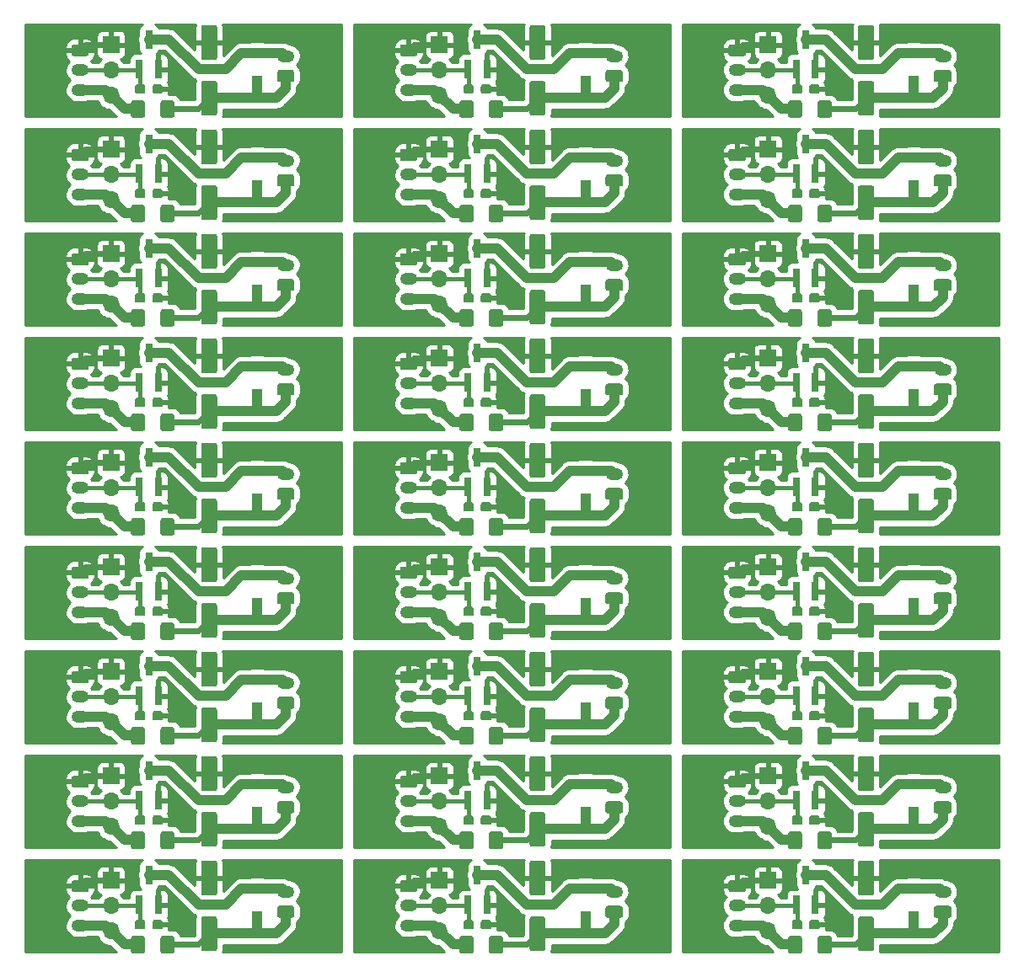
<source format=gbr>
G04 #@! TF.GenerationSoftware,KiCad,Pcbnew,5.99.0-unknown-r16857-c6889b00*
G04 #@! TF.CreationDate,2019-09-24T09:19:37+02:00*
G04 #@! TF.ProjectId,solenoid-board-panel,736f6c65-6e6f-4696-942d-626f6172642d,rev?*
G04 #@! TF.SameCoordinates,Original*
G04 #@! TF.FileFunction,Copper,L1,Top*
G04 #@! TF.FilePolarity,Positive*
%FSLAX46Y46*%
G04 Gerber Fmt 4.6, Leading zero omitted, Abs format (unit mm)*
G04 Created by KiCad (PCBNEW 5.99.0-unknown-r16857-c6889b00) date 2019-09-24 09:19:37*
%MOMM*%
%LPD*%
G04 APERTURE LIST*
%ADD10C,0.100000*%
%ADD11C,1.600000*%
%ADD12O,1.750000X1.200000*%
%ADD13C,1.200000*%
%ADD14R,0.800000X1.900000*%
%ADD15R,1.100000X1.100000*%
%ADD16C,0.950000*%
%ADD17C,1.425000*%
%ADD18O,1.700000X1.700000*%
%ADD19R,1.700000X1.700000*%
%ADD20C,0.800000*%
%ADD21C,0.400000*%
%ADD22C,1.000000*%
%ADD23C,0.600000*%
%ADD24C,0.250000*%
G04 APERTURE END LIST*
D10*
G36*
X106245671Y-105069030D02*
G01*
X106326777Y-105123223D01*
X106380970Y-105204329D01*
X106400000Y-105300000D01*
X106400000Y-108300000D01*
X106380970Y-108395671D01*
X106326777Y-108476777D01*
X106245671Y-108530970D01*
X106150000Y-108550000D01*
X105050000Y-108550000D01*
X104954329Y-108530970D01*
X104873223Y-108476777D01*
X104819030Y-108395671D01*
X104800000Y-108300000D01*
X104800000Y-105300000D01*
X104819030Y-105204329D01*
X104873223Y-105123223D01*
X104954329Y-105069030D01*
X105050000Y-105050000D01*
X106150000Y-105050000D01*
X106245671Y-105069030D01*
X106245671Y-105069030D01*
G37*
D11*
X105600000Y-106800000D03*
D10*
G36*
X106245671Y-110669030D02*
G01*
X106326777Y-110723223D01*
X106380970Y-110804329D01*
X106400000Y-110900000D01*
X106400000Y-113900000D01*
X106380970Y-113995671D01*
X106326777Y-114076777D01*
X106245671Y-114130970D01*
X106150000Y-114150000D01*
X105050000Y-114150000D01*
X104954329Y-114130970D01*
X104873223Y-114076777D01*
X104819030Y-113995671D01*
X104800000Y-113900000D01*
X104800000Y-110900000D01*
X104819030Y-110804329D01*
X104873223Y-110723223D01*
X104954329Y-110669030D01*
X105050000Y-110650000D01*
X106150000Y-110650000D01*
X106245671Y-110669030D01*
X106245671Y-110669030D01*
G37*
D11*
X105600000Y-112400000D03*
D10*
G36*
X73245671Y-105069030D02*
G01*
X73326777Y-105123223D01*
X73380970Y-105204329D01*
X73400000Y-105300000D01*
X73400000Y-108300000D01*
X73380970Y-108395671D01*
X73326777Y-108476777D01*
X73245671Y-108530970D01*
X73150000Y-108550000D01*
X72050000Y-108550000D01*
X71954329Y-108530970D01*
X71873223Y-108476777D01*
X71819030Y-108395671D01*
X71800000Y-108300000D01*
X71800000Y-105300000D01*
X71819030Y-105204329D01*
X71873223Y-105123223D01*
X71954329Y-105069030D01*
X72050000Y-105050000D01*
X73150000Y-105050000D01*
X73245671Y-105069030D01*
X73245671Y-105069030D01*
G37*
D11*
X72600000Y-106800000D03*
D10*
G36*
X73245671Y-110669030D02*
G01*
X73326777Y-110723223D01*
X73380970Y-110804329D01*
X73400000Y-110900000D01*
X73400000Y-113900000D01*
X73380970Y-113995671D01*
X73326777Y-114076777D01*
X73245671Y-114130970D01*
X73150000Y-114150000D01*
X72050000Y-114150000D01*
X71954329Y-114130970D01*
X71873223Y-114076777D01*
X71819030Y-113995671D01*
X71800000Y-113900000D01*
X71800000Y-110900000D01*
X71819030Y-110804329D01*
X71873223Y-110723223D01*
X71954329Y-110669030D01*
X72050000Y-110650000D01*
X73150000Y-110650000D01*
X73245671Y-110669030D01*
X73245671Y-110669030D01*
G37*
D11*
X72600000Y-112400000D03*
D10*
G36*
X40245671Y-105069030D02*
G01*
X40326777Y-105123223D01*
X40380970Y-105204329D01*
X40400000Y-105300000D01*
X40400000Y-108300000D01*
X40380970Y-108395671D01*
X40326777Y-108476777D01*
X40245671Y-108530970D01*
X40150000Y-108550000D01*
X39050000Y-108550000D01*
X38954329Y-108530970D01*
X38873223Y-108476777D01*
X38819030Y-108395671D01*
X38800000Y-108300000D01*
X38800000Y-105300000D01*
X38819030Y-105204329D01*
X38873223Y-105123223D01*
X38954329Y-105069030D01*
X39050000Y-105050000D01*
X40150000Y-105050000D01*
X40245671Y-105069030D01*
X40245671Y-105069030D01*
G37*
D11*
X39600000Y-106800000D03*
D10*
G36*
X40245671Y-110669030D02*
G01*
X40326777Y-110723223D01*
X40380970Y-110804329D01*
X40400000Y-110900000D01*
X40400000Y-113900000D01*
X40380970Y-113995671D01*
X40326777Y-114076777D01*
X40245671Y-114130970D01*
X40150000Y-114150000D01*
X39050000Y-114150000D01*
X38954329Y-114130970D01*
X38873223Y-114076777D01*
X38819030Y-113995671D01*
X38800000Y-113900000D01*
X38800000Y-110900000D01*
X38819030Y-110804329D01*
X38873223Y-110723223D01*
X38954329Y-110669030D01*
X39050000Y-110650000D01*
X40150000Y-110650000D01*
X40245671Y-110669030D01*
X40245671Y-110669030D01*
G37*
D11*
X39600000Y-112400000D03*
D10*
G36*
X106245671Y-94569030D02*
G01*
X106326777Y-94623223D01*
X106380970Y-94704329D01*
X106400000Y-94800000D01*
X106400000Y-97800000D01*
X106380970Y-97895671D01*
X106326777Y-97976777D01*
X106245671Y-98030970D01*
X106150000Y-98050000D01*
X105050000Y-98050000D01*
X104954329Y-98030970D01*
X104873223Y-97976777D01*
X104819030Y-97895671D01*
X104800000Y-97800000D01*
X104800000Y-94800000D01*
X104819030Y-94704329D01*
X104873223Y-94623223D01*
X104954329Y-94569030D01*
X105050000Y-94550000D01*
X106150000Y-94550000D01*
X106245671Y-94569030D01*
X106245671Y-94569030D01*
G37*
D11*
X105600000Y-96300000D03*
D10*
G36*
X106245671Y-100169030D02*
G01*
X106326777Y-100223223D01*
X106380970Y-100304329D01*
X106400000Y-100400000D01*
X106400000Y-103400000D01*
X106380970Y-103495671D01*
X106326777Y-103576777D01*
X106245671Y-103630970D01*
X106150000Y-103650000D01*
X105050000Y-103650000D01*
X104954329Y-103630970D01*
X104873223Y-103576777D01*
X104819030Y-103495671D01*
X104800000Y-103400000D01*
X104800000Y-100400000D01*
X104819030Y-100304329D01*
X104873223Y-100223223D01*
X104954329Y-100169030D01*
X105050000Y-100150000D01*
X106150000Y-100150000D01*
X106245671Y-100169030D01*
X106245671Y-100169030D01*
G37*
D11*
X105600000Y-101900000D03*
D10*
G36*
X73245671Y-94569030D02*
G01*
X73326777Y-94623223D01*
X73380970Y-94704329D01*
X73400000Y-94800000D01*
X73400000Y-97800000D01*
X73380970Y-97895671D01*
X73326777Y-97976777D01*
X73245671Y-98030970D01*
X73150000Y-98050000D01*
X72050000Y-98050000D01*
X71954329Y-98030970D01*
X71873223Y-97976777D01*
X71819030Y-97895671D01*
X71800000Y-97800000D01*
X71800000Y-94800000D01*
X71819030Y-94704329D01*
X71873223Y-94623223D01*
X71954329Y-94569030D01*
X72050000Y-94550000D01*
X73150000Y-94550000D01*
X73245671Y-94569030D01*
X73245671Y-94569030D01*
G37*
D11*
X72600000Y-96300000D03*
D10*
G36*
X73245671Y-100169030D02*
G01*
X73326777Y-100223223D01*
X73380970Y-100304329D01*
X73400000Y-100400000D01*
X73400000Y-103400000D01*
X73380970Y-103495671D01*
X73326777Y-103576777D01*
X73245671Y-103630970D01*
X73150000Y-103650000D01*
X72050000Y-103650000D01*
X71954329Y-103630970D01*
X71873223Y-103576777D01*
X71819030Y-103495671D01*
X71800000Y-103400000D01*
X71800000Y-100400000D01*
X71819030Y-100304329D01*
X71873223Y-100223223D01*
X71954329Y-100169030D01*
X72050000Y-100150000D01*
X73150000Y-100150000D01*
X73245671Y-100169030D01*
X73245671Y-100169030D01*
G37*
D11*
X72600000Y-101900000D03*
D10*
G36*
X40245671Y-94569030D02*
G01*
X40326777Y-94623223D01*
X40380970Y-94704329D01*
X40400000Y-94800000D01*
X40400000Y-97800000D01*
X40380970Y-97895671D01*
X40326777Y-97976777D01*
X40245671Y-98030970D01*
X40150000Y-98050000D01*
X39050000Y-98050000D01*
X38954329Y-98030970D01*
X38873223Y-97976777D01*
X38819030Y-97895671D01*
X38800000Y-97800000D01*
X38800000Y-94800000D01*
X38819030Y-94704329D01*
X38873223Y-94623223D01*
X38954329Y-94569030D01*
X39050000Y-94550000D01*
X40150000Y-94550000D01*
X40245671Y-94569030D01*
X40245671Y-94569030D01*
G37*
D11*
X39600000Y-96300000D03*
D10*
G36*
X40245671Y-100169030D02*
G01*
X40326777Y-100223223D01*
X40380970Y-100304329D01*
X40400000Y-100400000D01*
X40400000Y-103400000D01*
X40380970Y-103495671D01*
X40326777Y-103576777D01*
X40245671Y-103630970D01*
X40150000Y-103650000D01*
X39050000Y-103650000D01*
X38954329Y-103630970D01*
X38873223Y-103576777D01*
X38819030Y-103495671D01*
X38800000Y-103400000D01*
X38800000Y-100400000D01*
X38819030Y-100304329D01*
X38873223Y-100223223D01*
X38954329Y-100169030D01*
X39050000Y-100150000D01*
X40150000Y-100150000D01*
X40245671Y-100169030D01*
X40245671Y-100169030D01*
G37*
D11*
X39600000Y-101900000D03*
D10*
G36*
X106245671Y-84069030D02*
G01*
X106326777Y-84123223D01*
X106380970Y-84204329D01*
X106400000Y-84300000D01*
X106400000Y-87300000D01*
X106380970Y-87395671D01*
X106326777Y-87476777D01*
X106245671Y-87530970D01*
X106150000Y-87550000D01*
X105050000Y-87550000D01*
X104954329Y-87530970D01*
X104873223Y-87476777D01*
X104819030Y-87395671D01*
X104800000Y-87300000D01*
X104800000Y-84300000D01*
X104819030Y-84204329D01*
X104873223Y-84123223D01*
X104954329Y-84069030D01*
X105050000Y-84050000D01*
X106150000Y-84050000D01*
X106245671Y-84069030D01*
X106245671Y-84069030D01*
G37*
D11*
X105600000Y-85800000D03*
D10*
G36*
X106245671Y-89669030D02*
G01*
X106326777Y-89723223D01*
X106380970Y-89804329D01*
X106400000Y-89900000D01*
X106400000Y-92900000D01*
X106380970Y-92995671D01*
X106326777Y-93076777D01*
X106245671Y-93130970D01*
X106150000Y-93150000D01*
X105050000Y-93150000D01*
X104954329Y-93130970D01*
X104873223Y-93076777D01*
X104819030Y-92995671D01*
X104800000Y-92900000D01*
X104800000Y-89900000D01*
X104819030Y-89804329D01*
X104873223Y-89723223D01*
X104954329Y-89669030D01*
X105050000Y-89650000D01*
X106150000Y-89650000D01*
X106245671Y-89669030D01*
X106245671Y-89669030D01*
G37*
D11*
X105600000Y-91400000D03*
D10*
G36*
X73245671Y-84069030D02*
G01*
X73326777Y-84123223D01*
X73380970Y-84204329D01*
X73400000Y-84300000D01*
X73400000Y-87300000D01*
X73380970Y-87395671D01*
X73326777Y-87476777D01*
X73245671Y-87530970D01*
X73150000Y-87550000D01*
X72050000Y-87550000D01*
X71954329Y-87530970D01*
X71873223Y-87476777D01*
X71819030Y-87395671D01*
X71800000Y-87300000D01*
X71800000Y-84300000D01*
X71819030Y-84204329D01*
X71873223Y-84123223D01*
X71954329Y-84069030D01*
X72050000Y-84050000D01*
X73150000Y-84050000D01*
X73245671Y-84069030D01*
X73245671Y-84069030D01*
G37*
D11*
X72600000Y-85800000D03*
D10*
G36*
X73245671Y-89669030D02*
G01*
X73326777Y-89723223D01*
X73380970Y-89804329D01*
X73400000Y-89900000D01*
X73400000Y-92900000D01*
X73380970Y-92995671D01*
X73326777Y-93076777D01*
X73245671Y-93130970D01*
X73150000Y-93150000D01*
X72050000Y-93150000D01*
X71954329Y-93130970D01*
X71873223Y-93076777D01*
X71819030Y-92995671D01*
X71800000Y-92900000D01*
X71800000Y-89900000D01*
X71819030Y-89804329D01*
X71873223Y-89723223D01*
X71954329Y-89669030D01*
X72050000Y-89650000D01*
X73150000Y-89650000D01*
X73245671Y-89669030D01*
X73245671Y-89669030D01*
G37*
D11*
X72600000Y-91400000D03*
D10*
G36*
X40245671Y-84069030D02*
G01*
X40326777Y-84123223D01*
X40380970Y-84204329D01*
X40400000Y-84300000D01*
X40400000Y-87300000D01*
X40380970Y-87395671D01*
X40326777Y-87476777D01*
X40245671Y-87530970D01*
X40150000Y-87550000D01*
X39050000Y-87550000D01*
X38954329Y-87530970D01*
X38873223Y-87476777D01*
X38819030Y-87395671D01*
X38800000Y-87300000D01*
X38800000Y-84300000D01*
X38819030Y-84204329D01*
X38873223Y-84123223D01*
X38954329Y-84069030D01*
X39050000Y-84050000D01*
X40150000Y-84050000D01*
X40245671Y-84069030D01*
X40245671Y-84069030D01*
G37*
D11*
X39600000Y-85800000D03*
D10*
G36*
X40245671Y-89669030D02*
G01*
X40326777Y-89723223D01*
X40380970Y-89804329D01*
X40400000Y-89900000D01*
X40400000Y-92900000D01*
X40380970Y-92995671D01*
X40326777Y-93076777D01*
X40245671Y-93130970D01*
X40150000Y-93150000D01*
X39050000Y-93150000D01*
X38954329Y-93130970D01*
X38873223Y-93076777D01*
X38819030Y-92995671D01*
X38800000Y-92900000D01*
X38800000Y-89900000D01*
X38819030Y-89804329D01*
X38873223Y-89723223D01*
X38954329Y-89669030D01*
X39050000Y-89650000D01*
X40150000Y-89650000D01*
X40245671Y-89669030D01*
X40245671Y-89669030D01*
G37*
D11*
X39600000Y-91400000D03*
D10*
G36*
X106245671Y-73569030D02*
G01*
X106326777Y-73623223D01*
X106380970Y-73704329D01*
X106400000Y-73800000D01*
X106400000Y-76800000D01*
X106380970Y-76895671D01*
X106326777Y-76976777D01*
X106245671Y-77030970D01*
X106150000Y-77050000D01*
X105050000Y-77050000D01*
X104954329Y-77030970D01*
X104873223Y-76976777D01*
X104819030Y-76895671D01*
X104800000Y-76800000D01*
X104800000Y-73800000D01*
X104819030Y-73704329D01*
X104873223Y-73623223D01*
X104954329Y-73569030D01*
X105050000Y-73550000D01*
X106150000Y-73550000D01*
X106245671Y-73569030D01*
X106245671Y-73569030D01*
G37*
D11*
X105600000Y-75300000D03*
D10*
G36*
X106245671Y-79169030D02*
G01*
X106326777Y-79223223D01*
X106380970Y-79304329D01*
X106400000Y-79400000D01*
X106400000Y-82400000D01*
X106380970Y-82495671D01*
X106326777Y-82576777D01*
X106245671Y-82630970D01*
X106150000Y-82650000D01*
X105050000Y-82650000D01*
X104954329Y-82630970D01*
X104873223Y-82576777D01*
X104819030Y-82495671D01*
X104800000Y-82400000D01*
X104800000Y-79400000D01*
X104819030Y-79304329D01*
X104873223Y-79223223D01*
X104954329Y-79169030D01*
X105050000Y-79150000D01*
X106150000Y-79150000D01*
X106245671Y-79169030D01*
X106245671Y-79169030D01*
G37*
D11*
X105600000Y-80900000D03*
D10*
G36*
X73245671Y-73569030D02*
G01*
X73326777Y-73623223D01*
X73380970Y-73704329D01*
X73400000Y-73800000D01*
X73400000Y-76800000D01*
X73380970Y-76895671D01*
X73326777Y-76976777D01*
X73245671Y-77030970D01*
X73150000Y-77050000D01*
X72050000Y-77050000D01*
X71954329Y-77030970D01*
X71873223Y-76976777D01*
X71819030Y-76895671D01*
X71800000Y-76800000D01*
X71800000Y-73800000D01*
X71819030Y-73704329D01*
X71873223Y-73623223D01*
X71954329Y-73569030D01*
X72050000Y-73550000D01*
X73150000Y-73550000D01*
X73245671Y-73569030D01*
X73245671Y-73569030D01*
G37*
D11*
X72600000Y-75300000D03*
D10*
G36*
X73245671Y-79169030D02*
G01*
X73326777Y-79223223D01*
X73380970Y-79304329D01*
X73400000Y-79400000D01*
X73400000Y-82400000D01*
X73380970Y-82495671D01*
X73326777Y-82576777D01*
X73245671Y-82630970D01*
X73150000Y-82650000D01*
X72050000Y-82650000D01*
X71954329Y-82630970D01*
X71873223Y-82576777D01*
X71819030Y-82495671D01*
X71800000Y-82400000D01*
X71800000Y-79400000D01*
X71819030Y-79304329D01*
X71873223Y-79223223D01*
X71954329Y-79169030D01*
X72050000Y-79150000D01*
X73150000Y-79150000D01*
X73245671Y-79169030D01*
X73245671Y-79169030D01*
G37*
D11*
X72600000Y-80900000D03*
D10*
G36*
X40245671Y-73569030D02*
G01*
X40326777Y-73623223D01*
X40380970Y-73704329D01*
X40400000Y-73800000D01*
X40400000Y-76800000D01*
X40380970Y-76895671D01*
X40326777Y-76976777D01*
X40245671Y-77030970D01*
X40150000Y-77050000D01*
X39050000Y-77050000D01*
X38954329Y-77030970D01*
X38873223Y-76976777D01*
X38819030Y-76895671D01*
X38800000Y-76800000D01*
X38800000Y-73800000D01*
X38819030Y-73704329D01*
X38873223Y-73623223D01*
X38954329Y-73569030D01*
X39050000Y-73550000D01*
X40150000Y-73550000D01*
X40245671Y-73569030D01*
X40245671Y-73569030D01*
G37*
D11*
X39600000Y-75300000D03*
D10*
G36*
X40245671Y-79169030D02*
G01*
X40326777Y-79223223D01*
X40380970Y-79304329D01*
X40400000Y-79400000D01*
X40400000Y-82400000D01*
X40380970Y-82495671D01*
X40326777Y-82576777D01*
X40245671Y-82630970D01*
X40150000Y-82650000D01*
X39050000Y-82650000D01*
X38954329Y-82630970D01*
X38873223Y-82576777D01*
X38819030Y-82495671D01*
X38800000Y-82400000D01*
X38800000Y-79400000D01*
X38819030Y-79304329D01*
X38873223Y-79223223D01*
X38954329Y-79169030D01*
X39050000Y-79150000D01*
X40150000Y-79150000D01*
X40245671Y-79169030D01*
X40245671Y-79169030D01*
G37*
D11*
X39600000Y-80900000D03*
D10*
G36*
X106245671Y-63069030D02*
G01*
X106326777Y-63123223D01*
X106380970Y-63204329D01*
X106400000Y-63300000D01*
X106400000Y-66300000D01*
X106380970Y-66395671D01*
X106326777Y-66476777D01*
X106245671Y-66530970D01*
X106150000Y-66550000D01*
X105050000Y-66550000D01*
X104954329Y-66530970D01*
X104873223Y-66476777D01*
X104819030Y-66395671D01*
X104800000Y-66300000D01*
X104800000Y-63300000D01*
X104819030Y-63204329D01*
X104873223Y-63123223D01*
X104954329Y-63069030D01*
X105050000Y-63050000D01*
X106150000Y-63050000D01*
X106245671Y-63069030D01*
X106245671Y-63069030D01*
G37*
D11*
X105600000Y-64800000D03*
D10*
G36*
X106245671Y-68669030D02*
G01*
X106326777Y-68723223D01*
X106380970Y-68804329D01*
X106400000Y-68900000D01*
X106400000Y-71900000D01*
X106380970Y-71995671D01*
X106326777Y-72076777D01*
X106245671Y-72130970D01*
X106150000Y-72150000D01*
X105050000Y-72150000D01*
X104954329Y-72130970D01*
X104873223Y-72076777D01*
X104819030Y-71995671D01*
X104800000Y-71900000D01*
X104800000Y-68900000D01*
X104819030Y-68804329D01*
X104873223Y-68723223D01*
X104954329Y-68669030D01*
X105050000Y-68650000D01*
X106150000Y-68650000D01*
X106245671Y-68669030D01*
X106245671Y-68669030D01*
G37*
D11*
X105600000Y-70400000D03*
D10*
G36*
X73245671Y-63069030D02*
G01*
X73326777Y-63123223D01*
X73380970Y-63204329D01*
X73400000Y-63300000D01*
X73400000Y-66300000D01*
X73380970Y-66395671D01*
X73326777Y-66476777D01*
X73245671Y-66530970D01*
X73150000Y-66550000D01*
X72050000Y-66550000D01*
X71954329Y-66530970D01*
X71873223Y-66476777D01*
X71819030Y-66395671D01*
X71800000Y-66300000D01*
X71800000Y-63300000D01*
X71819030Y-63204329D01*
X71873223Y-63123223D01*
X71954329Y-63069030D01*
X72050000Y-63050000D01*
X73150000Y-63050000D01*
X73245671Y-63069030D01*
X73245671Y-63069030D01*
G37*
D11*
X72600000Y-64800000D03*
D10*
G36*
X73245671Y-68669030D02*
G01*
X73326777Y-68723223D01*
X73380970Y-68804329D01*
X73400000Y-68900000D01*
X73400000Y-71900000D01*
X73380970Y-71995671D01*
X73326777Y-72076777D01*
X73245671Y-72130970D01*
X73150000Y-72150000D01*
X72050000Y-72150000D01*
X71954329Y-72130970D01*
X71873223Y-72076777D01*
X71819030Y-71995671D01*
X71800000Y-71900000D01*
X71800000Y-68900000D01*
X71819030Y-68804329D01*
X71873223Y-68723223D01*
X71954329Y-68669030D01*
X72050000Y-68650000D01*
X73150000Y-68650000D01*
X73245671Y-68669030D01*
X73245671Y-68669030D01*
G37*
D11*
X72600000Y-70400000D03*
D10*
G36*
X40245671Y-63069030D02*
G01*
X40326777Y-63123223D01*
X40380970Y-63204329D01*
X40400000Y-63300000D01*
X40400000Y-66300000D01*
X40380970Y-66395671D01*
X40326777Y-66476777D01*
X40245671Y-66530970D01*
X40150000Y-66550000D01*
X39050000Y-66550000D01*
X38954329Y-66530970D01*
X38873223Y-66476777D01*
X38819030Y-66395671D01*
X38800000Y-66300000D01*
X38800000Y-63300000D01*
X38819030Y-63204329D01*
X38873223Y-63123223D01*
X38954329Y-63069030D01*
X39050000Y-63050000D01*
X40150000Y-63050000D01*
X40245671Y-63069030D01*
X40245671Y-63069030D01*
G37*
D11*
X39600000Y-64800000D03*
D10*
G36*
X40245671Y-68669030D02*
G01*
X40326777Y-68723223D01*
X40380970Y-68804329D01*
X40400000Y-68900000D01*
X40400000Y-71900000D01*
X40380970Y-71995671D01*
X40326777Y-72076777D01*
X40245671Y-72130970D01*
X40150000Y-72150000D01*
X39050000Y-72150000D01*
X38954329Y-72130970D01*
X38873223Y-72076777D01*
X38819030Y-71995671D01*
X38800000Y-71900000D01*
X38800000Y-68900000D01*
X38819030Y-68804329D01*
X38873223Y-68723223D01*
X38954329Y-68669030D01*
X39050000Y-68650000D01*
X40150000Y-68650000D01*
X40245671Y-68669030D01*
X40245671Y-68669030D01*
G37*
D11*
X39600000Y-70400000D03*
D10*
G36*
X106245671Y-52569030D02*
G01*
X106326777Y-52623223D01*
X106380970Y-52704329D01*
X106400000Y-52800000D01*
X106400000Y-55800000D01*
X106380970Y-55895671D01*
X106326777Y-55976777D01*
X106245671Y-56030970D01*
X106150000Y-56050000D01*
X105050000Y-56050000D01*
X104954329Y-56030970D01*
X104873223Y-55976777D01*
X104819030Y-55895671D01*
X104800000Y-55800000D01*
X104800000Y-52800000D01*
X104819030Y-52704329D01*
X104873223Y-52623223D01*
X104954329Y-52569030D01*
X105050000Y-52550000D01*
X106150000Y-52550000D01*
X106245671Y-52569030D01*
X106245671Y-52569030D01*
G37*
D11*
X105600000Y-54300000D03*
D10*
G36*
X106245671Y-58169030D02*
G01*
X106326777Y-58223223D01*
X106380970Y-58304329D01*
X106400000Y-58400000D01*
X106400000Y-61400000D01*
X106380970Y-61495671D01*
X106326777Y-61576777D01*
X106245671Y-61630970D01*
X106150000Y-61650000D01*
X105050000Y-61650000D01*
X104954329Y-61630970D01*
X104873223Y-61576777D01*
X104819030Y-61495671D01*
X104800000Y-61400000D01*
X104800000Y-58400000D01*
X104819030Y-58304329D01*
X104873223Y-58223223D01*
X104954329Y-58169030D01*
X105050000Y-58150000D01*
X106150000Y-58150000D01*
X106245671Y-58169030D01*
X106245671Y-58169030D01*
G37*
D11*
X105600000Y-59900000D03*
D10*
G36*
X73245671Y-52569030D02*
G01*
X73326777Y-52623223D01*
X73380970Y-52704329D01*
X73400000Y-52800000D01*
X73400000Y-55800000D01*
X73380970Y-55895671D01*
X73326777Y-55976777D01*
X73245671Y-56030970D01*
X73150000Y-56050000D01*
X72050000Y-56050000D01*
X71954329Y-56030970D01*
X71873223Y-55976777D01*
X71819030Y-55895671D01*
X71800000Y-55800000D01*
X71800000Y-52800000D01*
X71819030Y-52704329D01*
X71873223Y-52623223D01*
X71954329Y-52569030D01*
X72050000Y-52550000D01*
X73150000Y-52550000D01*
X73245671Y-52569030D01*
X73245671Y-52569030D01*
G37*
D11*
X72600000Y-54300000D03*
D10*
G36*
X73245671Y-58169030D02*
G01*
X73326777Y-58223223D01*
X73380970Y-58304329D01*
X73400000Y-58400000D01*
X73400000Y-61400000D01*
X73380970Y-61495671D01*
X73326777Y-61576777D01*
X73245671Y-61630970D01*
X73150000Y-61650000D01*
X72050000Y-61650000D01*
X71954329Y-61630970D01*
X71873223Y-61576777D01*
X71819030Y-61495671D01*
X71800000Y-61400000D01*
X71800000Y-58400000D01*
X71819030Y-58304329D01*
X71873223Y-58223223D01*
X71954329Y-58169030D01*
X72050000Y-58150000D01*
X73150000Y-58150000D01*
X73245671Y-58169030D01*
X73245671Y-58169030D01*
G37*
D11*
X72600000Y-59900000D03*
D10*
G36*
X40245671Y-52569030D02*
G01*
X40326777Y-52623223D01*
X40380970Y-52704329D01*
X40400000Y-52800000D01*
X40400000Y-55800000D01*
X40380970Y-55895671D01*
X40326777Y-55976777D01*
X40245671Y-56030970D01*
X40150000Y-56050000D01*
X39050000Y-56050000D01*
X38954329Y-56030970D01*
X38873223Y-55976777D01*
X38819030Y-55895671D01*
X38800000Y-55800000D01*
X38800000Y-52800000D01*
X38819030Y-52704329D01*
X38873223Y-52623223D01*
X38954329Y-52569030D01*
X39050000Y-52550000D01*
X40150000Y-52550000D01*
X40245671Y-52569030D01*
X40245671Y-52569030D01*
G37*
D11*
X39600000Y-54300000D03*
D10*
G36*
X40245671Y-58169030D02*
G01*
X40326777Y-58223223D01*
X40380970Y-58304329D01*
X40400000Y-58400000D01*
X40400000Y-61400000D01*
X40380970Y-61495671D01*
X40326777Y-61576777D01*
X40245671Y-61630970D01*
X40150000Y-61650000D01*
X39050000Y-61650000D01*
X38954329Y-61630970D01*
X38873223Y-61576777D01*
X38819030Y-61495671D01*
X38800000Y-61400000D01*
X38800000Y-58400000D01*
X38819030Y-58304329D01*
X38873223Y-58223223D01*
X38954329Y-58169030D01*
X39050000Y-58150000D01*
X40150000Y-58150000D01*
X40245671Y-58169030D01*
X40245671Y-58169030D01*
G37*
D11*
X39600000Y-59900000D03*
D10*
G36*
X106245671Y-42069030D02*
G01*
X106326777Y-42123223D01*
X106380970Y-42204329D01*
X106400000Y-42300000D01*
X106400000Y-45300000D01*
X106380970Y-45395671D01*
X106326777Y-45476777D01*
X106245671Y-45530970D01*
X106150000Y-45550000D01*
X105050000Y-45550000D01*
X104954329Y-45530970D01*
X104873223Y-45476777D01*
X104819030Y-45395671D01*
X104800000Y-45300000D01*
X104800000Y-42300000D01*
X104819030Y-42204329D01*
X104873223Y-42123223D01*
X104954329Y-42069030D01*
X105050000Y-42050000D01*
X106150000Y-42050000D01*
X106245671Y-42069030D01*
X106245671Y-42069030D01*
G37*
D11*
X105600000Y-43800000D03*
D10*
G36*
X106245671Y-47669030D02*
G01*
X106326777Y-47723223D01*
X106380970Y-47804329D01*
X106400000Y-47900000D01*
X106400000Y-50900000D01*
X106380970Y-50995671D01*
X106326777Y-51076777D01*
X106245671Y-51130970D01*
X106150000Y-51150000D01*
X105050000Y-51150000D01*
X104954329Y-51130970D01*
X104873223Y-51076777D01*
X104819030Y-50995671D01*
X104800000Y-50900000D01*
X104800000Y-47900000D01*
X104819030Y-47804329D01*
X104873223Y-47723223D01*
X104954329Y-47669030D01*
X105050000Y-47650000D01*
X106150000Y-47650000D01*
X106245671Y-47669030D01*
X106245671Y-47669030D01*
G37*
D11*
X105600000Y-49400000D03*
D10*
G36*
X73245671Y-42069030D02*
G01*
X73326777Y-42123223D01*
X73380970Y-42204329D01*
X73400000Y-42300000D01*
X73400000Y-45300000D01*
X73380970Y-45395671D01*
X73326777Y-45476777D01*
X73245671Y-45530970D01*
X73150000Y-45550000D01*
X72050000Y-45550000D01*
X71954329Y-45530970D01*
X71873223Y-45476777D01*
X71819030Y-45395671D01*
X71800000Y-45300000D01*
X71800000Y-42300000D01*
X71819030Y-42204329D01*
X71873223Y-42123223D01*
X71954329Y-42069030D01*
X72050000Y-42050000D01*
X73150000Y-42050000D01*
X73245671Y-42069030D01*
X73245671Y-42069030D01*
G37*
D11*
X72600000Y-43800000D03*
D10*
G36*
X73245671Y-47669030D02*
G01*
X73326777Y-47723223D01*
X73380970Y-47804329D01*
X73400000Y-47900000D01*
X73400000Y-50900000D01*
X73380970Y-50995671D01*
X73326777Y-51076777D01*
X73245671Y-51130970D01*
X73150000Y-51150000D01*
X72050000Y-51150000D01*
X71954329Y-51130970D01*
X71873223Y-51076777D01*
X71819030Y-50995671D01*
X71800000Y-50900000D01*
X71800000Y-47900000D01*
X71819030Y-47804329D01*
X71873223Y-47723223D01*
X71954329Y-47669030D01*
X72050000Y-47650000D01*
X73150000Y-47650000D01*
X73245671Y-47669030D01*
X73245671Y-47669030D01*
G37*
D11*
X72600000Y-49400000D03*
D10*
G36*
X40245671Y-42069030D02*
G01*
X40326777Y-42123223D01*
X40380970Y-42204329D01*
X40400000Y-42300000D01*
X40400000Y-45300000D01*
X40380970Y-45395671D01*
X40326777Y-45476777D01*
X40245671Y-45530970D01*
X40150000Y-45550000D01*
X39050000Y-45550000D01*
X38954329Y-45530970D01*
X38873223Y-45476777D01*
X38819030Y-45395671D01*
X38800000Y-45300000D01*
X38800000Y-42300000D01*
X38819030Y-42204329D01*
X38873223Y-42123223D01*
X38954329Y-42069030D01*
X39050000Y-42050000D01*
X40150000Y-42050000D01*
X40245671Y-42069030D01*
X40245671Y-42069030D01*
G37*
D11*
X39600000Y-43800000D03*
D10*
G36*
X40245671Y-47669030D02*
G01*
X40326777Y-47723223D01*
X40380970Y-47804329D01*
X40400000Y-47900000D01*
X40400000Y-50900000D01*
X40380970Y-50995671D01*
X40326777Y-51076777D01*
X40245671Y-51130970D01*
X40150000Y-51150000D01*
X39050000Y-51150000D01*
X38954329Y-51130970D01*
X38873223Y-51076777D01*
X38819030Y-50995671D01*
X38800000Y-50900000D01*
X38800000Y-47900000D01*
X38819030Y-47804329D01*
X38873223Y-47723223D01*
X38954329Y-47669030D01*
X39050000Y-47650000D01*
X40150000Y-47650000D01*
X40245671Y-47669030D01*
X40245671Y-47669030D01*
G37*
D11*
X39600000Y-49400000D03*
D10*
G36*
X106245671Y-31569030D02*
G01*
X106326777Y-31623223D01*
X106380970Y-31704329D01*
X106400000Y-31800000D01*
X106400000Y-34800000D01*
X106380970Y-34895671D01*
X106326777Y-34976777D01*
X106245671Y-35030970D01*
X106150000Y-35050000D01*
X105050000Y-35050000D01*
X104954329Y-35030970D01*
X104873223Y-34976777D01*
X104819030Y-34895671D01*
X104800000Y-34800000D01*
X104800000Y-31800000D01*
X104819030Y-31704329D01*
X104873223Y-31623223D01*
X104954329Y-31569030D01*
X105050000Y-31550000D01*
X106150000Y-31550000D01*
X106245671Y-31569030D01*
X106245671Y-31569030D01*
G37*
D11*
X105600000Y-33300000D03*
D10*
G36*
X106245671Y-37169030D02*
G01*
X106326777Y-37223223D01*
X106380970Y-37304329D01*
X106400000Y-37400000D01*
X106400000Y-40400000D01*
X106380970Y-40495671D01*
X106326777Y-40576777D01*
X106245671Y-40630970D01*
X106150000Y-40650000D01*
X105050000Y-40650000D01*
X104954329Y-40630970D01*
X104873223Y-40576777D01*
X104819030Y-40495671D01*
X104800000Y-40400000D01*
X104800000Y-37400000D01*
X104819030Y-37304329D01*
X104873223Y-37223223D01*
X104954329Y-37169030D01*
X105050000Y-37150000D01*
X106150000Y-37150000D01*
X106245671Y-37169030D01*
X106245671Y-37169030D01*
G37*
D11*
X105600000Y-38900000D03*
D10*
G36*
X73245671Y-31569030D02*
G01*
X73326777Y-31623223D01*
X73380970Y-31704329D01*
X73400000Y-31800000D01*
X73400000Y-34800000D01*
X73380970Y-34895671D01*
X73326777Y-34976777D01*
X73245671Y-35030970D01*
X73150000Y-35050000D01*
X72050000Y-35050000D01*
X71954329Y-35030970D01*
X71873223Y-34976777D01*
X71819030Y-34895671D01*
X71800000Y-34800000D01*
X71800000Y-31800000D01*
X71819030Y-31704329D01*
X71873223Y-31623223D01*
X71954329Y-31569030D01*
X72050000Y-31550000D01*
X73150000Y-31550000D01*
X73245671Y-31569030D01*
X73245671Y-31569030D01*
G37*
D11*
X72600000Y-33300000D03*
D10*
G36*
X73245671Y-37169030D02*
G01*
X73326777Y-37223223D01*
X73380970Y-37304329D01*
X73400000Y-37400000D01*
X73400000Y-40400000D01*
X73380970Y-40495671D01*
X73326777Y-40576777D01*
X73245671Y-40630970D01*
X73150000Y-40650000D01*
X72050000Y-40650000D01*
X71954329Y-40630970D01*
X71873223Y-40576777D01*
X71819030Y-40495671D01*
X71800000Y-40400000D01*
X71800000Y-37400000D01*
X71819030Y-37304329D01*
X71873223Y-37223223D01*
X71954329Y-37169030D01*
X72050000Y-37150000D01*
X73150000Y-37150000D01*
X73245671Y-37169030D01*
X73245671Y-37169030D01*
G37*
D11*
X72600000Y-38900000D03*
D10*
G36*
X40245671Y-31569030D02*
G01*
X40326777Y-31623223D01*
X40380970Y-31704329D01*
X40400000Y-31800000D01*
X40400000Y-34800000D01*
X40380970Y-34895671D01*
X40326777Y-34976777D01*
X40245671Y-35030970D01*
X40150000Y-35050000D01*
X39050000Y-35050000D01*
X38954329Y-35030970D01*
X38873223Y-34976777D01*
X38819030Y-34895671D01*
X38800000Y-34800000D01*
X38800000Y-31800000D01*
X38819030Y-31704329D01*
X38873223Y-31623223D01*
X38954329Y-31569030D01*
X39050000Y-31550000D01*
X40150000Y-31550000D01*
X40245671Y-31569030D01*
X40245671Y-31569030D01*
G37*
D11*
X39600000Y-33300000D03*
D10*
G36*
X40245671Y-37169030D02*
G01*
X40326777Y-37223223D01*
X40380970Y-37304329D01*
X40400000Y-37400000D01*
X40400000Y-40400000D01*
X40380970Y-40495671D01*
X40326777Y-40576777D01*
X40245671Y-40630970D01*
X40150000Y-40650000D01*
X39050000Y-40650000D01*
X38954329Y-40630970D01*
X38873223Y-40576777D01*
X38819030Y-40495671D01*
X38800000Y-40400000D01*
X38800000Y-37400000D01*
X38819030Y-37304329D01*
X38873223Y-37223223D01*
X38954329Y-37169030D01*
X39050000Y-37150000D01*
X40150000Y-37150000D01*
X40245671Y-37169030D01*
X40245671Y-37169030D01*
G37*
D11*
X39600000Y-38900000D03*
D10*
G36*
X106245671Y-21069030D02*
G01*
X106326777Y-21123223D01*
X106380970Y-21204329D01*
X106400000Y-21300000D01*
X106400000Y-24300000D01*
X106380970Y-24395671D01*
X106326777Y-24476777D01*
X106245671Y-24530970D01*
X106150000Y-24550000D01*
X105050000Y-24550000D01*
X104954329Y-24530970D01*
X104873223Y-24476777D01*
X104819030Y-24395671D01*
X104800000Y-24300000D01*
X104800000Y-21300000D01*
X104819030Y-21204329D01*
X104873223Y-21123223D01*
X104954329Y-21069030D01*
X105050000Y-21050000D01*
X106150000Y-21050000D01*
X106245671Y-21069030D01*
X106245671Y-21069030D01*
G37*
D11*
X105600000Y-22800000D03*
D10*
G36*
X106245671Y-26669030D02*
G01*
X106326777Y-26723223D01*
X106380970Y-26804329D01*
X106400000Y-26900000D01*
X106400000Y-29900000D01*
X106380970Y-29995671D01*
X106326777Y-30076777D01*
X106245671Y-30130970D01*
X106150000Y-30150000D01*
X105050000Y-30150000D01*
X104954329Y-30130970D01*
X104873223Y-30076777D01*
X104819030Y-29995671D01*
X104800000Y-29900000D01*
X104800000Y-26900000D01*
X104819030Y-26804329D01*
X104873223Y-26723223D01*
X104954329Y-26669030D01*
X105050000Y-26650000D01*
X106150000Y-26650000D01*
X106245671Y-26669030D01*
X106245671Y-26669030D01*
G37*
D11*
X105600000Y-28400000D03*
D10*
G36*
X73245671Y-21069030D02*
G01*
X73326777Y-21123223D01*
X73380970Y-21204329D01*
X73400000Y-21300000D01*
X73400000Y-24300000D01*
X73380970Y-24395671D01*
X73326777Y-24476777D01*
X73245671Y-24530970D01*
X73150000Y-24550000D01*
X72050000Y-24550000D01*
X71954329Y-24530970D01*
X71873223Y-24476777D01*
X71819030Y-24395671D01*
X71800000Y-24300000D01*
X71800000Y-21300000D01*
X71819030Y-21204329D01*
X71873223Y-21123223D01*
X71954329Y-21069030D01*
X72050000Y-21050000D01*
X73150000Y-21050000D01*
X73245671Y-21069030D01*
X73245671Y-21069030D01*
G37*
D11*
X72600000Y-22800000D03*
D10*
G36*
X73245671Y-26669030D02*
G01*
X73326777Y-26723223D01*
X73380970Y-26804329D01*
X73400000Y-26900000D01*
X73400000Y-29900000D01*
X73380970Y-29995671D01*
X73326777Y-30076777D01*
X73245671Y-30130970D01*
X73150000Y-30150000D01*
X72050000Y-30150000D01*
X71954329Y-30130970D01*
X71873223Y-30076777D01*
X71819030Y-29995671D01*
X71800000Y-29900000D01*
X71800000Y-26900000D01*
X71819030Y-26804329D01*
X71873223Y-26723223D01*
X71954329Y-26669030D01*
X72050000Y-26650000D01*
X73150000Y-26650000D01*
X73245671Y-26669030D01*
X73245671Y-26669030D01*
G37*
D11*
X72600000Y-28400000D03*
D12*
X92650000Y-111600000D03*
X92650000Y-109600000D03*
D10*
G36*
X93370671Y-107019030D02*
G01*
X93451777Y-107073223D01*
X93505970Y-107154329D01*
X93525000Y-107249999D01*
X93525000Y-107950001D01*
X93505970Y-108045671D01*
X93451777Y-108126777D01*
X93370671Y-108180970D01*
X93275001Y-108200000D01*
X92024999Y-108200000D01*
X91929329Y-108180970D01*
X91848223Y-108126777D01*
X91794030Y-108045671D01*
X91775000Y-107950001D01*
X91775000Y-107249999D01*
X91794030Y-107154329D01*
X91848223Y-107073223D01*
X91929329Y-107019030D01*
X92024999Y-107000000D01*
X93275001Y-107000000D01*
X93370671Y-107019030D01*
X93370671Y-107019030D01*
G37*
D13*
X92650000Y-107600000D03*
D12*
X59650000Y-111600000D03*
X59650000Y-109600000D03*
D10*
G36*
X60370671Y-107019030D02*
G01*
X60451777Y-107073223D01*
X60505970Y-107154329D01*
X60525000Y-107249999D01*
X60525000Y-107950001D01*
X60505970Y-108045671D01*
X60451777Y-108126777D01*
X60370671Y-108180970D01*
X60275001Y-108200000D01*
X59024999Y-108200000D01*
X58929329Y-108180970D01*
X58848223Y-108126777D01*
X58794030Y-108045671D01*
X58775000Y-107950001D01*
X58775000Y-107249999D01*
X58794030Y-107154329D01*
X58848223Y-107073223D01*
X58929329Y-107019030D01*
X59024999Y-107000000D01*
X60275001Y-107000000D01*
X60370671Y-107019030D01*
X60370671Y-107019030D01*
G37*
D13*
X59650000Y-107600000D03*
D12*
X26650000Y-111600000D03*
X26650000Y-109600000D03*
D10*
G36*
X27370671Y-107019030D02*
G01*
X27451777Y-107073223D01*
X27505970Y-107154329D01*
X27525000Y-107249999D01*
X27525000Y-107950001D01*
X27505970Y-108045671D01*
X27451777Y-108126777D01*
X27370671Y-108180970D01*
X27275001Y-108200000D01*
X26024999Y-108200000D01*
X25929329Y-108180970D01*
X25848223Y-108126777D01*
X25794030Y-108045671D01*
X25775000Y-107950001D01*
X25775000Y-107249999D01*
X25794030Y-107154329D01*
X25848223Y-107073223D01*
X25929329Y-107019030D01*
X26024999Y-107000000D01*
X27275001Y-107000000D01*
X27370671Y-107019030D01*
X27370671Y-107019030D01*
G37*
D13*
X26650000Y-107600000D03*
D12*
X92650000Y-101100000D03*
X92650000Y-99100000D03*
D10*
G36*
X93370671Y-96519030D02*
G01*
X93451777Y-96573223D01*
X93505970Y-96654329D01*
X93525000Y-96749999D01*
X93525000Y-97450001D01*
X93505970Y-97545671D01*
X93451777Y-97626777D01*
X93370671Y-97680970D01*
X93275001Y-97700000D01*
X92024999Y-97700000D01*
X91929329Y-97680970D01*
X91848223Y-97626777D01*
X91794030Y-97545671D01*
X91775000Y-97450001D01*
X91775000Y-96749999D01*
X91794030Y-96654329D01*
X91848223Y-96573223D01*
X91929329Y-96519030D01*
X92024999Y-96500000D01*
X93275001Y-96500000D01*
X93370671Y-96519030D01*
X93370671Y-96519030D01*
G37*
D13*
X92650000Y-97100000D03*
D12*
X59650000Y-101100000D03*
X59650000Y-99100000D03*
D10*
G36*
X60370671Y-96519030D02*
G01*
X60451777Y-96573223D01*
X60505970Y-96654329D01*
X60525000Y-96749999D01*
X60525000Y-97450001D01*
X60505970Y-97545671D01*
X60451777Y-97626777D01*
X60370671Y-97680970D01*
X60275001Y-97700000D01*
X59024999Y-97700000D01*
X58929329Y-97680970D01*
X58848223Y-97626777D01*
X58794030Y-97545671D01*
X58775000Y-97450001D01*
X58775000Y-96749999D01*
X58794030Y-96654329D01*
X58848223Y-96573223D01*
X58929329Y-96519030D01*
X59024999Y-96500000D01*
X60275001Y-96500000D01*
X60370671Y-96519030D01*
X60370671Y-96519030D01*
G37*
D13*
X59650000Y-97100000D03*
D12*
X26650000Y-101100000D03*
X26650000Y-99100000D03*
D10*
G36*
X27370671Y-96519030D02*
G01*
X27451777Y-96573223D01*
X27505970Y-96654329D01*
X27525000Y-96749999D01*
X27525000Y-97450001D01*
X27505970Y-97545671D01*
X27451777Y-97626777D01*
X27370671Y-97680970D01*
X27275001Y-97700000D01*
X26024999Y-97700000D01*
X25929329Y-97680970D01*
X25848223Y-97626777D01*
X25794030Y-97545671D01*
X25775000Y-97450001D01*
X25775000Y-96749999D01*
X25794030Y-96654329D01*
X25848223Y-96573223D01*
X25929329Y-96519030D01*
X26024999Y-96500000D01*
X27275001Y-96500000D01*
X27370671Y-96519030D01*
X27370671Y-96519030D01*
G37*
D13*
X26650000Y-97100000D03*
D12*
X92650000Y-90600000D03*
X92650000Y-88600000D03*
D10*
G36*
X93370671Y-86019030D02*
G01*
X93451777Y-86073223D01*
X93505970Y-86154329D01*
X93525000Y-86249999D01*
X93525000Y-86950001D01*
X93505970Y-87045671D01*
X93451777Y-87126777D01*
X93370671Y-87180970D01*
X93275001Y-87200000D01*
X92024999Y-87200000D01*
X91929329Y-87180970D01*
X91848223Y-87126777D01*
X91794030Y-87045671D01*
X91775000Y-86950001D01*
X91775000Y-86249999D01*
X91794030Y-86154329D01*
X91848223Y-86073223D01*
X91929329Y-86019030D01*
X92024999Y-86000000D01*
X93275001Y-86000000D01*
X93370671Y-86019030D01*
X93370671Y-86019030D01*
G37*
D13*
X92650000Y-86600000D03*
D12*
X59650000Y-90600000D03*
X59650000Y-88600000D03*
D10*
G36*
X60370671Y-86019030D02*
G01*
X60451777Y-86073223D01*
X60505970Y-86154329D01*
X60525000Y-86249999D01*
X60525000Y-86950001D01*
X60505970Y-87045671D01*
X60451777Y-87126777D01*
X60370671Y-87180970D01*
X60275001Y-87200000D01*
X59024999Y-87200000D01*
X58929329Y-87180970D01*
X58848223Y-87126777D01*
X58794030Y-87045671D01*
X58775000Y-86950001D01*
X58775000Y-86249999D01*
X58794030Y-86154329D01*
X58848223Y-86073223D01*
X58929329Y-86019030D01*
X59024999Y-86000000D01*
X60275001Y-86000000D01*
X60370671Y-86019030D01*
X60370671Y-86019030D01*
G37*
D13*
X59650000Y-86600000D03*
D12*
X26650000Y-90600000D03*
X26650000Y-88600000D03*
D10*
G36*
X27370671Y-86019030D02*
G01*
X27451777Y-86073223D01*
X27505970Y-86154329D01*
X27525000Y-86249999D01*
X27525000Y-86950001D01*
X27505970Y-87045671D01*
X27451777Y-87126777D01*
X27370671Y-87180970D01*
X27275001Y-87200000D01*
X26024999Y-87200000D01*
X25929329Y-87180970D01*
X25848223Y-87126777D01*
X25794030Y-87045671D01*
X25775000Y-86950001D01*
X25775000Y-86249999D01*
X25794030Y-86154329D01*
X25848223Y-86073223D01*
X25929329Y-86019030D01*
X26024999Y-86000000D01*
X27275001Y-86000000D01*
X27370671Y-86019030D01*
X27370671Y-86019030D01*
G37*
D13*
X26650000Y-86600000D03*
D12*
X92650000Y-80100000D03*
X92650000Y-78100000D03*
D10*
G36*
X93370671Y-75519030D02*
G01*
X93451777Y-75573223D01*
X93505970Y-75654329D01*
X93525000Y-75749999D01*
X93525000Y-76450001D01*
X93505970Y-76545671D01*
X93451777Y-76626777D01*
X93370671Y-76680970D01*
X93275001Y-76700000D01*
X92024999Y-76700000D01*
X91929329Y-76680970D01*
X91848223Y-76626777D01*
X91794030Y-76545671D01*
X91775000Y-76450001D01*
X91775000Y-75749999D01*
X91794030Y-75654329D01*
X91848223Y-75573223D01*
X91929329Y-75519030D01*
X92024999Y-75500000D01*
X93275001Y-75500000D01*
X93370671Y-75519030D01*
X93370671Y-75519030D01*
G37*
D13*
X92650000Y-76100000D03*
D12*
X59650000Y-80100000D03*
X59650000Y-78100000D03*
D10*
G36*
X60370671Y-75519030D02*
G01*
X60451777Y-75573223D01*
X60505970Y-75654329D01*
X60525000Y-75749999D01*
X60525000Y-76450001D01*
X60505970Y-76545671D01*
X60451777Y-76626777D01*
X60370671Y-76680970D01*
X60275001Y-76700000D01*
X59024999Y-76700000D01*
X58929329Y-76680970D01*
X58848223Y-76626777D01*
X58794030Y-76545671D01*
X58775000Y-76450001D01*
X58775000Y-75749999D01*
X58794030Y-75654329D01*
X58848223Y-75573223D01*
X58929329Y-75519030D01*
X59024999Y-75500000D01*
X60275001Y-75500000D01*
X60370671Y-75519030D01*
X60370671Y-75519030D01*
G37*
D13*
X59650000Y-76100000D03*
D12*
X26650000Y-80100000D03*
X26650000Y-78100000D03*
D10*
G36*
X27370671Y-75519030D02*
G01*
X27451777Y-75573223D01*
X27505970Y-75654329D01*
X27525000Y-75749999D01*
X27525000Y-76450001D01*
X27505970Y-76545671D01*
X27451777Y-76626777D01*
X27370671Y-76680970D01*
X27275001Y-76700000D01*
X26024999Y-76700000D01*
X25929329Y-76680970D01*
X25848223Y-76626777D01*
X25794030Y-76545671D01*
X25775000Y-76450001D01*
X25775000Y-75749999D01*
X25794030Y-75654329D01*
X25848223Y-75573223D01*
X25929329Y-75519030D01*
X26024999Y-75500000D01*
X27275001Y-75500000D01*
X27370671Y-75519030D01*
X27370671Y-75519030D01*
G37*
D13*
X26650000Y-76100000D03*
D12*
X92650000Y-69600000D03*
X92650000Y-67600000D03*
D10*
G36*
X93370671Y-65019030D02*
G01*
X93451777Y-65073223D01*
X93505970Y-65154329D01*
X93525000Y-65249999D01*
X93525000Y-65950001D01*
X93505970Y-66045671D01*
X93451777Y-66126777D01*
X93370671Y-66180970D01*
X93275001Y-66200000D01*
X92024999Y-66200000D01*
X91929329Y-66180970D01*
X91848223Y-66126777D01*
X91794030Y-66045671D01*
X91775000Y-65950001D01*
X91775000Y-65249999D01*
X91794030Y-65154329D01*
X91848223Y-65073223D01*
X91929329Y-65019030D01*
X92024999Y-65000000D01*
X93275001Y-65000000D01*
X93370671Y-65019030D01*
X93370671Y-65019030D01*
G37*
D13*
X92650000Y-65600000D03*
D12*
X59650000Y-69600000D03*
X59650000Y-67600000D03*
D10*
G36*
X60370671Y-65019030D02*
G01*
X60451777Y-65073223D01*
X60505970Y-65154329D01*
X60525000Y-65249999D01*
X60525000Y-65950001D01*
X60505970Y-66045671D01*
X60451777Y-66126777D01*
X60370671Y-66180970D01*
X60275001Y-66200000D01*
X59024999Y-66200000D01*
X58929329Y-66180970D01*
X58848223Y-66126777D01*
X58794030Y-66045671D01*
X58775000Y-65950001D01*
X58775000Y-65249999D01*
X58794030Y-65154329D01*
X58848223Y-65073223D01*
X58929329Y-65019030D01*
X59024999Y-65000000D01*
X60275001Y-65000000D01*
X60370671Y-65019030D01*
X60370671Y-65019030D01*
G37*
D13*
X59650000Y-65600000D03*
D12*
X26650000Y-69600000D03*
X26650000Y-67600000D03*
D10*
G36*
X27370671Y-65019030D02*
G01*
X27451777Y-65073223D01*
X27505970Y-65154329D01*
X27525000Y-65249999D01*
X27525000Y-65950001D01*
X27505970Y-66045671D01*
X27451777Y-66126777D01*
X27370671Y-66180970D01*
X27275001Y-66200000D01*
X26024999Y-66200000D01*
X25929329Y-66180970D01*
X25848223Y-66126777D01*
X25794030Y-66045671D01*
X25775000Y-65950001D01*
X25775000Y-65249999D01*
X25794030Y-65154329D01*
X25848223Y-65073223D01*
X25929329Y-65019030D01*
X26024999Y-65000000D01*
X27275001Y-65000000D01*
X27370671Y-65019030D01*
X27370671Y-65019030D01*
G37*
D13*
X26650000Y-65600000D03*
D12*
X92650000Y-59100000D03*
X92650000Y-57100000D03*
D10*
G36*
X93370671Y-54519030D02*
G01*
X93451777Y-54573223D01*
X93505970Y-54654329D01*
X93525000Y-54749999D01*
X93525000Y-55450001D01*
X93505970Y-55545671D01*
X93451777Y-55626777D01*
X93370671Y-55680970D01*
X93275001Y-55700000D01*
X92024999Y-55700000D01*
X91929329Y-55680970D01*
X91848223Y-55626777D01*
X91794030Y-55545671D01*
X91775000Y-55450001D01*
X91775000Y-54749999D01*
X91794030Y-54654329D01*
X91848223Y-54573223D01*
X91929329Y-54519030D01*
X92024999Y-54500000D01*
X93275001Y-54500000D01*
X93370671Y-54519030D01*
X93370671Y-54519030D01*
G37*
D13*
X92650000Y-55100000D03*
D12*
X59650000Y-59100000D03*
X59650000Y-57100000D03*
D10*
G36*
X60370671Y-54519030D02*
G01*
X60451777Y-54573223D01*
X60505970Y-54654329D01*
X60525000Y-54749999D01*
X60525000Y-55450001D01*
X60505970Y-55545671D01*
X60451777Y-55626777D01*
X60370671Y-55680970D01*
X60275001Y-55700000D01*
X59024999Y-55700000D01*
X58929329Y-55680970D01*
X58848223Y-55626777D01*
X58794030Y-55545671D01*
X58775000Y-55450001D01*
X58775000Y-54749999D01*
X58794030Y-54654329D01*
X58848223Y-54573223D01*
X58929329Y-54519030D01*
X59024999Y-54500000D01*
X60275001Y-54500000D01*
X60370671Y-54519030D01*
X60370671Y-54519030D01*
G37*
D13*
X59650000Y-55100000D03*
D12*
X26650000Y-59100000D03*
X26650000Y-57100000D03*
D10*
G36*
X27370671Y-54519030D02*
G01*
X27451777Y-54573223D01*
X27505970Y-54654329D01*
X27525000Y-54749999D01*
X27525000Y-55450001D01*
X27505970Y-55545671D01*
X27451777Y-55626777D01*
X27370671Y-55680970D01*
X27275001Y-55700000D01*
X26024999Y-55700000D01*
X25929329Y-55680970D01*
X25848223Y-55626777D01*
X25794030Y-55545671D01*
X25775000Y-55450001D01*
X25775000Y-54749999D01*
X25794030Y-54654329D01*
X25848223Y-54573223D01*
X25929329Y-54519030D01*
X26024999Y-54500000D01*
X27275001Y-54500000D01*
X27370671Y-54519030D01*
X27370671Y-54519030D01*
G37*
D13*
X26650000Y-55100000D03*
D12*
X92650000Y-48600000D03*
X92650000Y-46600000D03*
D10*
G36*
X93370671Y-44019030D02*
G01*
X93451777Y-44073223D01*
X93505970Y-44154329D01*
X93525000Y-44249999D01*
X93525000Y-44950001D01*
X93505970Y-45045671D01*
X93451777Y-45126777D01*
X93370671Y-45180970D01*
X93275001Y-45200000D01*
X92024999Y-45200000D01*
X91929329Y-45180970D01*
X91848223Y-45126777D01*
X91794030Y-45045671D01*
X91775000Y-44950001D01*
X91775000Y-44249999D01*
X91794030Y-44154329D01*
X91848223Y-44073223D01*
X91929329Y-44019030D01*
X92024999Y-44000000D01*
X93275001Y-44000000D01*
X93370671Y-44019030D01*
X93370671Y-44019030D01*
G37*
D13*
X92650000Y-44600000D03*
D12*
X59650000Y-48600000D03*
X59650000Y-46600000D03*
D10*
G36*
X60370671Y-44019030D02*
G01*
X60451777Y-44073223D01*
X60505970Y-44154329D01*
X60525000Y-44249999D01*
X60525000Y-44950001D01*
X60505970Y-45045671D01*
X60451777Y-45126777D01*
X60370671Y-45180970D01*
X60275001Y-45200000D01*
X59024999Y-45200000D01*
X58929329Y-45180970D01*
X58848223Y-45126777D01*
X58794030Y-45045671D01*
X58775000Y-44950001D01*
X58775000Y-44249999D01*
X58794030Y-44154329D01*
X58848223Y-44073223D01*
X58929329Y-44019030D01*
X59024999Y-44000000D01*
X60275001Y-44000000D01*
X60370671Y-44019030D01*
X60370671Y-44019030D01*
G37*
D13*
X59650000Y-44600000D03*
D12*
X26650000Y-48600000D03*
X26650000Y-46600000D03*
D10*
G36*
X27370671Y-44019030D02*
G01*
X27451777Y-44073223D01*
X27505970Y-44154329D01*
X27525000Y-44249999D01*
X27525000Y-44950001D01*
X27505970Y-45045671D01*
X27451777Y-45126777D01*
X27370671Y-45180970D01*
X27275001Y-45200000D01*
X26024999Y-45200000D01*
X25929329Y-45180970D01*
X25848223Y-45126777D01*
X25794030Y-45045671D01*
X25775000Y-44950001D01*
X25775000Y-44249999D01*
X25794030Y-44154329D01*
X25848223Y-44073223D01*
X25929329Y-44019030D01*
X26024999Y-44000000D01*
X27275001Y-44000000D01*
X27370671Y-44019030D01*
X27370671Y-44019030D01*
G37*
D13*
X26650000Y-44600000D03*
D12*
X92650000Y-38100000D03*
X92650000Y-36100000D03*
D10*
G36*
X93370671Y-33519030D02*
G01*
X93451777Y-33573223D01*
X93505970Y-33654329D01*
X93525000Y-33749999D01*
X93525000Y-34450001D01*
X93505970Y-34545671D01*
X93451777Y-34626777D01*
X93370671Y-34680970D01*
X93275001Y-34700000D01*
X92024999Y-34700000D01*
X91929329Y-34680970D01*
X91848223Y-34626777D01*
X91794030Y-34545671D01*
X91775000Y-34450001D01*
X91775000Y-33749999D01*
X91794030Y-33654329D01*
X91848223Y-33573223D01*
X91929329Y-33519030D01*
X92024999Y-33500000D01*
X93275001Y-33500000D01*
X93370671Y-33519030D01*
X93370671Y-33519030D01*
G37*
D13*
X92650000Y-34100000D03*
D12*
X59650000Y-38100000D03*
X59650000Y-36100000D03*
D10*
G36*
X60370671Y-33519030D02*
G01*
X60451777Y-33573223D01*
X60505970Y-33654329D01*
X60525000Y-33749999D01*
X60525000Y-34450001D01*
X60505970Y-34545671D01*
X60451777Y-34626777D01*
X60370671Y-34680970D01*
X60275001Y-34700000D01*
X59024999Y-34700000D01*
X58929329Y-34680970D01*
X58848223Y-34626777D01*
X58794030Y-34545671D01*
X58775000Y-34450001D01*
X58775000Y-33749999D01*
X58794030Y-33654329D01*
X58848223Y-33573223D01*
X58929329Y-33519030D01*
X59024999Y-33500000D01*
X60275001Y-33500000D01*
X60370671Y-33519030D01*
X60370671Y-33519030D01*
G37*
D13*
X59650000Y-34100000D03*
D12*
X26650000Y-38100000D03*
X26650000Y-36100000D03*
D10*
G36*
X27370671Y-33519030D02*
G01*
X27451777Y-33573223D01*
X27505970Y-33654329D01*
X27525000Y-33749999D01*
X27525000Y-34450001D01*
X27505970Y-34545671D01*
X27451777Y-34626777D01*
X27370671Y-34680970D01*
X27275001Y-34700000D01*
X26024999Y-34700000D01*
X25929329Y-34680970D01*
X25848223Y-34626777D01*
X25794030Y-34545671D01*
X25775000Y-34450001D01*
X25775000Y-33749999D01*
X25794030Y-33654329D01*
X25848223Y-33573223D01*
X25929329Y-33519030D01*
X26024999Y-33500000D01*
X27275001Y-33500000D01*
X27370671Y-33519030D01*
X27370671Y-33519030D01*
G37*
D13*
X26650000Y-34100000D03*
D12*
X92650000Y-27600000D03*
X92650000Y-25600000D03*
D10*
G36*
X93370671Y-23019030D02*
G01*
X93451777Y-23073223D01*
X93505970Y-23154329D01*
X93525000Y-23249999D01*
X93525000Y-23950001D01*
X93505970Y-24045671D01*
X93451777Y-24126777D01*
X93370671Y-24180970D01*
X93275001Y-24200000D01*
X92024999Y-24200000D01*
X91929329Y-24180970D01*
X91848223Y-24126777D01*
X91794030Y-24045671D01*
X91775000Y-23950001D01*
X91775000Y-23249999D01*
X91794030Y-23154329D01*
X91848223Y-23073223D01*
X91929329Y-23019030D01*
X92024999Y-23000000D01*
X93275001Y-23000000D01*
X93370671Y-23019030D01*
X93370671Y-23019030D01*
G37*
D13*
X92650000Y-23600000D03*
D12*
X59650000Y-27600000D03*
X59650000Y-25600000D03*
D10*
G36*
X60370671Y-23019030D02*
G01*
X60451777Y-23073223D01*
X60505970Y-23154329D01*
X60525000Y-23249999D01*
X60525000Y-23950001D01*
X60505970Y-24045671D01*
X60451777Y-24126777D01*
X60370671Y-24180970D01*
X60275001Y-24200000D01*
X59024999Y-24200000D01*
X58929329Y-24180970D01*
X58848223Y-24126777D01*
X58794030Y-24045671D01*
X58775000Y-23950001D01*
X58775000Y-23249999D01*
X58794030Y-23154329D01*
X58848223Y-23073223D01*
X58929329Y-23019030D01*
X59024999Y-23000000D01*
X60275001Y-23000000D01*
X60370671Y-23019030D01*
X60370671Y-23019030D01*
G37*
D13*
X59650000Y-23600000D03*
D14*
X99550000Y-106500000D03*
X100500000Y-109500000D03*
X98600000Y-109500000D03*
X66550000Y-106500000D03*
X67500000Y-109500000D03*
X65600000Y-109500000D03*
X33550000Y-106500000D03*
X34500000Y-109500000D03*
X32600000Y-109500000D03*
X99550000Y-96000000D03*
X100500000Y-99000000D03*
X98600000Y-99000000D03*
X66550000Y-96000000D03*
X67500000Y-99000000D03*
X65600000Y-99000000D03*
X33550000Y-96000000D03*
X34500000Y-99000000D03*
X32600000Y-99000000D03*
X99550000Y-85500000D03*
X100500000Y-88500000D03*
X98600000Y-88500000D03*
X66550000Y-85500000D03*
X67500000Y-88500000D03*
X65600000Y-88500000D03*
X33550000Y-85500000D03*
X34500000Y-88500000D03*
X32600000Y-88500000D03*
X99550000Y-75000000D03*
X100500000Y-78000000D03*
X98600000Y-78000000D03*
X66550000Y-75000000D03*
X67500000Y-78000000D03*
X65600000Y-78000000D03*
X33550000Y-75000000D03*
X34500000Y-78000000D03*
X32600000Y-78000000D03*
X99550000Y-64500000D03*
X100500000Y-67500000D03*
X98600000Y-67500000D03*
X66550000Y-64500000D03*
X67500000Y-67500000D03*
X65600000Y-67500000D03*
X33550000Y-64500000D03*
X34500000Y-67500000D03*
X32600000Y-67500000D03*
X99550000Y-54000000D03*
X100500000Y-57000000D03*
X98600000Y-57000000D03*
X66550000Y-54000000D03*
X67500000Y-57000000D03*
X65600000Y-57000000D03*
X33550000Y-54000000D03*
X34500000Y-57000000D03*
X32600000Y-57000000D03*
X99550000Y-43500000D03*
X100500000Y-46500000D03*
X98600000Y-46500000D03*
X66550000Y-43500000D03*
X67500000Y-46500000D03*
X65600000Y-46500000D03*
X33550000Y-43500000D03*
X34500000Y-46500000D03*
X32600000Y-46500000D03*
X99550000Y-33000000D03*
X100500000Y-36000000D03*
X98600000Y-36000000D03*
X66550000Y-33000000D03*
X67500000Y-36000000D03*
X65600000Y-36000000D03*
X33550000Y-33000000D03*
X34500000Y-36000000D03*
X32600000Y-36000000D03*
X99550000Y-22500000D03*
X100500000Y-25500000D03*
X98600000Y-25500000D03*
X66550000Y-22500000D03*
X67500000Y-25500000D03*
X65600000Y-25500000D03*
D15*
X110400000Y-107900000D03*
X110400000Y-110700000D03*
X77400000Y-107900000D03*
X77400000Y-110700000D03*
X44400000Y-107900000D03*
X44400000Y-110700000D03*
X110400000Y-97400000D03*
X110400000Y-100200000D03*
X77400000Y-97400000D03*
X77400000Y-100200000D03*
X44400000Y-97400000D03*
X44400000Y-100200000D03*
X110400000Y-86900000D03*
X110400000Y-89700000D03*
X77400000Y-86900000D03*
X77400000Y-89700000D03*
X44400000Y-86900000D03*
X44400000Y-89700000D03*
X110400000Y-76400000D03*
X110400000Y-79200000D03*
X77400000Y-76400000D03*
X77400000Y-79200000D03*
X44400000Y-76400000D03*
X44400000Y-79200000D03*
X110400000Y-65900000D03*
X110400000Y-68700000D03*
X77400000Y-65900000D03*
X77400000Y-68700000D03*
X44400000Y-65900000D03*
X44400000Y-68700000D03*
X110400000Y-55400000D03*
X110400000Y-58200000D03*
X77400000Y-55400000D03*
X77400000Y-58200000D03*
X44400000Y-55400000D03*
X44400000Y-58200000D03*
X110400000Y-44900000D03*
X110400000Y-47700000D03*
X77400000Y-44900000D03*
X77400000Y-47700000D03*
X44400000Y-44900000D03*
X44400000Y-47700000D03*
X110400000Y-34400000D03*
X110400000Y-37200000D03*
X77400000Y-34400000D03*
X77400000Y-37200000D03*
X44400000Y-34400000D03*
X44400000Y-37200000D03*
X110400000Y-23900000D03*
X110400000Y-26700000D03*
X77400000Y-23900000D03*
X77400000Y-26700000D03*
D12*
X113300000Y-108200000D03*
D10*
G36*
X114020671Y-109619030D02*
G01*
X114101777Y-109673223D01*
X114155970Y-109754329D01*
X114175000Y-109849999D01*
X114175000Y-110550001D01*
X114155970Y-110645671D01*
X114101777Y-110726777D01*
X114020671Y-110780970D01*
X113925001Y-110800000D01*
X112674999Y-110800000D01*
X112579329Y-110780970D01*
X112498223Y-110726777D01*
X112444030Y-110645671D01*
X112425000Y-110550001D01*
X112425000Y-109849999D01*
X112444030Y-109754329D01*
X112498223Y-109673223D01*
X112579329Y-109619030D01*
X112674999Y-109600000D01*
X113925001Y-109600000D01*
X114020671Y-109619030D01*
X114020671Y-109619030D01*
G37*
D13*
X113300000Y-110200000D03*
D12*
X80300000Y-108200000D03*
D10*
G36*
X81020671Y-109619030D02*
G01*
X81101777Y-109673223D01*
X81155970Y-109754329D01*
X81175000Y-109849999D01*
X81175000Y-110550001D01*
X81155970Y-110645671D01*
X81101777Y-110726777D01*
X81020671Y-110780970D01*
X80925001Y-110800000D01*
X79674999Y-110800000D01*
X79579329Y-110780970D01*
X79498223Y-110726777D01*
X79444030Y-110645671D01*
X79425000Y-110550001D01*
X79425000Y-109849999D01*
X79444030Y-109754329D01*
X79498223Y-109673223D01*
X79579329Y-109619030D01*
X79674999Y-109600000D01*
X80925001Y-109600000D01*
X81020671Y-109619030D01*
X81020671Y-109619030D01*
G37*
D13*
X80300000Y-110200000D03*
D12*
X47300000Y-108200000D03*
D10*
G36*
X48020671Y-109619030D02*
G01*
X48101777Y-109673223D01*
X48155970Y-109754329D01*
X48175000Y-109849999D01*
X48175000Y-110550001D01*
X48155970Y-110645671D01*
X48101777Y-110726777D01*
X48020671Y-110780970D01*
X47925001Y-110800000D01*
X46674999Y-110800000D01*
X46579329Y-110780970D01*
X46498223Y-110726777D01*
X46444030Y-110645671D01*
X46425000Y-110550001D01*
X46425000Y-109849999D01*
X46444030Y-109754329D01*
X46498223Y-109673223D01*
X46579329Y-109619030D01*
X46674999Y-109600000D01*
X47925001Y-109600000D01*
X48020671Y-109619030D01*
X48020671Y-109619030D01*
G37*
D13*
X47300000Y-110200000D03*
D12*
X113300000Y-97700000D03*
D10*
G36*
X114020671Y-99119030D02*
G01*
X114101777Y-99173223D01*
X114155970Y-99254329D01*
X114175000Y-99349999D01*
X114175000Y-100050001D01*
X114155970Y-100145671D01*
X114101777Y-100226777D01*
X114020671Y-100280970D01*
X113925001Y-100300000D01*
X112674999Y-100300000D01*
X112579329Y-100280970D01*
X112498223Y-100226777D01*
X112444030Y-100145671D01*
X112425000Y-100050001D01*
X112425000Y-99349999D01*
X112444030Y-99254329D01*
X112498223Y-99173223D01*
X112579329Y-99119030D01*
X112674999Y-99100000D01*
X113925001Y-99100000D01*
X114020671Y-99119030D01*
X114020671Y-99119030D01*
G37*
D13*
X113300000Y-99700000D03*
D12*
X80300000Y-97700000D03*
D10*
G36*
X81020671Y-99119030D02*
G01*
X81101777Y-99173223D01*
X81155970Y-99254329D01*
X81175000Y-99349999D01*
X81175000Y-100050001D01*
X81155970Y-100145671D01*
X81101777Y-100226777D01*
X81020671Y-100280970D01*
X80925001Y-100300000D01*
X79674999Y-100300000D01*
X79579329Y-100280970D01*
X79498223Y-100226777D01*
X79444030Y-100145671D01*
X79425000Y-100050001D01*
X79425000Y-99349999D01*
X79444030Y-99254329D01*
X79498223Y-99173223D01*
X79579329Y-99119030D01*
X79674999Y-99100000D01*
X80925001Y-99100000D01*
X81020671Y-99119030D01*
X81020671Y-99119030D01*
G37*
D13*
X80300000Y-99700000D03*
D12*
X47300000Y-97700000D03*
D10*
G36*
X48020671Y-99119030D02*
G01*
X48101777Y-99173223D01*
X48155970Y-99254329D01*
X48175000Y-99349999D01*
X48175000Y-100050001D01*
X48155970Y-100145671D01*
X48101777Y-100226777D01*
X48020671Y-100280970D01*
X47925001Y-100300000D01*
X46674999Y-100300000D01*
X46579329Y-100280970D01*
X46498223Y-100226777D01*
X46444030Y-100145671D01*
X46425000Y-100050001D01*
X46425000Y-99349999D01*
X46444030Y-99254329D01*
X46498223Y-99173223D01*
X46579329Y-99119030D01*
X46674999Y-99100000D01*
X47925001Y-99100000D01*
X48020671Y-99119030D01*
X48020671Y-99119030D01*
G37*
D13*
X47300000Y-99700000D03*
D12*
X113300000Y-87200000D03*
D10*
G36*
X114020671Y-88619030D02*
G01*
X114101777Y-88673223D01*
X114155970Y-88754329D01*
X114175000Y-88849999D01*
X114175000Y-89550001D01*
X114155970Y-89645671D01*
X114101777Y-89726777D01*
X114020671Y-89780970D01*
X113925001Y-89800000D01*
X112674999Y-89800000D01*
X112579329Y-89780970D01*
X112498223Y-89726777D01*
X112444030Y-89645671D01*
X112425000Y-89550001D01*
X112425000Y-88849999D01*
X112444030Y-88754329D01*
X112498223Y-88673223D01*
X112579329Y-88619030D01*
X112674999Y-88600000D01*
X113925001Y-88600000D01*
X114020671Y-88619030D01*
X114020671Y-88619030D01*
G37*
D13*
X113300000Y-89200000D03*
D12*
X80300000Y-87200000D03*
D10*
G36*
X81020671Y-88619030D02*
G01*
X81101777Y-88673223D01*
X81155970Y-88754329D01*
X81175000Y-88849999D01*
X81175000Y-89550001D01*
X81155970Y-89645671D01*
X81101777Y-89726777D01*
X81020671Y-89780970D01*
X80925001Y-89800000D01*
X79674999Y-89800000D01*
X79579329Y-89780970D01*
X79498223Y-89726777D01*
X79444030Y-89645671D01*
X79425000Y-89550001D01*
X79425000Y-88849999D01*
X79444030Y-88754329D01*
X79498223Y-88673223D01*
X79579329Y-88619030D01*
X79674999Y-88600000D01*
X80925001Y-88600000D01*
X81020671Y-88619030D01*
X81020671Y-88619030D01*
G37*
D13*
X80300000Y-89200000D03*
D12*
X47300000Y-87200000D03*
D10*
G36*
X48020671Y-88619030D02*
G01*
X48101777Y-88673223D01*
X48155970Y-88754329D01*
X48175000Y-88849999D01*
X48175000Y-89550001D01*
X48155970Y-89645671D01*
X48101777Y-89726777D01*
X48020671Y-89780970D01*
X47925001Y-89800000D01*
X46674999Y-89800000D01*
X46579329Y-89780970D01*
X46498223Y-89726777D01*
X46444030Y-89645671D01*
X46425000Y-89550001D01*
X46425000Y-88849999D01*
X46444030Y-88754329D01*
X46498223Y-88673223D01*
X46579329Y-88619030D01*
X46674999Y-88600000D01*
X47925001Y-88600000D01*
X48020671Y-88619030D01*
X48020671Y-88619030D01*
G37*
D13*
X47300000Y-89200000D03*
D12*
X113300000Y-76700000D03*
D10*
G36*
X114020671Y-78119030D02*
G01*
X114101777Y-78173223D01*
X114155970Y-78254329D01*
X114175000Y-78349999D01*
X114175000Y-79050001D01*
X114155970Y-79145671D01*
X114101777Y-79226777D01*
X114020671Y-79280970D01*
X113925001Y-79300000D01*
X112674999Y-79300000D01*
X112579329Y-79280970D01*
X112498223Y-79226777D01*
X112444030Y-79145671D01*
X112425000Y-79050001D01*
X112425000Y-78349999D01*
X112444030Y-78254329D01*
X112498223Y-78173223D01*
X112579329Y-78119030D01*
X112674999Y-78100000D01*
X113925001Y-78100000D01*
X114020671Y-78119030D01*
X114020671Y-78119030D01*
G37*
D13*
X113300000Y-78700000D03*
D12*
X80300000Y-76700000D03*
D10*
G36*
X81020671Y-78119030D02*
G01*
X81101777Y-78173223D01*
X81155970Y-78254329D01*
X81175000Y-78349999D01*
X81175000Y-79050001D01*
X81155970Y-79145671D01*
X81101777Y-79226777D01*
X81020671Y-79280970D01*
X80925001Y-79300000D01*
X79674999Y-79300000D01*
X79579329Y-79280970D01*
X79498223Y-79226777D01*
X79444030Y-79145671D01*
X79425000Y-79050001D01*
X79425000Y-78349999D01*
X79444030Y-78254329D01*
X79498223Y-78173223D01*
X79579329Y-78119030D01*
X79674999Y-78100000D01*
X80925001Y-78100000D01*
X81020671Y-78119030D01*
X81020671Y-78119030D01*
G37*
D13*
X80300000Y-78700000D03*
D12*
X47300000Y-76700000D03*
D10*
G36*
X48020671Y-78119030D02*
G01*
X48101777Y-78173223D01*
X48155970Y-78254329D01*
X48175000Y-78349999D01*
X48175000Y-79050001D01*
X48155970Y-79145671D01*
X48101777Y-79226777D01*
X48020671Y-79280970D01*
X47925001Y-79300000D01*
X46674999Y-79300000D01*
X46579329Y-79280970D01*
X46498223Y-79226777D01*
X46444030Y-79145671D01*
X46425000Y-79050001D01*
X46425000Y-78349999D01*
X46444030Y-78254329D01*
X46498223Y-78173223D01*
X46579329Y-78119030D01*
X46674999Y-78100000D01*
X47925001Y-78100000D01*
X48020671Y-78119030D01*
X48020671Y-78119030D01*
G37*
D13*
X47300000Y-78700000D03*
D12*
X113300000Y-66200000D03*
D10*
G36*
X114020671Y-67619030D02*
G01*
X114101777Y-67673223D01*
X114155970Y-67754329D01*
X114175000Y-67849999D01*
X114175000Y-68550001D01*
X114155970Y-68645671D01*
X114101777Y-68726777D01*
X114020671Y-68780970D01*
X113925001Y-68800000D01*
X112674999Y-68800000D01*
X112579329Y-68780970D01*
X112498223Y-68726777D01*
X112444030Y-68645671D01*
X112425000Y-68550001D01*
X112425000Y-67849999D01*
X112444030Y-67754329D01*
X112498223Y-67673223D01*
X112579329Y-67619030D01*
X112674999Y-67600000D01*
X113925001Y-67600000D01*
X114020671Y-67619030D01*
X114020671Y-67619030D01*
G37*
D13*
X113300000Y-68200000D03*
D12*
X80300000Y-66200000D03*
D10*
G36*
X81020671Y-67619030D02*
G01*
X81101777Y-67673223D01*
X81155970Y-67754329D01*
X81175000Y-67849999D01*
X81175000Y-68550001D01*
X81155970Y-68645671D01*
X81101777Y-68726777D01*
X81020671Y-68780970D01*
X80925001Y-68800000D01*
X79674999Y-68800000D01*
X79579329Y-68780970D01*
X79498223Y-68726777D01*
X79444030Y-68645671D01*
X79425000Y-68550001D01*
X79425000Y-67849999D01*
X79444030Y-67754329D01*
X79498223Y-67673223D01*
X79579329Y-67619030D01*
X79674999Y-67600000D01*
X80925001Y-67600000D01*
X81020671Y-67619030D01*
X81020671Y-67619030D01*
G37*
D13*
X80300000Y-68200000D03*
D12*
X47300000Y-66200000D03*
D10*
G36*
X48020671Y-67619030D02*
G01*
X48101777Y-67673223D01*
X48155970Y-67754329D01*
X48175000Y-67849999D01*
X48175000Y-68550001D01*
X48155970Y-68645671D01*
X48101777Y-68726777D01*
X48020671Y-68780970D01*
X47925001Y-68800000D01*
X46674999Y-68800000D01*
X46579329Y-68780970D01*
X46498223Y-68726777D01*
X46444030Y-68645671D01*
X46425000Y-68550001D01*
X46425000Y-67849999D01*
X46444030Y-67754329D01*
X46498223Y-67673223D01*
X46579329Y-67619030D01*
X46674999Y-67600000D01*
X47925001Y-67600000D01*
X48020671Y-67619030D01*
X48020671Y-67619030D01*
G37*
D13*
X47300000Y-68200000D03*
D12*
X113300000Y-55700000D03*
D10*
G36*
X114020671Y-57119030D02*
G01*
X114101777Y-57173223D01*
X114155970Y-57254329D01*
X114175000Y-57349999D01*
X114175000Y-58050001D01*
X114155970Y-58145671D01*
X114101777Y-58226777D01*
X114020671Y-58280970D01*
X113925001Y-58300000D01*
X112674999Y-58300000D01*
X112579329Y-58280970D01*
X112498223Y-58226777D01*
X112444030Y-58145671D01*
X112425000Y-58050001D01*
X112425000Y-57349999D01*
X112444030Y-57254329D01*
X112498223Y-57173223D01*
X112579329Y-57119030D01*
X112674999Y-57100000D01*
X113925001Y-57100000D01*
X114020671Y-57119030D01*
X114020671Y-57119030D01*
G37*
D13*
X113300000Y-57700000D03*
D12*
X80300000Y-55700000D03*
D10*
G36*
X81020671Y-57119030D02*
G01*
X81101777Y-57173223D01*
X81155970Y-57254329D01*
X81175000Y-57349999D01*
X81175000Y-58050001D01*
X81155970Y-58145671D01*
X81101777Y-58226777D01*
X81020671Y-58280970D01*
X80925001Y-58300000D01*
X79674999Y-58300000D01*
X79579329Y-58280970D01*
X79498223Y-58226777D01*
X79444030Y-58145671D01*
X79425000Y-58050001D01*
X79425000Y-57349999D01*
X79444030Y-57254329D01*
X79498223Y-57173223D01*
X79579329Y-57119030D01*
X79674999Y-57100000D01*
X80925001Y-57100000D01*
X81020671Y-57119030D01*
X81020671Y-57119030D01*
G37*
D13*
X80300000Y-57700000D03*
D12*
X47300000Y-55700000D03*
D10*
G36*
X48020671Y-57119030D02*
G01*
X48101777Y-57173223D01*
X48155970Y-57254329D01*
X48175000Y-57349999D01*
X48175000Y-58050001D01*
X48155970Y-58145671D01*
X48101777Y-58226777D01*
X48020671Y-58280970D01*
X47925001Y-58300000D01*
X46674999Y-58300000D01*
X46579329Y-58280970D01*
X46498223Y-58226777D01*
X46444030Y-58145671D01*
X46425000Y-58050001D01*
X46425000Y-57349999D01*
X46444030Y-57254329D01*
X46498223Y-57173223D01*
X46579329Y-57119030D01*
X46674999Y-57100000D01*
X47925001Y-57100000D01*
X48020671Y-57119030D01*
X48020671Y-57119030D01*
G37*
D13*
X47300000Y-57700000D03*
D12*
X113300000Y-45200000D03*
D10*
G36*
X114020671Y-46619030D02*
G01*
X114101777Y-46673223D01*
X114155970Y-46754329D01*
X114175000Y-46849999D01*
X114175000Y-47550001D01*
X114155970Y-47645671D01*
X114101777Y-47726777D01*
X114020671Y-47780970D01*
X113925001Y-47800000D01*
X112674999Y-47800000D01*
X112579329Y-47780970D01*
X112498223Y-47726777D01*
X112444030Y-47645671D01*
X112425000Y-47550001D01*
X112425000Y-46849999D01*
X112444030Y-46754329D01*
X112498223Y-46673223D01*
X112579329Y-46619030D01*
X112674999Y-46600000D01*
X113925001Y-46600000D01*
X114020671Y-46619030D01*
X114020671Y-46619030D01*
G37*
D13*
X113300000Y-47200000D03*
D12*
X80300000Y-45200000D03*
D10*
G36*
X81020671Y-46619030D02*
G01*
X81101777Y-46673223D01*
X81155970Y-46754329D01*
X81175000Y-46849999D01*
X81175000Y-47550001D01*
X81155970Y-47645671D01*
X81101777Y-47726777D01*
X81020671Y-47780970D01*
X80925001Y-47800000D01*
X79674999Y-47800000D01*
X79579329Y-47780970D01*
X79498223Y-47726777D01*
X79444030Y-47645671D01*
X79425000Y-47550001D01*
X79425000Y-46849999D01*
X79444030Y-46754329D01*
X79498223Y-46673223D01*
X79579329Y-46619030D01*
X79674999Y-46600000D01*
X80925001Y-46600000D01*
X81020671Y-46619030D01*
X81020671Y-46619030D01*
G37*
D13*
X80300000Y-47200000D03*
D12*
X47300000Y-45200000D03*
D10*
G36*
X48020671Y-46619030D02*
G01*
X48101777Y-46673223D01*
X48155970Y-46754329D01*
X48175000Y-46849999D01*
X48175000Y-47550001D01*
X48155970Y-47645671D01*
X48101777Y-47726777D01*
X48020671Y-47780970D01*
X47925001Y-47800000D01*
X46674999Y-47800000D01*
X46579329Y-47780970D01*
X46498223Y-47726777D01*
X46444030Y-47645671D01*
X46425000Y-47550001D01*
X46425000Y-46849999D01*
X46444030Y-46754329D01*
X46498223Y-46673223D01*
X46579329Y-46619030D01*
X46674999Y-46600000D01*
X47925001Y-46600000D01*
X48020671Y-46619030D01*
X48020671Y-46619030D01*
G37*
D13*
X47300000Y-47200000D03*
D12*
X113300000Y-34700000D03*
D10*
G36*
X114020671Y-36119030D02*
G01*
X114101777Y-36173223D01*
X114155970Y-36254329D01*
X114175000Y-36349999D01*
X114175000Y-37050001D01*
X114155970Y-37145671D01*
X114101777Y-37226777D01*
X114020671Y-37280970D01*
X113925001Y-37300000D01*
X112674999Y-37300000D01*
X112579329Y-37280970D01*
X112498223Y-37226777D01*
X112444030Y-37145671D01*
X112425000Y-37050001D01*
X112425000Y-36349999D01*
X112444030Y-36254329D01*
X112498223Y-36173223D01*
X112579329Y-36119030D01*
X112674999Y-36100000D01*
X113925001Y-36100000D01*
X114020671Y-36119030D01*
X114020671Y-36119030D01*
G37*
D13*
X113300000Y-36700000D03*
D12*
X80300000Y-34700000D03*
D10*
G36*
X81020671Y-36119030D02*
G01*
X81101777Y-36173223D01*
X81155970Y-36254329D01*
X81175000Y-36349999D01*
X81175000Y-37050001D01*
X81155970Y-37145671D01*
X81101777Y-37226777D01*
X81020671Y-37280970D01*
X80925001Y-37300000D01*
X79674999Y-37300000D01*
X79579329Y-37280970D01*
X79498223Y-37226777D01*
X79444030Y-37145671D01*
X79425000Y-37050001D01*
X79425000Y-36349999D01*
X79444030Y-36254329D01*
X79498223Y-36173223D01*
X79579329Y-36119030D01*
X79674999Y-36100000D01*
X80925001Y-36100000D01*
X81020671Y-36119030D01*
X81020671Y-36119030D01*
G37*
D13*
X80300000Y-36700000D03*
D12*
X47300000Y-34700000D03*
D10*
G36*
X48020671Y-36119030D02*
G01*
X48101777Y-36173223D01*
X48155970Y-36254329D01*
X48175000Y-36349999D01*
X48175000Y-37050001D01*
X48155970Y-37145671D01*
X48101777Y-37226777D01*
X48020671Y-37280970D01*
X47925001Y-37300000D01*
X46674999Y-37300000D01*
X46579329Y-37280970D01*
X46498223Y-37226777D01*
X46444030Y-37145671D01*
X46425000Y-37050001D01*
X46425000Y-36349999D01*
X46444030Y-36254329D01*
X46498223Y-36173223D01*
X46579329Y-36119030D01*
X46674999Y-36100000D01*
X47925001Y-36100000D01*
X48020671Y-36119030D01*
X48020671Y-36119030D01*
G37*
D13*
X47300000Y-36700000D03*
D12*
X113300000Y-24200000D03*
D10*
G36*
X114020671Y-25619030D02*
G01*
X114101777Y-25673223D01*
X114155970Y-25754329D01*
X114175000Y-25849999D01*
X114175000Y-26550001D01*
X114155970Y-26645671D01*
X114101777Y-26726777D01*
X114020671Y-26780970D01*
X113925001Y-26800000D01*
X112674999Y-26800000D01*
X112579329Y-26780970D01*
X112498223Y-26726777D01*
X112444030Y-26645671D01*
X112425000Y-26550001D01*
X112425000Y-25849999D01*
X112444030Y-25754329D01*
X112498223Y-25673223D01*
X112579329Y-25619030D01*
X112674999Y-25600000D01*
X113925001Y-25600000D01*
X114020671Y-25619030D01*
X114020671Y-25619030D01*
G37*
D13*
X113300000Y-26200000D03*
D12*
X80300000Y-24200000D03*
D10*
G36*
X81020671Y-25619030D02*
G01*
X81101777Y-25673223D01*
X81155970Y-25754329D01*
X81175000Y-25849999D01*
X81175000Y-26550001D01*
X81155970Y-26645671D01*
X81101777Y-26726777D01*
X81020671Y-26780970D01*
X80925001Y-26800000D01*
X79674999Y-26800000D01*
X79579329Y-26780970D01*
X79498223Y-26726777D01*
X79444030Y-26645671D01*
X79425000Y-26550001D01*
X79425000Y-25849999D01*
X79444030Y-25754329D01*
X79498223Y-25673223D01*
X79579329Y-25619030D01*
X79674999Y-25600000D01*
X80925001Y-25600000D01*
X81020671Y-25619030D01*
X81020671Y-25619030D01*
G37*
D13*
X80300000Y-26200000D03*
D10*
G36*
X100803387Y-111043079D02*
G01*
X100880438Y-111094562D01*
X100931921Y-111171613D01*
X100950000Y-111262500D01*
X100950000Y-111737500D01*
X100931921Y-111828387D01*
X100880438Y-111905438D01*
X100803387Y-111956921D01*
X100712500Y-111975000D01*
X100137500Y-111975000D01*
X100046613Y-111956921D01*
X99969562Y-111905438D01*
X99918079Y-111828387D01*
X99900000Y-111737500D01*
X99900000Y-111262500D01*
X99918079Y-111171613D01*
X99969562Y-111094562D01*
X100046613Y-111043079D01*
X100137500Y-111025000D01*
X100712500Y-111025000D01*
X100803387Y-111043079D01*
X100803387Y-111043079D01*
G37*
D16*
X100425000Y-111500000D03*
D10*
G36*
X99053387Y-111043079D02*
G01*
X99130438Y-111094562D01*
X99181921Y-111171613D01*
X99200000Y-111262500D01*
X99200000Y-111737500D01*
X99181921Y-111828387D01*
X99130438Y-111905438D01*
X99053387Y-111956921D01*
X98962500Y-111975000D01*
X98387500Y-111975000D01*
X98296613Y-111956921D01*
X98219562Y-111905438D01*
X98168079Y-111828387D01*
X98150000Y-111737500D01*
X98150000Y-111262500D01*
X98168079Y-111171613D01*
X98219562Y-111094562D01*
X98296613Y-111043079D01*
X98387500Y-111025000D01*
X98962500Y-111025000D01*
X99053387Y-111043079D01*
X99053387Y-111043079D01*
G37*
D16*
X98675000Y-111500000D03*
D10*
G36*
X67803387Y-111043079D02*
G01*
X67880438Y-111094562D01*
X67931921Y-111171613D01*
X67950000Y-111262500D01*
X67950000Y-111737500D01*
X67931921Y-111828387D01*
X67880438Y-111905438D01*
X67803387Y-111956921D01*
X67712500Y-111975000D01*
X67137500Y-111975000D01*
X67046613Y-111956921D01*
X66969562Y-111905438D01*
X66918079Y-111828387D01*
X66900000Y-111737500D01*
X66900000Y-111262500D01*
X66918079Y-111171613D01*
X66969562Y-111094562D01*
X67046613Y-111043079D01*
X67137500Y-111025000D01*
X67712500Y-111025000D01*
X67803387Y-111043079D01*
X67803387Y-111043079D01*
G37*
D16*
X67425000Y-111500000D03*
D10*
G36*
X66053387Y-111043079D02*
G01*
X66130438Y-111094562D01*
X66181921Y-111171613D01*
X66200000Y-111262500D01*
X66200000Y-111737500D01*
X66181921Y-111828387D01*
X66130438Y-111905438D01*
X66053387Y-111956921D01*
X65962500Y-111975000D01*
X65387500Y-111975000D01*
X65296613Y-111956921D01*
X65219562Y-111905438D01*
X65168079Y-111828387D01*
X65150000Y-111737500D01*
X65150000Y-111262500D01*
X65168079Y-111171613D01*
X65219562Y-111094562D01*
X65296613Y-111043079D01*
X65387500Y-111025000D01*
X65962500Y-111025000D01*
X66053387Y-111043079D01*
X66053387Y-111043079D01*
G37*
D16*
X65675000Y-111500000D03*
D10*
G36*
X34803387Y-111043079D02*
G01*
X34880438Y-111094562D01*
X34931921Y-111171613D01*
X34950000Y-111262500D01*
X34950000Y-111737500D01*
X34931921Y-111828387D01*
X34880438Y-111905438D01*
X34803387Y-111956921D01*
X34712500Y-111975000D01*
X34137500Y-111975000D01*
X34046613Y-111956921D01*
X33969562Y-111905438D01*
X33918079Y-111828387D01*
X33900000Y-111737500D01*
X33900000Y-111262500D01*
X33918079Y-111171613D01*
X33969562Y-111094562D01*
X34046613Y-111043079D01*
X34137500Y-111025000D01*
X34712500Y-111025000D01*
X34803387Y-111043079D01*
X34803387Y-111043079D01*
G37*
D16*
X34425000Y-111500000D03*
D10*
G36*
X33053387Y-111043079D02*
G01*
X33130438Y-111094562D01*
X33181921Y-111171613D01*
X33200000Y-111262500D01*
X33200000Y-111737500D01*
X33181921Y-111828387D01*
X33130438Y-111905438D01*
X33053387Y-111956921D01*
X32962500Y-111975000D01*
X32387500Y-111975000D01*
X32296613Y-111956921D01*
X32219562Y-111905438D01*
X32168079Y-111828387D01*
X32150000Y-111737500D01*
X32150000Y-111262500D01*
X32168079Y-111171613D01*
X32219562Y-111094562D01*
X32296613Y-111043079D01*
X32387500Y-111025000D01*
X32962500Y-111025000D01*
X33053387Y-111043079D01*
X33053387Y-111043079D01*
G37*
D16*
X32675000Y-111500000D03*
D10*
G36*
X100803387Y-100543079D02*
G01*
X100880438Y-100594562D01*
X100931921Y-100671613D01*
X100950000Y-100762500D01*
X100950000Y-101237500D01*
X100931921Y-101328387D01*
X100880438Y-101405438D01*
X100803387Y-101456921D01*
X100712500Y-101475000D01*
X100137500Y-101475000D01*
X100046613Y-101456921D01*
X99969562Y-101405438D01*
X99918079Y-101328387D01*
X99900000Y-101237500D01*
X99900000Y-100762500D01*
X99918079Y-100671613D01*
X99969562Y-100594562D01*
X100046613Y-100543079D01*
X100137500Y-100525000D01*
X100712500Y-100525000D01*
X100803387Y-100543079D01*
X100803387Y-100543079D01*
G37*
D16*
X100425000Y-101000000D03*
D10*
G36*
X99053387Y-100543079D02*
G01*
X99130438Y-100594562D01*
X99181921Y-100671613D01*
X99200000Y-100762500D01*
X99200000Y-101237500D01*
X99181921Y-101328387D01*
X99130438Y-101405438D01*
X99053387Y-101456921D01*
X98962500Y-101475000D01*
X98387500Y-101475000D01*
X98296613Y-101456921D01*
X98219562Y-101405438D01*
X98168079Y-101328387D01*
X98150000Y-101237500D01*
X98150000Y-100762500D01*
X98168079Y-100671613D01*
X98219562Y-100594562D01*
X98296613Y-100543079D01*
X98387500Y-100525000D01*
X98962500Y-100525000D01*
X99053387Y-100543079D01*
X99053387Y-100543079D01*
G37*
D16*
X98675000Y-101000000D03*
D10*
G36*
X67803387Y-100543079D02*
G01*
X67880438Y-100594562D01*
X67931921Y-100671613D01*
X67950000Y-100762500D01*
X67950000Y-101237500D01*
X67931921Y-101328387D01*
X67880438Y-101405438D01*
X67803387Y-101456921D01*
X67712500Y-101475000D01*
X67137500Y-101475000D01*
X67046613Y-101456921D01*
X66969562Y-101405438D01*
X66918079Y-101328387D01*
X66900000Y-101237500D01*
X66900000Y-100762500D01*
X66918079Y-100671613D01*
X66969562Y-100594562D01*
X67046613Y-100543079D01*
X67137500Y-100525000D01*
X67712500Y-100525000D01*
X67803387Y-100543079D01*
X67803387Y-100543079D01*
G37*
D16*
X67425000Y-101000000D03*
D10*
G36*
X66053387Y-100543079D02*
G01*
X66130438Y-100594562D01*
X66181921Y-100671613D01*
X66200000Y-100762500D01*
X66200000Y-101237500D01*
X66181921Y-101328387D01*
X66130438Y-101405438D01*
X66053387Y-101456921D01*
X65962500Y-101475000D01*
X65387500Y-101475000D01*
X65296613Y-101456921D01*
X65219562Y-101405438D01*
X65168079Y-101328387D01*
X65150000Y-101237500D01*
X65150000Y-100762500D01*
X65168079Y-100671613D01*
X65219562Y-100594562D01*
X65296613Y-100543079D01*
X65387500Y-100525000D01*
X65962500Y-100525000D01*
X66053387Y-100543079D01*
X66053387Y-100543079D01*
G37*
D16*
X65675000Y-101000000D03*
D10*
G36*
X34803387Y-100543079D02*
G01*
X34880438Y-100594562D01*
X34931921Y-100671613D01*
X34950000Y-100762500D01*
X34950000Y-101237500D01*
X34931921Y-101328387D01*
X34880438Y-101405438D01*
X34803387Y-101456921D01*
X34712500Y-101475000D01*
X34137500Y-101475000D01*
X34046613Y-101456921D01*
X33969562Y-101405438D01*
X33918079Y-101328387D01*
X33900000Y-101237500D01*
X33900000Y-100762500D01*
X33918079Y-100671613D01*
X33969562Y-100594562D01*
X34046613Y-100543079D01*
X34137500Y-100525000D01*
X34712500Y-100525000D01*
X34803387Y-100543079D01*
X34803387Y-100543079D01*
G37*
D16*
X34425000Y-101000000D03*
D10*
G36*
X33053387Y-100543079D02*
G01*
X33130438Y-100594562D01*
X33181921Y-100671613D01*
X33200000Y-100762500D01*
X33200000Y-101237500D01*
X33181921Y-101328387D01*
X33130438Y-101405438D01*
X33053387Y-101456921D01*
X32962500Y-101475000D01*
X32387500Y-101475000D01*
X32296613Y-101456921D01*
X32219562Y-101405438D01*
X32168079Y-101328387D01*
X32150000Y-101237500D01*
X32150000Y-100762500D01*
X32168079Y-100671613D01*
X32219562Y-100594562D01*
X32296613Y-100543079D01*
X32387500Y-100525000D01*
X32962500Y-100525000D01*
X33053387Y-100543079D01*
X33053387Y-100543079D01*
G37*
D16*
X32675000Y-101000000D03*
D10*
G36*
X100803387Y-90043079D02*
G01*
X100880438Y-90094562D01*
X100931921Y-90171613D01*
X100950000Y-90262500D01*
X100950000Y-90737500D01*
X100931921Y-90828387D01*
X100880438Y-90905438D01*
X100803387Y-90956921D01*
X100712500Y-90975000D01*
X100137500Y-90975000D01*
X100046613Y-90956921D01*
X99969562Y-90905438D01*
X99918079Y-90828387D01*
X99900000Y-90737500D01*
X99900000Y-90262500D01*
X99918079Y-90171613D01*
X99969562Y-90094562D01*
X100046613Y-90043079D01*
X100137500Y-90025000D01*
X100712500Y-90025000D01*
X100803387Y-90043079D01*
X100803387Y-90043079D01*
G37*
D16*
X100425000Y-90500000D03*
D10*
G36*
X99053387Y-90043079D02*
G01*
X99130438Y-90094562D01*
X99181921Y-90171613D01*
X99200000Y-90262500D01*
X99200000Y-90737500D01*
X99181921Y-90828387D01*
X99130438Y-90905438D01*
X99053387Y-90956921D01*
X98962500Y-90975000D01*
X98387500Y-90975000D01*
X98296613Y-90956921D01*
X98219562Y-90905438D01*
X98168079Y-90828387D01*
X98150000Y-90737500D01*
X98150000Y-90262500D01*
X98168079Y-90171613D01*
X98219562Y-90094562D01*
X98296613Y-90043079D01*
X98387500Y-90025000D01*
X98962500Y-90025000D01*
X99053387Y-90043079D01*
X99053387Y-90043079D01*
G37*
D16*
X98675000Y-90500000D03*
D10*
G36*
X67803387Y-90043079D02*
G01*
X67880438Y-90094562D01*
X67931921Y-90171613D01*
X67950000Y-90262500D01*
X67950000Y-90737500D01*
X67931921Y-90828387D01*
X67880438Y-90905438D01*
X67803387Y-90956921D01*
X67712500Y-90975000D01*
X67137500Y-90975000D01*
X67046613Y-90956921D01*
X66969562Y-90905438D01*
X66918079Y-90828387D01*
X66900000Y-90737500D01*
X66900000Y-90262500D01*
X66918079Y-90171613D01*
X66969562Y-90094562D01*
X67046613Y-90043079D01*
X67137500Y-90025000D01*
X67712500Y-90025000D01*
X67803387Y-90043079D01*
X67803387Y-90043079D01*
G37*
D16*
X67425000Y-90500000D03*
D10*
G36*
X66053387Y-90043079D02*
G01*
X66130438Y-90094562D01*
X66181921Y-90171613D01*
X66200000Y-90262500D01*
X66200000Y-90737500D01*
X66181921Y-90828387D01*
X66130438Y-90905438D01*
X66053387Y-90956921D01*
X65962500Y-90975000D01*
X65387500Y-90975000D01*
X65296613Y-90956921D01*
X65219562Y-90905438D01*
X65168079Y-90828387D01*
X65150000Y-90737500D01*
X65150000Y-90262500D01*
X65168079Y-90171613D01*
X65219562Y-90094562D01*
X65296613Y-90043079D01*
X65387500Y-90025000D01*
X65962500Y-90025000D01*
X66053387Y-90043079D01*
X66053387Y-90043079D01*
G37*
D16*
X65675000Y-90500000D03*
D10*
G36*
X34803387Y-90043079D02*
G01*
X34880438Y-90094562D01*
X34931921Y-90171613D01*
X34950000Y-90262500D01*
X34950000Y-90737500D01*
X34931921Y-90828387D01*
X34880438Y-90905438D01*
X34803387Y-90956921D01*
X34712500Y-90975000D01*
X34137500Y-90975000D01*
X34046613Y-90956921D01*
X33969562Y-90905438D01*
X33918079Y-90828387D01*
X33900000Y-90737500D01*
X33900000Y-90262500D01*
X33918079Y-90171613D01*
X33969562Y-90094562D01*
X34046613Y-90043079D01*
X34137500Y-90025000D01*
X34712500Y-90025000D01*
X34803387Y-90043079D01*
X34803387Y-90043079D01*
G37*
D16*
X34425000Y-90500000D03*
D10*
G36*
X33053387Y-90043079D02*
G01*
X33130438Y-90094562D01*
X33181921Y-90171613D01*
X33200000Y-90262500D01*
X33200000Y-90737500D01*
X33181921Y-90828387D01*
X33130438Y-90905438D01*
X33053387Y-90956921D01*
X32962500Y-90975000D01*
X32387500Y-90975000D01*
X32296613Y-90956921D01*
X32219562Y-90905438D01*
X32168079Y-90828387D01*
X32150000Y-90737500D01*
X32150000Y-90262500D01*
X32168079Y-90171613D01*
X32219562Y-90094562D01*
X32296613Y-90043079D01*
X32387500Y-90025000D01*
X32962500Y-90025000D01*
X33053387Y-90043079D01*
X33053387Y-90043079D01*
G37*
D16*
X32675000Y-90500000D03*
D10*
G36*
X100803387Y-79543079D02*
G01*
X100880438Y-79594562D01*
X100931921Y-79671613D01*
X100950000Y-79762500D01*
X100950000Y-80237500D01*
X100931921Y-80328387D01*
X100880438Y-80405438D01*
X100803387Y-80456921D01*
X100712500Y-80475000D01*
X100137500Y-80475000D01*
X100046613Y-80456921D01*
X99969562Y-80405438D01*
X99918079Y-80328387D01*
X99900000Y-80237500D01*
X99900000Y-79762500D01*
X99918079Y-79671613D01*
X99969562Y-79594562D01*
X100046613Y-79543079D01*
X100137500Y-79525000D01*
X100712500Y-79525000D01*
X100803387Y-79543079D01*
X100803387Y-79543079D01*
G37*
D16*
X100425000Y-80000000D03*
D10*
G36*
X99053387Y-79543079D02*
G01*
X99130438Y-79594562D01*
X99181921Y-79671613D01*
X99200000Y-79762500D01*
X99200000Y-80237500D01*
X99181921Y-80328387D01*
X99130438Y-80405438D01*
X99053387Y-80456921D01*
X98962500Y-80475000D01*
X98387500Y-80475000D01*
X98296613Y-80456921D01*
X98219562Y-80405438D01*
X98168079Y-80328387D01*
X98150000Y-80237500D01*
X98150000Y-79762500D01*
X98168079Y-79671613D01*
X98219562Y-79594562D01*
X98296613Y-79543079D01*
X98387500Y-79525000D01*
X98962500Y-79525000D01*
X99053387Y-79543079D01*
X99053387Y-79543079D01*
G37*
D16*
X98675000Y-80000000D03*
D10*
G36*
X67803387Y-79543079D02*
G01*
X67880438Y-79594562D01*
X67931921Y-79671613D01*
X67950000Y-79762500D01*
X67950000Y-80237500D01*
X67931921Y-80328387D01*
X67880438Y-80405438D01*
X67803387Y-80456921D01*
X67712500Y-80475000D01*
X67137500Y-80475000D01*
X67046613Y-80456921D01*
X66969562Y-80405438D01*
X66918079Y-80328387D01*
X66900000Y-80237500D01*
X66900000Y-79762500D01*
X66918079Y-79671613D01*
X66969562Y-79594562D01*
X67046613Y-79543079D01*
X67137500Y-79525000D01*
X67712500Y-79525000D01*
X67803387Y-79543079D01*
X67803387Y-79543079D01*
G37*
D16*
X67425000Y-80000000D03*
D10*
G36*
X66053387Y-79543079D02*
G01*
X66130438Y-79594562D01*
X66181921Y-79671613D01*
X66200000Y-79762500D01*
X66200000Y-80237500D01*
X66181921Y-80328387D01*
X66130438Y-80405438D01*
X66053387Y-80456921D01*
X65962500Y-80475000D01*
X65387500Y-80475000D01*
X65296613Y-80456921D01*
X65219562Y-80405438D01*
X65168079Y-80328387D01*
X65150000Y-80237500D01*
X65150000Y-79762500D01*
X65168079Y-79671613D01*
X65219562Y-79594562D01*
X65296613Y-79543079D01*
X65387500Y-79525000D01*
X65962500Y-79525000D01*
X66053387Y-79543079D01*
X66053387Y-79543079D01*
G37*
D16*
X65675000Y-80000000D03*
D10*
G36*
X34803387Y-79543079D02*
G01*
X34880438Y-79594562D01*
X34931921Y-79671613D01*
X34950000Y-79762500D01*
X34950000Y-80237500D01*
X34931921Y-80328387D01*
X34880438Y-80405438D01*
X34803387Y-80456921D01*
X34712500Y-80475000D01*
X34137500Y-80475000D01*
X34046613Y-80456921D01*
X33969562Y-80405438D01*
X33918079Y-80328387D01*
X33900000Y-80237500D01*
X33900000Y-79762500D01*
X33918079Y-79671613D01*
X33969562Y-79594562D01*
X34046613Y-79543079D01*
X34137500Y-79525000D01*
X34712500Y-79525000D01*
X34803387Y-79543079D01*
X34803387Y-79543079D01*
G37*
D16*
X34425000Y-80000000D03*
D10*
G36*
X33053387Y-79543079D02*
G01*
X33130438Y-79594562D01*
X33181921Y-79671613D01*
X33200000Y-79762500D01*
X33200000Y-80237500D01*
X33181921Y-80328387D01*
X33130438Y-80405438D01*
X33053387Y-80456921D01*
X32962500Y-80475000D01*
X32387500Y-80475000D01*
X32296613Y-80456921D01*
X32219562Y-80405438D01*
X32168079Y-80328387D01*
X32150000Y-80237500D01*
X32150000Y-79762500D01*
X32168079Y-79671613D01*
X32219562Y-79594562D01*
X32296613Y-79543079D01*
X32387500Y-79525000D01*
X32962500Y-79525000D01*
X33053387Y-79543079D01*
X33053387Y-79543079D01*
G37*
D16*
X32675000Y-80000000D03*
D10*
G36*
X100803387Y-69043079D02*
G01*
X100880438Y-69094562D01*
X100931921Y-69171613D01*
X100950000Y-69262500D01*
X100950000Y-69737500D01*
X100931921Y-69828387D01*
X100880438Y-69905438D01*
X100803387Y-69956921D01*
X100712500Y-69975000D01*
X100137500Y-69975000D01*
X100046613Y-69956921D01*
X99969562Y-69905438D01*
X99918079Y-69828387D01*
X99900000Y-69737500D01*
X99900000Y-69262500D01*
X99918079Y-69171613D01*
X99969562Y-69094562D01*
X100046613Y-69043079D01*
X100137500Y-69025000D01*
X100712500Y-69025000D01*
X100803387Y-69043079D01*
X100803387Y-69043079D01*
G37*
D16*
X100425000Y-69500000D03*
D10*
G36*
X99053387Y-69043079D02*
G01*
X99130438Y-69094562D01*
X99181921Y-69171613D01*
X99200000Y-69262500D01*
X99200000Y-69737500D01*
X99181921Y-69828387D01*
X99130438Y-69905438D01*
X99053387Y-69956921D01*
X98962500Y-69975000D01*
X98387500Y-69975000D01*
X98296613Y-69956921D01*
X98219562Y-69905438D01*
X98168079Y-69828387D01*
X98150000Y-69737500D01*
X98150000Y-69262500D01*
X98168079Y-69171613D01*
X98219562Y-69094562D01*
X98296613Y-69043079D01*
X98387500Y-69025000D01*
X98962500Y-69025000D01*
X99053387Y-69043079D01*
X99053387Y-69043079D01*
G37*
D16*
X98675000Y-69500000D03*
D10*
G36*
X67803387Y-69043079D02*
G01*
X67880438Y-69094562D01*
X67931921Y-69171613D01*
X67950000Y-69262500D01*
X67950000Y-69737500D01*
X67931921Y-69828387D01*
X67880438Y-69905438D01*
X67803387Y-69956921D01*
X67712500Y-69975000D01*
X67137500Y-69975000D01*
X67046613Y-69956921D01*
X66969562Y-69905438D01*
X66918079Y-69828387D01*
X66900000Y-69737500D01*
X66900000Y-69262500D01*
X66918079Y-69171613D01*
X66969562Y-69094562D01*
X67046613Y-69043079D01*
X67137500Y-69025000D01*
X67712500Y-69025000D01*
X67803387Y-69043079D01*
X67803387Y-69043079D01*
G37*
D16*
X67425000Y-69500000D03*
D10*
G36*
X66053387Y-69043079D02*
G01*
X66130438Y-69094562D01*
X66181921Y-69171613D01*
X66200000Y-69262500D01*
X66200000Y-69737500D01*
X66181921Y-69828387D01*
X66130438Y-69905438D01*
X66053387Y-69956921D01*
X65962500Y-69975000D01*
X65387500Y-69975000D01*
X65296613Y-69956921D01*
X65219562Y-69905438D01*
X65168079Y-69828387D01*
X65150000Y-69737500D01*
X65150000Y-69262500D01*
X65168079Y-69171613D01*
X65219562Y-69094562D01*
X65296613Y-69043079D01*
X65387500Y-69025000D01*
X65962500Y-69025000D01*
X66053387Y-69043079D01*
X66053387Y-69043079D01*
G37*
D16*
X65675000Y-69500000D03*
D10*
G36*
X34803387Y-69043079D02*
G01*
X34880438Y-69094562D01*
X34931921Y-69171613D01*
X34950000Y-69262500D01*
X34950000Y-69737500D01*
X34931921Y-69828387D01*
X34880438Y-69905438D01*
X34803387Y-69956921D01*
X34712500Y-69975000D01*
X34137500Y-69975000D01*
X34046613Y-69956921D01*
X33969562Y-69905438D01*
X33918079Y-69828387D01*
X33900000Y-69737500D01*
X33900000Y-69262500D01*
X33918079Y-69171613D01*
X33969562Y-69094562D01*
X34046613Y-69043079D01*
X34137500Y-69025000D01*
X34712500Y-69025000D01*
X34803387Y-69043079D01*
X34803387Y-69043079D01*
G37*
D16*
X34425000Y-69500000D03*
D10*
G36*
X33053387Y-69043079D02*
G01*
X33130438Y-69094562D01*
X33181921Y-69171613D01*
X33200000Y-69262500D01*
X33200000Y-69737500D01*
X33181921Y-69828387D01*
X33130438Y-69905438D01*
X33053387Y-69956921D01*
X32962500Y-69975000D01*
X32387500Y-69975000D01*
X32296613Y-69956921D01*
X32219562Y-69905438D01*
X32168079Y-69828387D01*
X32150000Y-69737500D01*
X32150000Y-69262500D01*
X32168079Y-69171613D01*
X32219562Y-69094562D01*
X32296613Y-69043079D01*
X32387500Y-69025000D01*
X32962500Y-69025000D01*
X33053387Y-69043079D01*
X33053387Y-69043079D01*
G37*
D16*
X32675000Y-69500000D03*
D10*
G36*
X100803387Y-58543079D02*
G01*
X100880438Y-58594562D01*
X100931921Y-58671613D01*
X100950000Y-58762500D01*
X100950000Y-59237500D01*
X100931921Y-59328387D01*
X100880438Y-59405438D01*
X100803387Y-59456921D01*
X100712500Y-59475000D01*
X100137500Y-59475000D01*
X100046613Y-59456921D01*
X99969562Y-59405438D01*
X99918079Y-59328387D01*
X99900000Y-59237500D01*
X99900000Y-58762500D01*
X99918079Y-58671613D01*
X99969562Y-58594562D01*
X100046613Y-58543079D01*
X100137500Y-58525000D01*
X100712500Y-58525000D01*
X100803387Y-58543079D01*
X100803387Y-58543079D01*
G37*
D16*
X100425000Y-59000000D03*
D10*
G36*
X99053387Y-58543079D02*
G01*
X99130438Y-58594562D01*
X99181921Y-58671613D01*
X99200000Y-58762500D01*
X99200000Y-59237500D01*
X99181921Y-59328387D01*
X99130438Y-59405438D01*
X99053387Y-59456921D01*
X98962500Y-59475000D01*
X98387500Y-59475000D01*
X98296613Y-59456921D01*
X98219562Y-59405438D01*
X98168079Y-59328387D01*
X98150000Y-59237500D01*
X98150000Y-58762500D01*
X98168079Y-58671613D01*
X98219562Y-58594562D01*
X98296613Y-58543079D01*
X98387500Y-58525000D01*
X98962500Y-58525000D01*
X99053387Y-58543079D01*
X99053387Y-58543079D01*
G37*
D16*
X98675000Y-59000000D03*
D10*
G36*
X67803387Y-58543079D02*
G01*
X67880438Y-58594562D01*
X67931921Y-58671613D01*
X67950000Y-58762500D01*
X67950000Y-59237500D01*
X67931921Y-59328387D01*
X67880438Y-59405438D01*
X67803387Y-59456921D01*
X67712500Y-59475000D01*
X67137500Y-59475000D01*
X67046613Y-59456921D01*
X66969562Y-59405438D01*
X66918079Y-59328387D01*
X66900000Y-59237500D01*
X66900000Y-58762500D01*
X66918079Y-58671613D01*
X66969562Y-58594562D01*
X67046613Y-58543079D01*
X67137500Y-58525000D01*
X67712500Y-58525000D01*
X67803387Y-58543079D01*
X67803387Y-58543079D01*
G37*
D16*
X67425000Y-59000000D03*
D10*
G36*
X66053387Y-58543079D02*
G01*
X66130438Y-58594562D01*
X66181921Y-58671613D01*
X66200000Y-58762500D01*
X66200000Y-59237500D01*
X66181921Y-59328387D01*
X66130438Y-59405438D01*
X66053387Y-59456921D01*
X65962500Y-59475000D01*
X65387500Y-59475000D01*
X65296613Y-59456921D01*
X65219562Y-59405438D01*
X65168079Y-59328387D01*
X65150000Y-59237500D01*
X65150000Y-58762500D01*
X65168079Y-58671613D01*
X65219562Y-58594562D01*
X65296613Y-58543079D01*
X65387500Y-58525000D01*
X65962500Y-58525000D01*
X66053387Y-58543079D01*
X66053387Y-58543079D01*
G37*
D16*
X65675000Y-59000000D03*
D10*
G36*
X34803387Y-58543079D02*
G01*
X34880438Y-58594562D01*
X34931921Y-58671613D01*
X34950000Y-58762500D01*
X34950000Y-59237500D01*
X34931921Y-59328387D01*
X34880438Y-59405438D01*
X34803387Y-59456921D01*
X34712500Y-59475000D01*
X34137500Y-59475000D01*
X34046613Y-59456921D01*
X33969562Y-59405438D01*
X33918079Y-59328387D01*
X33900000Y-59237500D01*
X33900000Y-58762500D01*
X33918079Y-58671613D01*
X33969562Y-58594562D01*
X34046613Y-58543079D01*
X34137500Y-58525000D01*
X34712500Y-58525000D01*
X34803387Y-58543079D01*
X34803387Y-58543079D01*
G37*
D16*
X34425000Y-59000000D03*
D10*
G36*
X33053387Y-58543079D02*
G01*
X33130438Y-58594562D01*
X33181921Y-58671613D01*
X33200000Y-58762500D01*
X33200000Y-59237500D01*
X33181921Y-59328387D01*
X33130438Y-59405438D01*
X33053387Y-59456921D01*
X32962500Y-59475000D01*
X32387500Y-59475000D01*
X32296613Y-59456921D01*
X32219562Y-59405438D01*
X32168079Y-59328387D01*
X32150000Y-59237500D01*
X32150000Y-58762500D01*
X32168079Y-58671613D01*
X32219562Y-58594562D01*
X32296613Y-58543079D01*
X32387500Y-58525000D01*
X32962500Y-58525000D01*
X33053387Y-58543079D01*
X33053387Y-58543079D01*
G37*
D16*
X32675000Y-59000000D03*
D10*
G36*
X100803387Y-48043079D02*
G01*
X100880438Y-48094562D01*
X100931921Y-48171613D01*
X100950000Y-48262500D01*
X100950000Y-48737500D01*
X100931921Y-48828387D01*
X100880438Y-48905438D01*
X100803387Y-48956921D01*
X100712500Y-48975000D01*
X100137500Y-48975000D01*
X100046613Y-48956921D01*
X99969562Y-48905438D01*
X99918079Y-48828387D01*
X99900000Y-48737500D01*
X99900000Y-48262500D01*
X99918079Y-48171613D01*
X99969562Y-48094562D01*
X100046613Y-48043079D01*
X100137500Y-48025000D01*
X100712500Y-48025000D01*
X100803387Y-48043079D01*
X100803387Y-48043079D01*
G37*
D16*
X100425000Y-48500000D03*
D10*
G36*
X99053387Y-48043079D02*
G01*
X99130438Y-48094562D01*
X99181921Y-48171613D01*
X99200000Y-48262500D01*
X99200000Y-48737500D01*
X99181921Y-48828387D01*
X99130438Y-48905438D01*
X99053387Y-48956921D01*
X98962500Y-48975000D01*
X98387500Y-48975000D01*
X98296613Y-48956921D01*
X98219562Y-48905438D01*
X98168079Y-48828387D01*
X98150000Y-48737500D01*
X98150000Y-48262500D01*
X98168079Y-48171613D01*
X98219562Y-48094562D01*
X98296613Y-48043079D01*
X98387500Y-48025000D01*
X98962500Y-48025000D01*
X99053387Y-48043079D01*
X99053387Y-48043079D01*
G37*
D16*
X98675000Y-48500000D03*
D10*
G36*
X67803387Y-48043079D02*
G01*
X67880438Y-48094562D01*
X67931921Y-48171613D01*
X67950000Y-48262500D01*
X67950000Y-48737500D01*
X67931921Y-48828387D01*
X67880438Y-48905438D01*
X67803387Y-48956921D01*
X67712500Y-48975000D01*
X67137500Y-48975000D01*
X67046613Y-48956921D01*
X66969562Y-48905438D01*
X66918079Y-48828387D01*
X66900000Y-48737500D01*
X66900000Y-48262500D01*
X66918079Y-48171613D01*
X66969562Y-48094562D01*
X67046613Y-48043079D01*
X67137500Y-48025000D01*
X67712500Y-48025000D01*
X67803387Y-48043079D01*
X67803387Y-48043079D01*
G37*
D16*
X67425000Y-48500000D03*
D10*
G36*
X66053387Y-48043079D02*
G01*
X66130438Y-48094562D01*
X66181921Y-48171613D01*
X66200000Y-48262500D01*
X66200000Y-48737500D01*
X66181921Y-48828387D01*
X66130438Y-48905438D01*
X66053387Y-48956921D01*
X65962500Y-48975000D01*
X65387500Y-48975000D01*
X65296613Y-48956921D01*
X65219562Y-48905438D01*
X65168079Y-48828387D01*
X65150000Y-48737500D01*
X65150000Y-48262500D01*
X65168079Y-48171613D01*
X65219562Y-48094562D01*
X65296613Y-48043079D01*
X65387500Y-48025000D01*
X65962500Y-48025000D01*
X66053387Y-48043079D01*
X66053387Y-48043079D01*
G37*
D16*
X65675000Y-48500000D03*
D10*
G36*
X34803387Y-48043079D02*
G01*
X34880438Y-48094562D01*
X34931921Y-48171613D01*
X34950000Y-48262500D01*
X34950000Y-48737500D01*
X34931921Y-48828387D01*
X34880438Y-48905438D01*
X34803387Y-48956921D01*
X34712500Y-48975000D01*
X34137500Y-48975000D01*
X34046613Y-48956921D01*
X33969562Y-48905438D01*
X33918079Y-48828387D01*
X33900000Y-48737500D01*
X33900000Y-48262500D01*
X33918079Y-48171613D01*
X33969562Y-48094562D01*
X34046613Y-48043079D01*
X34137500Y-48025000D01*
X34712500Y-48025000D01*
X34803387Y-48043079D01*
X34803387Y-48043079D01*
G37*
D16*
X34425000Y-48500000D03*
D10*
G36*
X33053387Y-48043079D02*
G01*
X33130438Y-48094562D01*
X33181921Y-48171613D01*
X33200000Y-48262500D01*
X33200000Y-48737500D01*
X33181921Y-48828387D01*
X33130438Y-48905438D01*
X33053387Y-48956921D01*
X32962500Y-48975000D01*
X32387500Y-48975000D01*
X32296613Y-48956921D01*
X32219562Y-48905438D01*
X32168079Y-48828387D01*
X32150000Y-48737500D01*
X32150000Y-48262500D01*
X32168079Y-48171613D01*
X32219562Y-48094562D01*
X32296613Y-48043079D01*
X32387500Y-48025000D01*
X32962500Y-48025000D01*
X33053387Y-48043079D01*
X33053387Y-48043079D01*
G37*
D16*
X32675000Y-48500000D03*
D10*
G36*
X100803387Y-37543079D02*
G01*
X100880438Y-37594562D01*
X100931921Y-37671613D01*
X100950000Y-37762500D01*
X100950000Y-38237500D01*
X100931921Y-38328387D01*
X100880438Y-38405438D01*
X100803387Y-38456921D01*
X100712500Y-38475000D01*
X100137500Y-38475000D01*
X100046613Y-38456921D01*
X99969562Y-38405438D01*
X99918079Y-38328387D01*
X99900000Y-38237500D01*
X99900000Y-37762500D01*
X99918079Y-37671613D01*
X99969562Y-37594562D01*
X100046613Y-37543079D01*
X100137500Y-37525000D01*
X100712500Y-37525000D01*
X100803387Y-37543079D01*
X100803387Y-37543079D01*
G37*
D16*
X100425000Y-38000000D03*
D10*
G36*
X99053387Y-37543079D02*
G01*
X99130438Y-37594562D01*
X99181921Y-37671613D01*
X99200000Y-37762500D01*
X99200000Y-38237500D01*
X99181921Y-38328387D01*
X99130438Y-38405438D01*
X99053387Y-38456921D01*
X98962500Y-38475000D01*
X98387500Y-38475000D01*
X98296613Y-38456921D01*
X98219562Y-38405438D01*
X98168079Y-38328387D01*
X98150000Y-38237500D01*
X98150000Y-37762500D01*
X98168079Y-37671613D01*
X98219562Y-37594562D01*
X98296613Y-37543079D01*
X98387500Y-37525000D01*
X98962500Y-37525000D01*
X99053387Y-37543079D01*
X99053387Y-37543079D01*
G37*
D16*
X98675000Y-38000000D03*
D10*
G36*
X67803387Y-37543079D02*
G01*
X67880438Y-37594562D01*
X67931921Y-37671613D01*
X67950000Y-37762500D01*
X67950000Y-38237500D01*
X67931921Y-38328387D01*
X67880438Y-38405438D01*
X67803387Y-38456921D01*
X67712500Y-38475000D01*
X67137500Y-38475000D01*
X67046613Y-38456921D01*
X66969562Y-38405438D01*
X66918079Y-38328387D01*
X66900000Y-38237500D01*
X66900000Y-37762500D01*
X66918079Y-37671613D01*
X66969562Y-37594562D01*
X67046613Y-37543079D01*
X67137500Y-37525000D01*
X67712500Y-37525000D01*
X67803387Y-37543079D01*
X67803387Y-37543079D01*
G37*
D16*
X67425000Y-38000000D03*
D10*
G36*
X66053387Y-37543079D02*
G01*
X66130438Y-37594562D01*
X66181921Y-37671613D01*
X66200000Y-37762500D01*
X66200000Y-38237500D01*
X66181921Y-38328387D01*
X66130438Y-38405438D01*
X66053387Y-38456921D01*
X65962500Y-38475000D01*
X65387500Y-38475000D01*
X65296613Y-38456921D01*
X65219562Y-38405438D01*
X65168079Y-38328387D01*
X65150000Y-38237500D01*
X65150000Y-37762500D01*
X65168079Y-37671613D01*
X65219562Y-37594562D01*
X65296613Y-37543079D01*
X65387500Y-37525000D01*
X65962500Y-37525000D01*
X66053387Y-37543079D01*
X66053387Y-37543079D01*
G37*
D16*
X65675000Y-38000000D03*
D10*
G36*
X34803387Y-37543079D02*
G01*
X34880438Y-37594562D01*
X34931921Y-37671613D01*
X34950000Y-37762500D01*
X34950000Y-38237500D01*
X34931921Y-38328387D01*
X34880438Y-38405438D01*
X34803387Y-38456921D01*
X34712500Y-38475000D01*
X34137500Y-38475000D01*
X34046613Y-38456921D01*
X33969562Y-38405438D01*
X33918079Y-38328387D01*
X33900000Y-38237500D01*
X33900000Y-37762500D01*
X33918079Y-37671613D01*
X33969562Y-37594562D01*
X34046613Y-37543079D01*
X34137500Y-37525000D01*
X34712500Y-37525000D01*
X34803387Y-37543079D01*
X34803387Y-37543079D01*
G37*
D16*
X34425000Y-38000000D03*
D10*
G36*
X33053387Y-37543079D02*
G01*
X33130438Y-37594562D01*
X33181921Y-37671613D01*
X33200000Y-37762500D01*
X33200000Y-38237500D01*
X33181921Y-38328387D01*
X33130438Y-38405438D01*
X33053387Y-38456921D01*
X32962500Y-38475000D01*
X32387500Y-38475000D01*
X32296613Y-38456921D01*
X32219562Y-38405438D01*
X32168079Y-38328387D01*
X32150000Y-38237500D01*
X32150000Y-37762500D01*
X32168079Y-37671613D01*
X32219562Y-37594562D01*
X32296613Y-37543079D01*
X32387500Y-37525000D01*
X32962500Y-37525000D01*
X33053387Y-37543079D01*
X33053387Y-37543079D01*
G37*
D16*
X32675000Y-38000000D03*
D10*
G36*
X100803387Y-27043079D02*
G01*
X100880438Y-27094562D01*
X100931921Y-27171613D01*
X100950000Y-27262500D01*
X100950000Y-27737500D01*
X100931921Y-27828387D01*
X100880438Y-27905438D01*
X100803387Y-27956921D01*
X100712500Y-27975000D01*
X100137500Y-27975000D01*
X100046613Y-27956921D01*
X99969562Y-27905438D01*
X99918079Y-27828387D01*
X99900000Y-27737500D01*
X99900000Y-27262500D01*
X99918079Y-27171613D01*
X99969562Y-27094562D01*
X100046613Y-27043079D01*
X100137500Y-27025000D01*
X100712500Y-27025000D01*
X100803387Y-27043079D01*
X100803387Y-27043079D01*
G37*
D16*
X100425000Y-27500000D03*
D10*
G36*
X99053387Y-27043079D02*
G01*
X99130438Y-27094562D01*
X99181921Y-27171613D01*
X99200000Y-27262500D01*
X99200000Y-27737500D01*
X99181921Y-27828387D01*
X99130438Y-27905438D01*
X99053387Y-27956921D01*
X98962500Y-27975000D01*
X98387500Y-27975000D01*
X98296613Y-27956921D01*
X98219562Y-27905438D01*
X98168079Y-27828387D01*
X98150000Y-27737500D01*
X98150000Y-27262500D01*
X98168079Y-27171613D01*
X98219562Y-27094562D01*
X98296613Y-27043079D01*
X98387500Y-27025000D01*
X98962500Y-27025000D01*
X99053387Y-27043079D01*
X99053387Y-27043079D01*
G37*
D16*
X98675000Y-27500000D03*
D10*
G36*
X67803387Y-27043079D02*
G01*
X67880438Y-27094562D01*
X67931921Y-27171613D01*
X67950000Y-27262500D01*
X67950000Y-27737500D01*
X67931921Y-27828387D01*
X67880438Y-27905438D01*
X67803387Y-27956921D01*
X67712500Y-27975000D01*
X67137500Y-27975000D01*
X67046613Y-27956921D01*
X66969562Y-27905438D01*
X66918079Y-27828387D01*
X66900000Y-27737500D01*
X66900000Y-27262500D01*
X66918079Y-27171613D01*
X66969562Y-27094562D01*
X67046613Y-27043079D01*
X67137500Y-27025000D01*
X67712500Y-27025000D01*
X67803387Y-27043079D01*
X67803387Y-27043079D01*
G37*
D16*
X67425000Y-27500000D03*
D10*
G36*
X66053387Y-27043079D02*
G01*
X66130438Y-27094562D01*
X66181921Y-27171613D01*
X66200000Y-27262500D01*
X66200000Y-27737500D01*
X66181921Y-27828387D01*
X66130438Y-27905438D01*
X66053387Y-27956921D01*
X65962500Y-27975000D01*
X65387500Y-27975000D01*
X65296613Y-27956921D01*
X65219562Y-27905438D01*
X65168079Y-27828387D01*
X65150000Y-27737500D01*
X65150000Y-27262500D01*
X65168079Y-27171613D01*
X65219562Y-27094562D01*
X65296613Y-27043079D01*
X65387500Y-27025000D01*
X65962500Y-27025000D01*
X66053387Y-27043079D01*
X66053387Y-27043079D01*
G37*
D16*
X65675000Y-27500000D03*
D10*
G36*
X99020671Y-112644030D02*
G01*
X99101777Y-112698223D01*
X99155970Y-112779329D01*
X99175000Y-112875000D01*
X99175000Y-114125000D01*
X99155970Y-114220671D01*
X99101777Y-114301777D01*
X99020671Y-114355970D01*
X98925000Y-114375000D01*
X98000000Y-114375000D01*
X97904329Y-114355970D01*
X97823223Y-114301777D01*
X97769030Y-114220671D01*
X97750000Y-114125000D01*
X97750000Y-112875000D01*
X97769030Y-112779329D01*
X97823223Y-112698223D01*
X97904329Y-112644030D01*
X98000000Y-112625000D01*
X98925000Y-112625000D01*
X99020671Y-112644030D01*
X99020671Y-112644030D01*
G37*
D17*
X98462500Y-113500000D03*
D10*
G36*
X101995671Y-112644030D02*
G01*
X102076777Y-112698223D01*
X102130970Y-112779329D01*
X102150000Y-112875000D01*
X102150000Y-114125000D01*
X102130970Y-114220671D01*
X102076777Y-114301777D01*
X101995671Y-114355970D01*
X101900000Y-114375000D01*
X100975000Y-114375000D01*
X100879329Y-114355970D01*
X100798223Y-114301777D01*
X100744030Y-114220671D01*
X100725000Y-114125000D01*
X100725000Y-112875000D01*
X100744030Y-112779329D01*
X100798223Y-112698223D01*
X100879329Y-112644030D01*
X100975000Y-112625000D01*
X101900000Y-112625000D01*
X101995671Y-112644030D01*
X101995671Y-112644030D01*
G37*
D17*
X101437500Y-113500000D03*
D10*
G36*
X66020671Y-112644030D02*
G01*
X66101777Y-112698223D01*
X66155970Y-112779329D01*
X66175000Y-112875000D01*
X66175000Y-114125000D01*
X66155970Y-114220671D01*
X66101777Y-114301777D01*
X66020671Y-114355970D01*
X65925000Y-114375000D01*
X65000000Y-114375000D01*
X64904329Y-114355970D01*
X64823223Y-114301777D01*
X64769030Y-114220671D01*
X64750000Y-114125000D01*
X64750000Y-112875000D01*
X64769030Y-112779329D01*
X64823223Y-112698223D01*
X64904329Y-112644030D01*
X65000000Y-112625000D01*
X65925000Y-112625000D01*
X66020671Y-112644030D01*
X66020671Y-112644030D01*
G37*
D17*
X65462500Y-113500000D03*
D10*
G36*
X68995671Y-112644030D02*
G01*
X69076777Y-112698223D01*
X69130970Y-112779329D01*
X69150000Y-112875000D01*
X69150000Y-114125000D01*
X69130970Y-114220671D01*
X69076777Y-114301777D01*
X68995671Y-114355970D01*
X68900000Y-114375000D01*
X67975000Y-114375000D01*
X67879329Y-114355970D01*
X67798223Y-114301777D01*
X67744030Y-114220671D01*
X67725000Y-114125000D01*
X67725000Y-112875000D01*
X67744030Y-112779329D01*
X67798223Y-112698223D01*
X67879329Y-112644030D01*
X67975000Y-112625000D01*
X68900000Y-112625000D01*
X68995671Y-112644030D01*
X68995671Y-112644030D01*
G37*
D17*
X68437500Y-113500000D03*
D10*
G36*
X33020671Y-112644030D02*
G01*
X33101777Y-112698223D01*
X33155970Y-112779329D01*
X33175000Y-112875000D01*
X33175000Y-114125000D01*
X33155970Y-114220671D01*
X33101777Y-114301777D01*
X33020671Y-114355970D01*
X32925000Y-114375000D01*
X32000000Y-114375000D01*
X31904329Y-114355970D01*
X31823223Y-114301777D01*
X31769030Y-114220671D01*
X31750000Y-114125000D01*
X31750000Y-112875000D01*
X31769030Y-112779329D01*
X31823223Y-112698223D01*
X31904329Y-112644030D01*
X32000000Y-112625000D01*
X32925000Y-112625000D01*
X33020671Y-112644030D01*
X33020671Y-112644030D01*
G37*
D17*
X32462500Y-113500000D03*
D10*
G36*
X35995671Y-112644030D02*
G01*
X36076777Y-112698223D01*
X36130970Y-112779329D01*
X36150000Y-112875000D01*
X36150000Y-114125000D01*
X36130970Y-114220671D01*
X36076777Y-114301777D01*
X35995671Y-114355970D01*
X35900000Y-114375000D01*
X34975000Y-114375000D01*
X34879329Y-114355970D01*
X34798223Y-114301777D01*
X34744030Y-114220671D01*
X34725000Y-114125000D01*
X34725000Y-112875000D01*
X34744030Y-112779329D01*
X34798223Y-112698223D01*
X34879329Y-112644030D01*
X34975000Y-112625000D01*
X35900000Y-112625000D01*
X35995671Y-112644030D01*
X35995671Y-112644030D01*
G37*
D17*
X35437500Y-113500000D03*
D10*
G36*
X99020671Y-102144030D02*
G01*
X99101777Y-102198223D01*
X99155970Y-102279329D01*
X99175000Y-102375000D01*
X99175000Y-103625000D01*
X99155970Y-103720671D01*
X99101777Y-103801777D01*
X99020671Y-103855970D01*
X98925000Y-103875000D01*
X98000000Y-103875000D01*
X97904329Y-103855970D01*
X97823223Y-103801777D01*
X97769030Y-103720671D01*
X97750000Y-103625000D01*
X97750000Y-102375000D01*
X97769030Y-102279329D01*
X97823223Y-102198223D01*
X97904329Y-102144030D01*
X98000000Y-102125000D01*
X98925000Y-102125000D01*
X99020671Y-102144030D01*
X99020671Y-102144030D01*
G37*
D17*
X98462500Y-103000000D03*
D10*
G36*
X101995671Y-102144030D02*
G01*
X102076777Y-102198223D01*
X102130970Y-102279329D01*
X102150000Y-102375000D01*
X102150000Y-103625000D01*
X102130970Y-103720671D01*
X102076777Y-103801777D01*
X101995671Y-103855970D01*
X101900000Y-103875000D01*
X100975000Y-103875000D01*
X100879329Y-103855970D01*
X100798223Y-103801777D01*
X100744030Y-103720671D01*
X100725000Y-103625000D01*
X100725000Y-102375000D01*
X100744030Y-102279329D01*
X100798223Y-102198223D01*
X100879329Y-102144030D01*
X100975000Y-102125000D01*
X101900000Y-102125000D01*
X101995671Y-102144030D01*
X101995671Y-102144030D01*
G37*
D17*
X101437500Y-103000000D03*
D10*
G36*
X66020671Y-102144030D02*
G01*
X66101777Y-102198223D01*
X66155970Y-102279329D01*
X66175000Y-102375000D01*
X66175000Y-103625000D01*
X66155970Y-103720671D01*
X66101777Y-103801777D01*
X66020671Y-103855970D01*
X65925000Y-103875000D01*
X65000000Y-103875000D01*
X64904329Y-103855970D01*
X64823223Y-103801777D01*
X64769030Y-103720671D01*
X64750000Y-103625000D01*
X64750000Y-102375000D01*
X64769030Y-102279329D01*
X64823223Y-102198223D01*
X64904329Y-102144030D01*
X65000000Y-102125000D01*
X65925000Y-102125000D01*
X66020671Y-102144030D01*
X66020671Y-102144030D01*
G37*
D17*
X65462500Y-103000000D03*
D10*
G36*
X68995671Y-102144030D02*
G01*
X69076777Y-102198223D01*
X69130970Y-102279329D01*
X69150000Y-102375000D01*
X69150000Y-103625000D01*
X69130970Y-103720671D01*
X69076777Y-103801777D01*
X68995671Y-103855970D01*
X68900000Y-103875000D01*
X67975000Y-103875000D01*
X67879329Y-103855970D01*
X67798223Y-103801777D01*
X67744030Y-103720671D01*
X67725000Y-103625000D01*
X67725000Y-102375000D01*
X67744030Y-102279329D01*
X67798223Y-102198223D01*
X67879329Y-102144030D01*
X67975000Y-102125000D01*
X68900000Y-102125000D01*
X68995671Y-102144030D01*
X68995671Y-102144030D01*
G37*
D17*
X68437500Y-103000000D03*
D10*
G36*
X33020671Y-102144030D02*
G01*
X33101777Y-102198223D01*
X33155970Y-102279329D01*
X33175000Y-102375000D01*
X33175000Y-103625000D01*
X33155970Y-103720671D01*
X33101777Y-103801777D01*
X33020671Y-103855970D01*
X32925000Y-103875000D01*
X32000000Y-103875000D01*
X31904329Y-103855970D01*
X31823223Y-103801777D01*
X31769030Y-103720671D01*
X31750000Y-103625000D01*
X31750000Y-102375000D01*
X31769030Y-102279329D01*
X31823223Y-102198223D01*
X31904329Y-102144030D01*
X32000000Y-102125000D01*
X32925000Y-102125000D01*
X33020671Y-102144030D01*
X33020671Y-102144030D01*
G37*
D17*
X32462500Y-103000000D03*
D10*
G36*
X35995671Y-102144030D02*
G01*
X36076777Y-102198223D01*
X36130970Y-102279329D01*
X36150000Y-102375000D01*
X36150000Y-103625000D01*
X36130970Y-103720671D01*
X36076777Y-103801777D01*
X35995671Y-103855970D01*
X35900000Y-103875000D01*
X34975000Y-103875000D01*
X34879329Y-103855970D01*
X34798223Y-103801777D01*
X34744030Y-103720671D01*
X34725000Y-103625000D01*
X34725000Y-102375000D01*
X34744030Y-102279329D01*
X34798223Y-102198223D01*
X34879329Y-102144030D01*
X34975000Y-102125000D01*
X35900000Y-102125000D01*
X35995671Y-102144030D01*
X35995671Y-102144030D01*
G37*
D17*
X35437500Y-103000000D03*
D10*
G36*
X99020671Y-91644030D02*
G01*
X99101777Y-91698223D01*
X99155970Y-91779329D01*
X99175000Y-91875000D01*
X99175000Y-93125000D01*
X99155970Y-93220671D01*
X99101777Y-93301777D01*
X99020671Y-93355970D01*
X98925000Y-93375000D01*
X98000000Y-93375000D01*
X97904329Y-93355970D01*
X97823223Y-93301777D01*
X97769030Y-93220671D01*
X97750000Y-93125000D01*
X97750000Y-91875000D01*
X97769030Y-91779329D01*
X97823223Y-91698223D01*
X97904329Y-91644030D01*
X98000000Y-91625000D01*
X98925000Y-91625000D01*
X99020671Y-91644030D01*
X99020671Y-91644030D01*
G37*
D17*
X98462500Y-92500000D03*
D10*
G36*
X101995671Y-91644030D02*
G01*
X102076777Y-91698223D01*
X102130970Y-91779329D01*
X102150000Y-91875000D01*
X102150000Y-93125000D01*
X102130970Y-93220671D01*
X102076777Y-93301777D01*
X101995671Y-93355970D01*
X101900000Y-93375000D01*
X100975000Y-93375000D01*
X100879329Y-93355970D01*
X100798223Y-93301777D01*
X100744030Y-93220671D01*
X100725000Y-93125000D01*
X100725000Y-91875000D01*
X100744030Y-91779329D01*
X100798223Y-91698223D01*
X100879329Y-91644030D01*
X100975000Y-91625000D01*
X101900000Y-91625000D01*
X101995671Y-91644030D01*
X101995671Y-91644030D01*
G37*
D17*
X101437500Y-92500000D03*
D10*
G36*
X66020671Y-91644030D02*
G01*
X66101777Y-91698223D01*
X66155970Y-91779329D01*
X66175000Y-91875000D01*
X66175000Y-93125000D01*
X66155970Y-93220671D01*
X66101777Y-93301777D01*
X66020671Y-93355970D01*
X65925000Y-93375000D01*
X65000000Y-93375000D01*
X64904329Y-93355970D01*
X64823223Y-93301777D01*
X64769030Y-93220671D01*
X64750000Y-93125000D01*
X64750000Y-91875000D01*
X64769030Y-91779329D01*
X64823223Y-91698223D01*
X64904329Y-91644030D01*
X65000000Y-91625000D01*
X65925000Y-91625000D01*
X66020671Y-91644030D01*
X66020671Y-91644030D01*
G37*
D17*
X65462500Y-92500000D03*
D10*
G36*
X68995671Y-91644030D02*
G01*
X69076777Y-91698223D01*
X69130970Y-91779329D01*
X69150000Y-91875000D01*
X69150000Y-93125000D01*
X69130970Y-93220671D01*
X69076777Y-93301777D01*
X68995671Y-93355970D01*
X68900000Y-93375000D01*
X67975000Y-93375000D01*
X67879329Y-93355970D01*
X67798223Y-93301777D01*
X67744030Y-93220671D01*
X67725000Y-93125000D01*
X67725000Y-91875000D01*
X67744030Y-91779329D01*
X67798223Y-91698223D01*
X67879329Y-91644030D01*
X67975000Y-91625000D01*
X68900000Y-91625000D01*
X68995671Y-91644030D01*
X68995671Y-91644030D01*
G37*
D17*
X68437500Y-92500000D03*
D10*
G36*
X33020671Y-91644030D02*
G01*
X33101777Y-91698223D01*
X33155970Y-91779329D01*
X33175000Y-91875000D01*
X33175000Y-93125000D01*
X33155970Y-93220671D01*
X33101777Y-93301777D01*
X33020671Y-93355970D01*
X32925000Y-93375000D01*
X32000000Y-93375000D01*
X31904329Y-93355970D01*
X31823223Y-93301777D01*
X31769030Y-93220671D01*
X31750000Y-93125000D01*
X31750000Y-91875000D01*
X31769030Y-91779329D01*
X31823223Y-91698223D01*
X31904329Y-91644030D01*
X32000000Y-91625000D01*
X32925000Y-91625000D01*
X33020671Y-91644030D01*
X33020671Y-91644030D01*
G37*
D17*
X32462500Y-92500000D03*
D10*
G36*
X35995671Y-91644030D02*
G01*
X36076777Y-91698223D01*
X36130970Y-91779329D01*
X36150000Y-91875000D01*
X36150000Y-93125000D01*
X36130970Y-93220671D01*
X36076777Y-93301777D01*
X35995671Y-93355970D01*
X35900000Y-93375000D01*
X34975000Y-93375000D01*
X34879329Y-93355970D01*
X34798223Y-93301777D01*
X34744030Y-93220671D01*
X34725000Y-93125000D01*
X34725000Y-91875000D01*
X34744030Y-91779329D01*
X34798223Y-91698223D01*
X34879329Y-91644030D01*
X34975000Y-91625000D01*
X35900000Y-91625000D01*
X35995671Y-91644030D01*
X35995671Y-91644030D01*
G37*
D17*
X35437500Y-92500000D03*
D10*
G36*
X99020671Y-81144030D02*
G01*
X99101777Y-81198223D01*
X99155970Y-81279329D01*
X99175000Y-81375000D01*
X99175000Y-82625000D01*
X99155970Y-82720671D01*
X99101777Y-82801777D01*
X99020671Y-82855970D01*
X98925000Y-82875000D01*
X98000000Y-82875000D01*
X97904329Y-82855970D01*
X97823223Y-82801777D01*
X97769030Y-82720671D01*
X97750000Y-82625000D01*
X97750000Y-81375000D01*
X97769030Y-81279329D01*
X97823223Y-81198223D01*
X97904329Y-81144030D01*
X98000000Y-81125000D01*
X98925000Y-81125000D01*
X99020671Y-81144030D01*
X99020671Y-81144030D01*
G37*
D17*
X98462500Y-82000000D03*
D10*
G36*
X101995671Y-81144030D02*
G01*
X102076777Y-81198223D01*
X102130970Y-81279329D01*
X102150000Y-81375000D01*
X102150000Y-82625000D01*
X102130970Y-82720671D01*
X102076777Y-82801777D01*
X101995671Y-82855970D01*
X101900000Y-82875000D01*
X100975000Y-82875000D01*
X100879329Y-82855970D01*
X100798223Y-82801777D01*
X100744030Y-82720671D01*
X100725000Y-82625000D01*
X100725000Y-81375000D01*
X100744030Y-81279329D01*
X100798223Y-81198223D01*
X100879329Y-81144030D01*
X100975000Y-81125000D01*
X101900000Y-81125000D01*
X101995671Y-81144030D01*
X101995671Y-81144030D01*
G37*
D17*
X101437500Y-82000000D03*
D10*
G36*
X66020671Y-81144030D02*
G01*
X66101777Y-81198223D01*
X66155970Y-81279329D01*
X66175000Y-81375000D01*
X66175000Y-82625000D01*
X66155970Y-82720671D01*
X66101777Y-82801777D01*
X66020671Y-82855970D01*
X65925000Y-82875000D01*
X65000000Y-82875000D01*
X64904329Y-82855970D01*
X64823223Y-82801777D01*
X64769030Y-82720671D01*
X64750000Y-82625000D01*
X64750000Y-81375000D01*
X64769030Y-81279329D01*
X64823223Y-81198223D01*
X64904329Y-81144030D01*
X65000000Y-81125000D01*
X65925000Y-81125000D01*
X66020671Y-81144030D01*
X66020671Y-81144030D01*
G37*
D17*
X65462500Y-82000000D03*
D10*
G36*
X68995671Y-81144030D02*
G01*
X69076777Y-81198223D01*
X69130970Y-81279329D01*
X69150000Y-81375000D01*
X69150000Y-82625000D01*
X69130970Y-82720671D01*
X69076777Y-82801777D01*
X68995671Y-82855970D01*
X68900000Y-82875000D01*
X67975000Y-82875000D01*
X67879329Y-82855970D01*
X67798223Y-82801777D01*
X67744030Y-82720671D01*
X67725000Y-82625000D01*
X67725000Y-81375000D01*
X67744030Y-81279329D01*
X67798223Y-81198223D01*
X67879329Y-81144030D01*
X67975000Y-81125000D01*
X68900000Y-81125000D01*
X68995671Y-81144030D01*
X68995671Y-81144030D01*
G37*
D17*
X68437500Y-82000000D03*
D10*
G36*
X33020671Y-81144030D02*
G01*
X33101777Y-81198223D01*
X33155970Y-81279329D01*
X33175000Y-81375000D01*
X33175000Y-82625000D01*
X33155970Y-82720671D01*
X33101777Y-82801777D01*
X33020671Y-82855970D01*
X32925000Y-82875000D01*
X32000000Y-82875000D01*
X31904329Y-82855970D01*
X31823223Y-82801777D01*
X31769030Y-82720671D01*
X31750000Y-82625000D01*
X31750000Y-81375000D01*
X31769030Y-81279329D01*
X31823223Y-81198223D01*
X31904329Y-81144030D01*
X32000000Y-81125000D01*
X32925000Y-81125000D01*
X33020671Y-81144030D01*
X33020671Y-81144030D01*
G37*
D17*
X32462500Y-82000000D03*
D10*
G36*
X35995671Y-81144030D02*
G01*
X36076777Y-81198223D01*
X36130970Y-81279329D01*
X36150000Y-81375000D01*
X36150000Y-82625000D01*
X36130970Y-82720671D01*
X36076777Y-82801777D01*
X35995671Y-82855970D01*
X35900000Y-82875000D01*
X34975000Y-82875000D01*
X34879329Y-82855970D01*
X34798223Y-82801777D01*
X34744030Y-82720671D01*
X34725000Y-82625000D01*
X34725000Y-81375000D01*
X34744030Y-81279329D01*
X34798223Y-81198223D01*
X34879329Y-81144030D01*
X34975000Y-81125000D01*
X35900000Y-81125000D01*
X35995671Y-81144030D01*
X35995671Y-81144030D01*
G37*
D17*
X35437500Y-82000000D03*
D10*
G36*
X99020671Y-70644030D02*
G01*
X99101777Y-70698223D01*
X99155970Y-70779329D01*
X99175000Y-70875000D01*
X99175000Y-72125000D01*
X99155970Y-72220671D01*
X99101777Y-72301777D01*
X99020671Y-72355970D01*
X98925000Y-72375000D01*
X98000000Y-72375000D01*
X97904329Y-72355970D01*
X97823223Y-72301777D01*
X97769030Y-72220671D01*
X97750000Y-72125000D01*
X97750000Y-70875000D01*
X97769030Y-70779329D01*
X97823223Y-70698223D01*
X97904329Y-70644030D01*
X98000000Y-70625000D01*
X98925000Y-70625000D01*
X99020671Y-70644030D01*
X99020671Y-70644030D01*
G37*
D17*
X98462500Y-71500000D03*
D10*
G36*
X101995671Y-70644030D02*
G01*
X102076777Y-70698223D01*
X102130970Y-70779329D01*
X102150000Y-70875000D01*
X102150000Y-72125000D01*
X102130970Y-72220671D01*
X102076777Y-72301777D01*
X101995671Y-72355970D01*
X101900000Y-72375000D01*
X100975000Y-72375000D01*
X100879329Y-72355970D01*
X100798223Y-72301777D01*
X100744030Y-72220671D01*
X100725000Y-72125000D01*
X100725000Y-70875000D01*
X100744030Y-70779329D01*
X100798223Y-70698223D01*
X100879329Y-70644030D01*
X100975000Y-70625000D01*
X101900000Y-70625000D01*
X101995671Y-70644030D01*
X101995671Y-70644030D01*
G37*
D17*
X101437500Y-71500000D03*
D10*
G36*
X66020671Y-70644030D02*
G01*
X66101777Y-70698223D01*
X66155970Y-70779329D01*
X66175000Y-70875000D01*
X66175000Y-72125000D01*
X66155970Y-72220671D01*
X66101777Y-72301777D01*
X66020671Y-72355970D01*
X65925000Y-72375000D01*
X65000000Y-72375000D01*
X64904329Y-72355970D01*
X64823223Y-72301777D01*
X64769030Y-72220671D01*
X64750000Y-72125000D01*
X64750000Y-70875000D01*
X64769030Y-70779329D01*
X64823223Y-70698223D01*
X64904329Y-70644030D01*
X65000000Y-70625000D01*
X65925000Y-70625000D01*
X66020671Y-70644030D01*
X66020671Y-70644030D01*
G37*
D17*
X65462500Y-71500000D03*
D10*
G36*
X68995671Y-70644030D02*
G01*
X69076777Y-70698223D01*
X69130970Y-70779329D01*
X69150000Y-70875000D01*
X69150000Y-72125000D01*
X69130970Y-72220671D01*
X69076777Y-72301777D01*
X68995671Y-72355970D01*
X68900000Y-72375000D01*
X67975000Y-72375000D01*
X67879329Y-72355970D01*
X67798223Y-72301777D01*
X67744030Y-72220671D01*
X67725000Y-72125000D01*
X67725000Y-70875000D01*
X67744030Y-70779329D01*
X67798223Y-70698223D01*
X67879329Y-70644030D01*
X67975000Y-70625000D01*
X68900000Y-70625000D01*
X68995671Y-70644030D01*
X68995671Y-70644030D01*
G37*
D17*
X68437500Y-71500000D03*
D10*
G36*
X33020671Y-70644030D02*
G01*
X33101777Y-70698223D01*
X33155970Y-70779329D01*
X33175000Y-70875000D01*
X33175000Y-72125000D01*
X33155970Y-72220671D01*
X33101777Y-72301777D01*
X33020671Y-72355970D01*
X32925000Y-72375000D01*
X32000000Y-72375000D01*
X31904329Y-72355970D01*
X31823223Y-72301777D01*
X31769030Y-72220671D01*
X31750000Y-72125000D01*
X31750000Y-70875000D01*
X31769030Y-70779329D01*
X31823223Y-70698223D01*
X31904329Y-70644030D01*
X32000000Y-70625000D01*
X32925000Y-70625000D01*
X33020671Y-70644030D01*
X33020671Y-70644030D01*
G37*
D17*
X32462500Y-71500000D03*
D10*
G36*
X35995671Y-70644030D02*
G01*
X36076777Y-70698223D01*
X36130970Y-70779329D01*
X36150000Y-70875000D01*
X36150000Y-72125000D01*
X36130970Y-72220671D01*
X36076777Y-72301777D01*
X35995671Y-72355970D01*
X35900000Y-72375000D01*
X34975000Y-72375000D01*
X34879329Y-72355970D01*
X34798223Y-72301777D01*
X34744030Y-72220671D01*
X34725000Y-72125000D01*
X34725000Y-70875000D01*
X34744030Y-70779329D01*
X34798223Y-70698223D01*
X34879329Y-70644030D01*
X34975000Y-70625000D01*
X35900000Y-70625000D01*
X35995671Y-70644030D01*
X35995671Y-70644030D01*
G37*
D17*
X35437500Y-71500000D03*
D10*
G36*
X99020671Y-60144030D02*
G01*
X99101777Y-60198223D01*
X99155970Y-60279329D01*
X99175000Y-60375000D01*
X99175000Y-61625000D01*
X99155970Y-61720671D01*
X99101777Y-61801777D01*
X99020671Y-61855970D01*
X98925000Y-61875000D01*
X98000000Y-61875000D01*
X97904329Y-61855970D01*
X97823223Y-61801777D01*
X97769030Y-61720671D01*
X97750000Y-61625000D01*
X97750000Y-60375000D01*
X97769030Y-60279329D01*
X97823223Y-60198223D01*
X97904329Y-60144030D01*
X98000000Y-60125000D01*
X98925000Y-60125000D01*
X99020671Y-60144030D01*
X99020671Y-60144030D01*
G37*
D17*
X98462500Y-61000000D03*
D10*
G36*
X101995671Y-60144030D02*
G01*
X102076777Y-60198223D01*
X102130970Y-60279329D01*
X102150000Y-60375000D01*
X102150000Y-61625000D01*
X102130970Y-61720671D01*
X102076777Y-61801777D01*
X101995671Y-61855970D01*
X101900000Y-61875000D01*
X100975000Y-61875000D01*
X100879329Y-61855970D01*
X100798223Y-61801777D01*
X100744030Y-61720671D01*
X100725000Y-61625000D01*
X100725000Y-60375000D01*
X100744030Y-60279329D01*
X100798223Y-60198223D01*
X100879329Y-60144030D01*
X100975000Y-60125000D01*
X101900000Y-60125000D01*
X101995671Y-60144030D01*
X101995671Y-60144030D01*
G37*
D17*
X101437500Y-61000000D03*
D10*
G36*
X66020671Y-60144030D02*
G01*
X66101777Y-60198223D01*
X66155970Y-60279329D01*
X66175000Y-60375000D01*
X66175000Y-61625000D01*
X66155970Y-61720671D01*
X66101777Y-61801777D01*
X66020671Y-61855970D01*
X65925000Y-61875000D01*
X65000000Y-61875000D01*
X64904329Y-61855970D01*
X64823223Y-61801777D01*
X64769030Y-61720671D01*
X64750000Y-61625000D01*
X64750000Y-60375000D01*
X64769030Y-60279329D01*
X64823223Y-60198223D01*
X64904329Y-60144030D01*
X65000000Y-60125000D01*
X65925000Y-60125000D01*
X66020671Y-60144030D01*
X66020671Y-60144030D01*
G37*
D17*
X65462500Y-61000000D03*
D10*
G36*
X68995671Y-60144030D02*
G01*
X69076777Y-60198223D01*
X69130970Y-60279329D01*
X69150000Y-60375000D01*
X69150000Y-61625000D01*
X69130970Y-61720671D01*
X69076777Y-61801777D01*
X68995671Y-61855970D01*
X68900000Y-61875000D01*
X67975000Y-61875000D01*
X67879329Y-61855970D01*
X67798223Y-61801777D01*
X67744030Y-61720671D01*
X67725000Y-61625000D01*
X67725000Y-60375000D01*
X67744030Y-60279329D01*
X67798223Y-60198223D01*
X67879329Y-60144030D01*
X67975000Y-60125000D01*
X68900000Y-60125000D01*
X68995671Y-60144030D01*
X68995671Y-60144030D01*
G37*
D17*
X68437500Y-61000000D03*
D10*
G36*
X33020671Y-60144030D02*
G01*
X33101777Y-60198223D01*
X33155970Y-60279329D01*
X33175000Y-60375000D01*
X33175000Y-61625000D01*
X33155970Y-61720671D01*
X33101777Y-61801777D01*
X33020671Y-61855970D01*
X32925000Y-61875000D01*
X32000000Y-61875000D01*
X31904329Y-61855970D01*
X31823223Y-61801777D01*
X31769030Y-61720671D01*
X31750000Y-61625000D01*
X31750000Y-60375000D01*
X31769030Y-60279329D01*
X31823223Y-60198223D01*
X31904329Y-60144030D01*
X32000000Y-60125000D01*
X32925000Y-60125000D01*
X33020671Y-60144030D01*
X33020671Y-60144030D01*
G37*
D17*
X32462500Y-61000000D03*
D10*
G36*
X35995671Y-60144030D02*
G01*
X36076777Y-60198223D01*
X36130970Y-60279329D01*
X36150000Y-60375000D01*
X36150000Y-61625000D01*
X36130970Y-61720671D01*
X36076777Y-61801777D01*
X35995671Y-61855970D01*
X35900000Y-61875000D01*
X34975000Y-61875000D01*
X34879329Y-61855970D01*
X34798223Y-61801777D01*
X34744030Y-61720671D01*
X34725000Y-61625000D01*
X34725000Y-60375000D01*
X34744030Y-60279329D01*
X34798223Y-60198223D01*
X34879329Y-60144030D01*
X34975000Y-60125000D01*
X35900000Y-60125000D01*
X35995671Y-60144030D01*
X35995671Y-60144030D01*
G37*
D17*
X35437500Y-61000000D03*
D10*
G36*
X99020671Y-49644030D02*
G01*
X99101777Y-49698223D01*
X99155970Y-49779329D01*
X99175000Y-49875000D01*
X99175000Y-51125000D01*
X99155970Y-51220671D01*
X99101777Y-51301777D01*
X99020671Y-51355970D01*
X98925000Y-51375000D01*
X98000000Y-51375000D01*
X97904329Y-51355970D01*
X97823223Y-51301777D01*
X97769030Y-51220671D01*
X97750000Y-51125000D01*
X97750000Y-49875000D01*
X97769030Y-49779329D01*
X97823223Y-49698223D01*
X97904329Y-49644030D01*
X98000000Y-49625000D01*
X98925000Y-49625000D01*
X99020671Y-49644030D01*
X99020671Y-49644030D01*
G37*
D17*
X98462500Y-50500000D03*
D10*
G36*
X101995671Y-49644030D02*
G01*
X102076777Y-49698223D01*
X102130970Y-49779329D01*
X102150000Y-49875000D01*
X102150000Y-51125000D01*
X102130970Y-51220671D01*
X102076777Y-51301777D01*
X101995671Y-51355970D01*
X101900000Y-51375000D01*
X100975000Y-51375000D01*
X100879329Y-51355970D01*
X100798223Y-51301777D01*
X100744030Y-51220671D01*
X100725000Y-51125000D01*
X100725000Y-49875000D01*
X100744030Y-49779329D01*
X100798223Y-49698223D01*
X100879329Y-49644030D01*
X100975000Y-49625000D01*
X101900000Y-49625000D01*
X101995671Y-49644030D01*
X101995671Y-49644030D01*
G37*
D17*
X101437500Y-50500000D03*
D10*
G36*
X66020671Y-49644030D02*
G01*
X66101777Y-49698223D01*
X66155970Y-49779329D01*
X66175000Y-49875000D01*
X66175000Y-51125000D01*
X66155970Y-51220671D01*
X66101777Y-51301777D01*
X66020671Y-51355970D01*
X65925000Y-51375000D01*
X65000000Y-51375000D01*
X64904329Y-51355970D01*
X64823223Y-51301777D01*
X64769030Y-51220671D01*
X64750000Y-51125000D01*
X64750000Y-49875000D01*
X64769030Y-49779329D01*
X64823223Y-49698223D01*
X64904329Y-49644030D01*
X65000000Y-49625000D01*
X65925000Y-49625000D01*
X66020671Y-49644030D01*
X66020671Y-49644030D01*
G37*
D17*
X65462500Y-50500000D03*
D10*
G36*
X68995671Y-49644030D02*
G01*
X69076777Y-49698223D01*
X69130970Y-49779329D01*
X69150000Y-49875000D01*
X69150000Y-51125000D01*
X69130970Y-51220671D01*
X69076777Y-51301777D01*
X68995671Y-51355970D01*
X68900000Y-51375000D01*
X67975000Y-51375000D01*
X67879329Y-51355970D01*
X67798223Y-51301777D01*
X67744030Y-51220671D01*
X67725000Y-51125000D01*
X67725000Y-49875000D01*
X67744030Y-49779329D01*
X67798223Y-49698223D01*
X67879329Y-49644030D01*
X67975000Y-49625000D01*
X68900000Y-49625000D01*
X68995671Y-49644030D01*
X68995671Y-49644030D01*
G37*
D17*
X68437500Y-50500000D03*
D10*
G36*
X33020671Y-49644030D02*
G01*
X33101777Y-49698223D01*
X33155970Y-49779329D01*
X33175000Y-49875000D01*
X33175000Y-51125000D01*
X33155970Y-51220671D01*
X33101777Y-51301777D01*
X33020671Y-51355970D01*
X32925000Y-51375000D01*
X32000000Y-51375000D01*
X31904329Y-51355970D01*
X31823223Y-51301777D01*
X31769030Y-51220671D01*
X31750000Y-51125000D01*
X31750000Y-49875000D01*
X31769030Y-49779329D01*
X31823223Y-49698223D01*
X31904329Y-49644030D01*
X32000000Y-49625000D01*
X32925000Y-49625000D01*
X33020671Y-49644030D01*
X33020671Y-49644030D01*
G37*
D17*
X32462500Y-50500000D03*
D10*
G36*
X35995671Y-49644030D02*
G01*
X36076777Y-49698223D01*
X36130970Y-49779329D01*
X36150000Y-49875000D01*
X36150000Y-51125000D01*
X36130970Y-51220671D01*
X36076777Y-51301777D01*
X35995671Y-51355970D01*
X35900000Y-51375000D01*
X34975000Y-51375000D01*
X34879329Y-51355970D01*
X34798223Y-51301777D01*
X34744030Y-51220671D01*
X34725000Y-51125000D01*
X34725000Y-49875000D01*
X34744030Y-49779329D01*
X34798223Y-49698223D01*
X34879329Y-49644030D01*
X34975000Y-49625000D01*
X35900000Y-49625000D01*
X35995671Y-49644030D01*
X35995671Y-49644030D01*
G37*
D17*
X35437500Y-50500000D03*
D10*
G36*
X99020671Y-39144030D02*
G01*
X99101777Y-39198223D01*
X99155970Y-39279329D01*
X99175000Y-39375000D01*
X99175000Y-40625000D01*
X99155970Y-40720671D01*
X99101777Y-40801777D01*
X99020671Y-40855970D01*
X98925000Y-40875000D01*
X98000000Y-40875000D01*
X97904329Y-40855970D01*
X97823223Y-40801777D01*
X97769030Y-40720671D01*
X97750000Y-40625000D01*
X97750000Y-39375000D01*
X97769030Y-39279329D01*
X97823223Y-39198223D01*
X97904329Y-39144030D01*
X98000000Y-39125000D01*
X98925000Y-39125000D01*
X99020671Y-39144030D01*
X99020671Y-39144030D01*
G37*
D17*
X98462500Y-40000000D03*
D10*
G36*
X101995671Y-39144030D02*
G01*
X102076777Y-39198223D01*
X102130970Y-39279329D01*
X102150000Y-39375000D01*
X102150000Y-40625000D01*
X102130970Y-40720671D01*
X102076777Y-40801777D01*
X101995671Y-40855970D01*
X101900000Y-40875000D01*
X100975000Y-40875000D01*
X100879329Y-40855970D01*
X100798223Y-40801777D01*
X100744030Y-40720671D01*
X100725000Y-40625000D01*
X100725000Y-39375000D01*
X100744030Y-39279329D01*
X100798223Y-39198223D01*
X100879329Y-39144030D01*
X100975000Y-39125000D01*
X101900000Y-39125000D01*
X101995671Y-39144030D01*
X101995671Y-39144030D01*
G37*
D17*
X101437500Y-40000000D03*
D10*
G36*
X66020671Y-39144030D02*
G01*
X66101777Y-39198223D01*
X66155970Y-39279329D01*
X66175000Y-39375000D01*
X66175000Y-40625000D01*
X66155970Y-40720671D01*
X66101777Y-40801777D01*
X66020671Y-40855970D01*
X65925000Y-40875000D01*
X65000000Y-40875000D01*
X64904329Y-40855970D01*
X64823223Y-40801777D01*
X64769030Y-40720671D01*
X64750000Y-40625000D01*
X64750000Y-39375000D01*
X64769030Y-39279329D01*
X64823223Y-39198223D01*
X64904329Y-39144030D01*
X65000000Y-39125000D01*
X65925000Y-39125000D01*
X66020671Y-39144030D01*
X66020671Y-39144030D01*
G37*
D17*
X65462500Y-40000000D03*
D10*
G36*
X68995671Y-39144030D02*
G01*
X69076777Y-39198223D01*
X69130970Y-39279329D01*
X69150000Y-39375000D01*
X69150000Y-40625000D01*
X69130970Y-40720671D01*
X69076777Y-40801777D01*
X68995671Y-40855970D01*
X68900000Y-40875000D01*
X67975000Y-40875000D01*
X67879329Y-40855970D01*
X67798223Y-40801777D01*
X67744030Y-40720671D01*
X67725000Y-40625000D01*
X67725000Y-39375000D01*
X67744030Y-39279329D01*
X67798223Y-39198223D01*
X67879329Y-39144030D01*
X67975000Y-39125000D01*
X68900000Y-39125000D01*
X68995671Y-39144030D01*
X68995671Y-39144030D01*
G37*
D17*
X68437500Y-40000000D03*
D10*
G36*
X33020671Y-39144030D02*
G01*
X33101777Y-39198223D01*
X33155970Y-39279329D01*
X33175000Y-39375000D01*
X33175000Y-40625000D01*
X33155970Y-40720671D01*
X33101777Y-40801777D01*
X33020671Y-40855970D01*
X32925000Y-40875000D01*
X32000000Y-40875000D01*
X31904329Y-40855970D01*
X31823223Y-40801777D01*
X31769030Y-40720671D01*
X31750000Y-40625000D01*
X31750000Y-39375000D01*
X31769030Y-39279329D01*
X31823223Y-39198223D01*
X31904329Y-39144030D01*
X32000000Y-39125000D01*
X32925000Y-39125000D01*
X33020671Y-39144030D01*
X33020671Y-39144030D01*
G37*
D17*
X32462500Y-40000000D03*
D10*
G36*
X35995671Y-39144030D02*
G01*
X36076777Y-39198223D01*
X36130970Y-39279329D01*
X36150000Y-39375000D01*
X36150000Y-40625000D01*
X36130970Y-40720671D01*
X36076777Y-40801777D01*
X35995671Y-40855970D01*
X35900000Y-40875000D01*
X34975000Y-40875000D01*
X34879329Y-40855970D01*
X34798223Y-40801777D01*
X34744030Y-40720671D01*
X34725000Y-40625000D01*
X34725000Y-39375000D01*
X34744030Y-39279329D01*
X34798223Y-39198223D01*
X34879329Y-39144030D01*
X34975000Y-39125000D01*
X35900000Y-39125000D01*
X35995671Y-39144030D01*
X35995671Y-39144030D01*
G37*
D17*
X35437500Y-40000000D03*
D10*
G36*
X99020671Y-28644030D02*
G01*
X99101777Y-28698223D01*
X99155970Y-28779329D01*
X99175000Y-28875000D01*
X99175000Y-30125000D01*
X99155970Y-30220671D01*
X99101777Y-30301777D01*
X99020671Y-30355970D01*
X98925000Y-30375000D01*
X98000000Y-30375000D01*
X97904329Y-30355970D01*
X97823223Y-30301777D01*
X97769030Y-30220671D01*
X97750000Y-30125000D01*
X97750000Y-28875000D01*
X97769030Y-28779329D01*
X97823223Y-28698223D01*
X97904329Y-28644030D01*
X98000000Y-28625000D01*
X98925000Y-28625000D01*
X99020671Y-28644030D01*
X99020671Y-28644030D01*
G37*
D17*
X98462500Y-29500000D03*
D10*
G36*
X101995671Y-28644030D02*
G01*
X102076777Y-28698223D01*
X102130970Y-28779329D01*
X102150000Y-28875000D01*
X102150000Y-30125000D01*
X102130970Y-30220671D01*
X102076777Y-30301777D01*
X101995671Y-30355970D01*
X101900000Y-30375000D01*
X100975000Y-30375000D01*
X100879329Y-30355970D01*
X100798223Y-30301777D01*
X100744030Y-30220671D01*
X100725000Y-30125000D01*
X100725000Y-28875000D01*
X100744030Y-28779329D01*
X100798223Y-28698223D01*
X100879329Y-28644030D01*
X100975000Y-28625000D01*
X101900000Y-28625000D01*
X101995671Y-28644030D01*
X101995671Y-28644030D01*
G37*
D17*
X101437500Y-29500000D03*
D10*
G36*
X66020671Y-28644030D02*
G01*
X66101777Y-28698223D01*
X66155970Y-28779329D01*
X66175000Y-28875000D01*
X66175000Y-30125000D01*
X66155970Y-30220671D01*
X66101777Y-30301777D01*
X66020671Y-30355970D01*
X65925000Y-30375000D01*
X65000000Y-30375000D01*
X64904329Y-30355970D01*
X64823223Y-30301777D01*
X64769030Y-30220671D01*
X64750000Y-30125000D01*
X64750000Y-28875000D01*
X64769030Y-28779329D01*
X64823223Y-28698223D01*
X64904329Y-28644030D01*
X65000000Y-28625000D01*
X65925000Y-28625000D01*
X66020671Y-28644030D01*
X66020671Y-28644030D01*
G37*
D17*
X65462500Y-29500000D03*
D10*
G36*
X68995671Y-28644030D02*
G01*
X69076777Y-28698223D01*
X69130970Y-28779329D01*
X69150000Y-28875000D01*
X69150000Y-30125000D01*
X69130970Y-30220671D01*
X69076777Y-30301777D01*
X68995671Y-30355970D01*
X68900000Y-30375000D01*
X67975000Y-30375000D01*
X67879329Y-30355970D01*
X67798223Y-30301777D01*
X67744030Y-30220671D01*
X67725000Y-30125000D01*
X67725000Y-28875000D01*
X67744030Y-28779329D01*
X67798223Y-28698223D01*
X67879329Y-28644030D01*
X67975000Y-28625000D01*
X68900000Y-28625000D01*
X68995671Y-28644030D01*
X68995671Y-28644030D01*
G37*
D17*
X68437500Y-29500000D03*
D18*
X95750000Y-112140000D03*
X95750000Y-109600000D03*
D19*
X95750000Y-107060000D03*
D18*
X62750000Y-112140000D03*
X62750000Y-109600000D03*
D19*
X62750000Y-107060000D03*
D18*
X29750000Y-112140000D03*
X29750000Y-109600000D03*
D19*
X29750000Y-107060000D03*
D18*
X95750000Y-101640000D03*
X95750000Y-99100000D03*
D19*
X95750000Y-96560000D03*
D18*
X62750000Y-101640000D03*
X62750000Y-99100000D03*
D19*
X62750000Y-96560000D03*
D18*
X29750000Y-101640000D03*
X29750000Y-99100000D03*
D19*
X29750000Y-96560000D03*
D18*
X95750000Y-91140000D03*
X95750000Y-88600000D03*
D19*
X95750000Y-86060000D03*
D18*
X62750000Y-91140000D03*
X62750000Y-88600000D03*
D19*
X62750000Y-86060000D03*
D18*
X29750000Y-91140000D03*
X29750000Y-88600000D03*
D19*
X29750000Y-86060000D03*
D18*
X95750000Y-80640000D03*
X95750000Y-78100000D03*
D19*
X95750000Y-75560000D03*
D18*
X62750000Y-80640000D03*
X62750000Y-78100000D03*
D19*
X62750000Y-75560000D03*
D18*
X29750000Y-80640000D03*
X29750000Y-78100000D03*
D19*
X29750000Y-75560000D03*
D18*
X95750000Y-70140000D03*
X95750000Y-67600000D03*
D19*
X95750000Y-65060000D03*
D18*
X62750000Y-70140000D03*
X62750000Y-67600000D03*
D19*
X62750000Y-65060000D03*
D18*
X29750000Y-70140000D03*
X29750000Y-67600000D03*
D19*
X29750000Y-65060000D03*
D18*
X95750000Y-59640000D03*
X95750000Y-57100000D03*
D19*
X95750000Y-54560000D03*
D18*
X62750000Y-59640000D03*
X62750000Y-57100000D03*
D19*
X62750000Y-54560000D03*
D18*
X29750000Y-59640000D03*
X29750000Y-57100000D03*
D19*
X29750000Y-54560000D03*
D18*
X95750000Y-49140000D03*
X95750000Y-46600000D03*
D19*
X95750000Y-44060000D03*
D18*
X62750000Y-49140000D03*
X62750000Y-46600000D03*
D19*
X62750000Y-44060000D03*
D18*
X29750000Y-49140000D03*
X29750000Y-46600000D03*
D19*
X29750000Y-44060000D03*
D18*
X95750000Y-38640000D03*
X95750000Y-36100000D03*
D19*
X95750000Y-33560000D03*
D18*
X62750000Y-38640000D03*
X62750000Y-36100000D03*
D19*
X62750000Y-33560000D03*
D18*
X29750000Y-38640000D03*
X29750000Y-36100000D03*
D19*
X29750000Y-33560000D03*
D18*
X95750000Y-28140000D03*
X95750000Y-25600000D03*
D19*
X95750000Y-23060000D03*
D18*
X62750000Y-28140000D03*
X62750000Y-25600000D03*
D19*
X62750000Y-23060000D03*
D10*
G36*
X33053387Y-27043079D02*
G01*
X33130438Y-27094562D01*
X33181921Y-27171613D01*
X33200000Y-27262500D01*
X33200000Y-27737500D01*
X33181921Y-27828387D01*
X33130438Y-27905438D01*
X33053387Y-27956921D01*
X32962500Y-27975000D01*
X32387500Y-27975000D01*
X32296613Y-27956921D01*
X32219562Y-27905438D01*
X32168079Y-27828387D01*
X32150000Y-27737500D01*
X32150000Y-27262500D01*
X32168079Y-27171613D01*
X32219562Y-27094562D01*
X32296613Y-27043079D01*
X32387500Y-27025000D01*
X32962500Y-27025000D01*
X33053387Y-27043079D01*
X33053387Y-27043079D01*
G37*
D16*
X32675000Y-27500000D03*
D10*
G36*
X34803387Y-27043079D02*
G01*
X34880438Y-27094562D01*
X34931921Y-27171613D01*
X34950000Y-27262500D01*
X34950000Y-27737500D01*
X34931921Y-27828387D01*
X34880438Y-27905438D01*
X34803387Y-27956921D01*
X34712500Y-27975000D01*
X34137500Y-27975000D01*
X34046613Y-27956921D01*
X33969562Y-27905438D01*
X33918079Y-27828387D01*
X33900000Y-27737500D01*
X33900000Y-27262500D01*
X33918079Y-27171613D01*
X33969562Y-27094562D01*
X34046613Y-27043079D01*
X34137500Y-27025000D01*
X34712500Y-27025000D01*
X34803387Y-27043079D01*
X34803387Y-27043079D01*
G37*
D16*
X34425000Y-27500000D03*
D10*
G36*
X40245671Y-26669030D02*
G01*
X40326777Y-26723223D01*
X40380970Y-26804329D01*
X40400000Y-26900000D01*
X40400000Y-29900000D01*
X40380970Y-29995671D01*
X40326777Y-30076777D01*
X40245671Y-30130970D01*
X40150000Y-30150000D01*
X39050000Y-30150000D01*
X38954329Y-30130970D01*
X38873223Y-30076777D01*
X38819030Y-29995671D01*
X38800000Y-29900000D01*
X38800000Y-26900000D01*
X38819030Y-26804329D01*
X38873223Y-26723223D01*
X38954329Y-26669030D01*
X39050000Y-26650000D01*
X40150000Y-26650000D01*
X40245671Y-26669030D01*
X40245671Y-26669030D01*
G37*
D11*
X39600000Y-28400000D03*
D10*
G36*
X40245671Y-21069030D02*
G01*
X40326777Y-21123223D01*
X40380970Y-21204329D01*
X40400000Y-21300000D01*
X40400000Y-24300000D01*
X40380970Y-24395671D01*
X40326777Y-24476777D01*
X40245671Y-24530970D01*
X40150000Y-24550000D01*
X39050000Y-24550000D01*
X38954329Y-24530970D01*
X38873223Y-24476777D01*
X38819030Y-24395671D01*
X38800000Y-24300000D01*
X38800000Y-21300000D01*
X38819030Y-21204329D01*
X38873223Y-21123223D01*
X38954329Y-21069030D01*
X39050000Y-21050000D01*
X40150000Y-21050000D01*
X40245671Y-21069030D01*
X40245671Y-21069030D01*
G37*
D11*
X39600000Y-22800000D03*
D15*
X44400000Y-26700000D03*
X44400000Y-23900000D03*
D10*
G36*
X27370671Y-23019030D02*
G01*
X27451777Y-23073223D01*
X27505970Y-23154329D01*
X27525000Y-23249999D01*
X27525000Y-23950001D01*
X27505970Y-24045671D01*
X27451777Y-24126777D01*
X27370671Y-24180970D01*
X27275001Y-24200000D01*
X26024999Y-24200000D01*
X25929329Y-24180970D01*
X25848223Y-24126777D01*
X25794030Y-24045671D01*
X25775000Y-23950001D01*
X25775000Y-23249999D01*
X25794030Y-23154329D01*
X25848223Y-23073223D01*
X25929329Y-23019030D01*
X26024999Y-23000000D01*
X27275001Y-23000000D01*
X27370671Y-23019030D01*
X27370671Y-23019030D01*
G37*
D13*
X26650000Y-23600000D03*
D12*
X26650000Y-25600000D03*
X26650000Y-27600000D03*
D10*
G36*
X48020671Y-25619030D02*
G01*
X48101777Y-25673223D01*
X48155970Y-25754329D01*
X48175000Y-25849999D01*
X48175000Y-26550001D01*
X48155970Y-26645671D01*
X48101777Y-26726777D01*
X48020671Y-26780970D01*
X47925001Y-26800000D01*
X46674999Y-26800000D01*
X46579329Y-26780970D01*
X46498223Y-26726777D01*
X46444030Y-26645671D01*
X46425000Y-26550001D01*
X46425000Y-25849999D01*
X46444030Y-25754329D01*
X46498223Y-25673223D01*
X46579329Y-25619030D01*
X46674999Y-25600000D01*
X47925001Y-25600000D01*
X48020671Y-25619030D01*
X48020671Y-25619030D01*
G37*
D13*
X47300000Y-26200000D03*
D12*
X47300000Y-24200000D03*
D14*
X32600000Y-25500000D03*
X34500000Y-25500000D03*
X33550000Y-22500000D03*
D19*
X29750000Y-23060000D03*
D18*
X29750000Y-25600000D03*
X29750000Y-28140000D03*
D10*
G36*
X35995671Y-28644030D02*
G01*
X36076777Y-28698223D01*
X36130970Y-28779329D01*
X36150000Y-28875000D01*
X36150000Y-30125000D01*
X36130970Y-30220671D01*
X36076777Y-30301777D01*
X35995671Y-30355970D01*
X35900000Y-30375000D01*
X34975000Y-30375000D01*
X34879329Y-30355970D01*
X34798223Y-30301777D01*
X34744030Y-30220671D01*
X34725000Y-30125000D01*
X34725000Y-28875000D01*
X34744030Y-28779329D01*
X34798223Y-28698223D01*
X34879329Y-28644030D01*
X34975000Y-28625000D01*
X35900000Y-28625000D01*
X35995671Y-28644030D01*
X35995671Y-28644030D01*
G37*
D17*
X35437500Y-29500000D03*
D10*
G36*
X33020671Y-28644030D02*
G01*
X33101777Y-28698223D01*
X33155970Y-28779329D01*
X33175000Y-28875000D01*
X33175000Y-30125000D01*
X33155970Y-30220671D01*
X33101777Y-30301777D01*
X33020671Y-30355970D01*
X32925000Y-30375000D01*
X32000000Y-30375000D01*
X31904329Y-30355970D01*
X31823223Y-30301777D01*
X31769030Y-30220671D01*
X31750000Y-30125000D01*
X31750000Y-28875000D01*
X31769030Y-28779329D01*
X31823223Y-28698223D01*
X31904329Y-28644030D01*
X32000000Y-28625000D01*
X32925000Y-28625000D01*
X33020671Y-28644030D01*
X33020671Y-28644030D01*
G37*
D17*
X32462500Y-29500000D03*
D20*
X23050000Y-29900000D03*
X23050000Y-21500000D03*
X52550000Y-28100000D03*
X52550000Y-23200000D03*
X41450000Y-29900000D03*
X28050000Y-29900000D03*
X36650000Y-27100000D03*
X37750000Y-27100000D03*
X37750000Y-28200000D03*
X31750000Y-21500000D03*
X41550000Y-21500000D03*
X37450000Y-21500000D03*
X85550000Y-28100000D03*
X118550000Y-28100000D03*
X52550000Y-38600000D03*
X85550000Y-38600000D03*
X118550000Y-38600000D03*
X52550000Y-49100000D03*
X85550000Y-49100000D03*
X118550000Y-49100000D03*
X52550000Y-59600000D03*
X85550000Y-59600000D03*
X118550000Y-59600000D03*
X52550000Y-70100000D03*
X85550000Y-70100000D03*
X118550000Y-70100000D03*
X52550000Y-80600000D03*
X85550000Y-80600000D03*
X118550000Y-80600000D03*
X52550000Y-91100000D03*
X85550000Y-91100000D03*
X118550000Y-91100000D03*
X52550000Y-101600000D03*
X85550000Y-101600000D03*
X118550000Y-101600000D03*
X52550000Y-112100000D03*
X85550000Y-112100000D03*
X118550000Y-112100000D03*
X56050000Y-21500000D03*
X89050000Y-21500000D03*
X23050000Y-32000000D03*
X56050000Y-32000000D03*
X89050000Y-32000000D03*
X23050000Y-42500000D03*
X56050000Y-42500000D03*
X89050000Y-42500000D03*
X23050000Y-53000000D03*
X56050000Y-53000000D03*
X89050000Y-53000000D03*
X23050000Y-63500000D03*
X56050000Y-63500000D03*
X89050000Y-63500000D03*
X23050000Y-74000000D03*
X56050000Y-74000000D03*
X89050000Y-74000000D03*
X23050000Y-84500000D03*
X56050000Y-84500000D03*
X89050000Y-84500000D03*
X23050000Y-95000000D03*
X56050000Y-95000000D03*
X89050000Y-95000000D03*
X23050000Y-105500000D03*
X56050000Y-105500000D03*
X89050000Y-105500000D03*
X56050000Y-29900000D03*
X89050000Y-29900000D03*
X23050000Y-40400000D03*
X56050000Y-40400000D03*
X89050000Y-40400000D03*
X23050000Y-50900000D03*
X56050000Y-50900000D03*
X89050000Y-50900000D03*
X23050000Y-61400000D03*
X56050000Y-61400000D03*
X89050000Y-61400000D03*
X23050000Y-71900000D03*
X56050000Y-71900000D03*
X89050000Y-71900000D03*
X23050000Y-82400000D03*
X56050000Y-82400000D03*
X89050000Y-82400000D03*
X23050000Y-92900000D03*
X56050000Y-92900000D03*
X89050000Y-92900000D03*
X23050000Y-103400000D03*
X56050000Y-103400000D03*
X89050000Y-103400000D03*
X23050000Y-113900000D03*
X56050000Y-113900000D03*
X89050000Y-113900000D03*
X74550000Y-21500000D03*
X107550000Y-21500000D03*
X41550000Y-32000000D03*
X74550000Y-32000000D03*
X107550000Y-32000000D03*
X41550000Y-42500000D03*
X74550000Y-42500000D03*
X107550000Y-42500000D03*
X41550000Y-53000000D03*
X74550000Y-53000000D03*
X107550000Y-53000000D03*
X41550000Y-63500000D03*
X74550000Y-63500000D03*
X107550000Y-63500000D03*
X41550000Y-74000000D03*
X74550000Y-74000000D03*
X107550000Y-74000000D03*
X41550000Y-84500000D03*
X74550000Y-84500000D03*
X107550000Y-84500000D03*
X41550000Y-95000000D03*
X74550000Y-95000000D03*
X107550000Y-95000000D03*
X41550000Y-105500000D03*
X74550000Y-105500000D03*
X107550000Y-105500000D03*
X69650000Y-27100000D03*
X102650000Y-27100000D03*
X36650000Y-37600000D03*
X69650000Y-37600000D03*
X102650000Y-37600000D03*
X36650000Y-48100000D03*
X69650000Y-48100000D03*
X102650000Y-48100000D03*
X36650000Y-58600000D03*
X69650000Y-58600000D03*
X102650000Y-58600000D03*
X36650000Y-69100000D03*
X69650000Y-69100000D03*
X102650000Y-69100000D03*
X36650000Y-79600000D03*
X69650000Y-79600000D03*
X102650000Y-79600000D03*
X36650000Y-90100000D03*
X69650000Y-90100000D03*
X102650000Y-90100000D03*
X36650000Y-100600000D03*
X69650000Y-100600000D03*
X102650000Y-100600000D03*
X36650000Y-111100000D03*
X69650000Y-111100000D03*
X102650000Y-111100000D03*
X70750000Y-27100000D03*
X103750000Y-27100000D03*
X37750000Y-37600000D03*
X70750000Y-37600000D03*
X103750000Y-37600000D03*
X37750000Y-48100000D03*
X70750000Y-48100000D03*
X103750000Y-48100000D03*
X37750000Y-58600000D03*
X70750000Y-58600000D03*
X103750000Y-58600000D03*
X37750000Y-69100000D03*
X70750000Y-69100000D03*
X103750000Y-69100000D03*
X37750000Y-79600000D03*
X70750000Y-79600000D03*
X103750000Y-79600000D03*
X37750000Y-90100000D03*
X70750000Y-90100000D03*
X103750000Y-90100000D03*
X37750000Y-100600000D03*
X70750000Y-100600000D03*
X103750000Y-100600000D03*
X37750000Y-111100000D03*
X70750000Y-111100000D03*
X103750000Y-111100000D03*
X70750000Y-28200000D03*
X103750000Y-28200000D03*
X37750000Y-38700000D03*
X70750000Y-38700000D03*
X103750000Y-38700000D03*
X37750000Y-49200000D03*
X70750000Y-49200000D03*
X103750000Y-49200000D03*
X37750000Y-59700000D03*
X70750000Y-59700000D03*
X103750000Y-59700000D03*
X37750000Y-70200000D03*
X70750000Y-70200000D03*
X103750000Y-70200000D03*
X37750000Y-80700000D03*
X70750000Y-80700000D03*
X103750000Y-80700000D03*
X37750000Y-91200000D03*
X70750000Y-91200000D03*
X103750000Y-91200000D03*
X37750000Y-101700000D03*
X70750000Y-101700000D03*
X103750000Y-101700000D03*
X37750000Y-112200000D03*
X70750000Y-112200000D03*
X103750000Y-112200000D03*
X64750000Y-21500000D03*
X97750000Y-21500000D03*
X31750000Y-32000000D03*
X64750000Y-32000000D03*
X97750000Y-32000000D03*
X31750000Y-42500000D03*
X64750000Y-42500000D03*
X97750000Y-42500000D03*
X31750000Y-53000000D03*
X64750000Y-53000000D03*
X97750000Y-53000000D03*
X31750000Y-63500000D03*
X64750000Y-63500000D03*
X97750000Y-63500000D03*
X31750000Y-74000000D03*
X64750000Y-74000000D03*
X97750000Y-74000000D03*
X31750000Y-84500000D03*
X64750000Y-84500000D03*
X97750000Y-84500000D03*
X31750000Y-95000000D03*
X64750000Y-95000000D03*
X97750000Y-95000000D03*
X31750000Y-105500000D03*
X64750000Y-105500000D03*
X97750000Y-105500000D03*
X74450000Y-29900000D03*
X107450000Y-29900000D03*
X41450000Y-40400000D03*
X74450000Y-40400000D03*
X107450000Y-40400000D03*
X41450000Y-50900000D03*
X74450000Y-50900000D03*
X107450000Y-50900000D03*
X41450000Y-61400000D03*
X74450000Y-61400000D03*
X107450000Y-61400000D03*
X41450000Y-71900000D03*
X74450000Y-71900000D03*
X107450000Y-71900000D03*
X41450000Y-82400000D03*
X74450000Y-82400000D03*
X107450000Y-82400000D03*
X41450000Y-92900000D03*
X74450000Y-92900000D03*
X107450000Y-92900000D03*
X41450000Y-103400000D03*
X74450000Y-103400000D03*
X107450000Y-103400000D03*
X41450000Y-113900000D03*
X74450000Y-113900000D03*
X107450000Y-113900000D03*
X61050000Y-29900000D03*
X94050000Y-29900000D03*
X28050000Y-40400000D03*
X61050000Y-40400000D03*
X94050000Y-40400000D03*
X28050000Y-50900000D03*
X61050000Y-50900000D03*
X94050000Y-50900000D03*
X28050000Y-61400000D03*
X61050000Y-61400000D03*
X94050000Y-61400000D03*
X28050000Y-71900000D03*
X61050000Y-71900000D03*
X94050000Y-71900000D03*
X28050000Y-82400000D03*
X61050000Y-82400000D03*
X94050000Y-82400000D03*
X28050000Y-92900000D03*
X61050000Y-92900000D03*
X94050000Y-92900000D03*
X28050000Y-103400000D03*
X61050000Y-103400000D03*
X94050000Y-103400000D03*
X28050000Y-113900000D03*
X61050000Y-113900000D03*
X94050000Y-113900000D03*
X85550000Y-23200000D03*
X118550000Y-23200000D03*
X52550000Y-33700000D03*
X85550000Y-33700000D03*
X118550000Y-33700000D03*
X52550000Y-44200000D03*
X85550000Y-44200000D03*
X118550000Y-44200000D03*
X52550000Y-54700000D03*
X85550000Y-54700000D03*
X118550000Y-54700000D03*
X52550000Y-65200000D03*
X85550000Y-65200000D03*
X118550000Y-65200000D03*
X52550000Y-75700000D03*
X85550000Y-75700000D03*
X118550000Y-75700000D03*
X52550000Y-86200000D03*
X85550000Y-86200000D03*
X118550000Y-86200000D03*
X52550000Y-96700000D03*
X85550000Y-96700000D03*
X118550000Y-96700000D03*
X52550000Y-107200000D03*
X85550000Y-107200000D03*
X118550000Y-107200000D03*
X70450000Y-21500000D03*
X103450000Y-21500000D03*
X37450000Y-32000000D03*
X70450000Y-32000000D03*
X103450000Y-32000000D03*
X37450000Y-42500000D03*
X70450000Y-42500000D03*
X103450000Y-42500000D03*
X37450000Y-53000000D03*
X70450000Y-53000000D03*
X103450000Y-53000000D03*
X37450000Y-63500000D03*
X70450000Y-63500000D03*
X103450000Y-63500000D03*
X37450000Y-74000000D03*
X70450000Y-74000000D03*
X103450000Y-74000000D03*
X37450000Y-84500000D03*
X70450000Y-84500000D03*
X103450000Y-84500000D03*
X37450000Y-95000000D03*
X70450000Y-95000000D03*
X103450000Y-95000000D03*
X37450000Y-105500000D03*
X70450000Y-105500000D03*
X103450000Y-105500000D03*
D21*
X32675000Y-27500000D02*
X32675000Y-25575000D01*
X32675000Y-25575000D02*
X32600000Y-25500000D01*
D22*
X44350000Y-28400000D02*
X46350000Y-28400000D01*
X44350000Y-28300000D02*
X44350000Y-28400000D01*
X39600000Y-28400000D02*
X44350000Y-28400000D01*
X44400000Y-26700000D02*
X44400000Y-28250000D01*
X44400000Y-28250000D02*
X44350000Y-28300000D01*
X46350000Y-28400000D02*
X47300000Y-27450000D01*
X47300000Y-27450000D02*
X47300000Y-26200000D01*
D23*
X35437500Y-29500000D02*
X38500000Y-29500000D01*
X38500000Y-29500000D02*
X39600000Y-28400000D01*
D22*
X32462500Y-29500000D02*
X31110000Y-29500000D01*
X31110000Y-29500000D02*
X29750000Y-28140000D01*
X26650000Y-27600000D02*
X29210000Y-27600000D01*
X29210000Y-27600000D02*
X29750000Y-28140000D01*
X44400000Y-23900000D02*
X47000000Y-23900000D01*
X47000000Y-23900000D02*
X47300000Y-24200000D01*
X35550000Y-22500000D02*
X33550000Y-22500000D01*
X38550000Y-25500000D02*
X35550000Y-22500000D01*
X44400000Y-23900000D02*
X42850000Y-23900000D01*
X41250000Y-25500000D02*
X38550000Y-25500000D01*
X42850000Y-23900000D02*
X41250000Y-25500000D01*
D21*
X29750000Y-25600000D02*
X32500000Y-25600000D01*
X32500000Y-25600000D02*
X32600000Y-25500000D01*
X26650000Y-25600000D02*
X29750000Y-25600000D01*
D23*
X29750000Y-23060000D02*
X27190000Y-23060000D01*
X27190000Y-23060000D02*
X26650000Y-23600000D01*
X68437500Y-29500000D02*
X71500000Y-29500000D01*
X101437500Y-29500000D02*
X104500000Y-29500000D01*
X35437500Y-40000000D02*
X38500000Y-40000000D01*
X68437500Y-40000000D02*
X71500000Y-40000000D01*
X101437500Y-40000000D02*
X104500000Y-40000000D01*
X35437500Y-50500000D02*
X38500000Y-50500000D01*
X68437500Y-50500000D02*
X71500000Y-50500000D01*
X101437500Y-50500000D02*
X104500000Y-50500000D01*
X35437500Y-61000000D02*
X38500000Y-61000000D01*
X68437500Y-61000000D02*
X71500000Y-61000000D01*
X101437500Y-61000000D02*
X104500000Y-61000000D01*
X35437500Y-71500000D02*
X38500000Y-71500000D01*
X68437500Y-71500000D02*
X71500000Y-71500000D01*
X101437500Y-71500000D02*
X104500000Y-71500000D01*
X35437500Y-82000000D02*
X38500000Y-82000000D01*
X68437500Y-82000000D02*
X71500000Y-82000000D01*
X101437500Y-82000000D02*
X104500000Y-82000000D01*
X35437500Y-92500000D02*
X38500000Y-92500000D01*
X68437500Y-92500000D02*
X71500000Y-92500000D01*
X101437500Y-92500000D02*
X104500000Y-92500000D01*
X35437500Y-103000000D02*
X38500000Y-103000000D01*
X68437500Y-103000000D02*
X71500000Y-103000000D01*
X101437500Y-103000000D02*
X104500000Y-103000000D01*
X35437500Y-113500000D02*
X38500000Y-113500000D01*
X68437500Y-113500000D02*
X71500000Y-113500000D01*
X101437500Y-113500000D02*
X104500000Y-113500000D01*
D21*
X62750000Y-25600000D02*
X65500000Y-25600000D01*
X95750000Y-25600000D02*
X98500000Y-25600000D01*
X29750000Y-36100000D02*
X32500000Y-36100000D01*
X62750000Y-36100000D02*
X65500000Y-36100000D01*
X95750000Y-36100000D02*
X98500000Y-36100000D01*
X29750000Y-46600000D02*
X32500000Y-46600000D01*
X62750000Y-46600000D02*
X65500000Y-46600000D01*
X95750000Y-46600000D02*
X98500000Y-46600000D01*
X29750000Y-57100000D02*
X32500000Y-57100000D01*
X62750000Y-57100000D02*
X65500000Y-57100000D01*
X95750000Y-57100000D02*
X98500000Y-57100000D01*
X29750000Y-67600000D02*
X32500000Y-67600000D01*
X62750000Y-67600000D02*
X65500000Y-67600000D01*
X95750000Y-67600000D02*
X98500000Y-67600000D01*
X29750000Y-78100000D02*
X32500000Y-78100000D01*
X62750000Y-78100000D02*
X65500000Y-78100000D01*
X95750000Y-78100000D02*
X98500000Y-78100000D01*
X29750000Y-88600000D02*
X32500000Y-88600000D01*
X62750000Y-88600000D02*
X65500000Y-88600000D01*
X95750000Y-88600000D02*
X98500000Y-88600000D01*
X29750000Y-99100000D02*
X32500000Y-99100000D01*
X62750000Y-99100000D02*
X65500000Y-99100000D01*
X95750000Y-99100000D02*
X98500000Y-99100000D01*
X29750000Y-109600000D02*
X32500000Y-109600000D01*
X62750000Y-109600000D02*
X65500000Y-109600000D01*
X95750000Y-109600000D02*
X98500000Y-109600000D01*
X65500000Y-25600000D02*
X65600000Y-25500000D01*
X98500000Y-25600000D02*
X98600000Y-25500000D01*
X32500000Y-36100000D02*
X32600000Y-36000000D01*
X65500000Y-36100000D02*
X65600000Y-36000000D01*
X98500000Y-36100000D02*
X98600000Y-36000000D01*
X32500000Y-46600000D02*
X32600000Y-46500000D01*
X65500000Y-46600000D02*
X65600000Y-46500000D01*
X98500000Y-46600000D02*
X98600000Y-46500000D01*
X32500000Y-57100000D02*
X32600000Y-57000000D01*
X65500000Y-57100000D02*
X65600000Y-57000000D01*
X98500000Y-57100000D02*
X98600000Y-57000000D01*
X32500000Y-67600000D02*
X32600000Y-67500000D01*
X65500000Y-67600000D02*
X65600000Y-67500000D01*
X98500000Y-67600000D02*
X98600000Y-67500000D01*
X32500000Y-78100000D02*
X32600000Y-78000000D01*
X65500000Y-78100000D02*
X65600000Y-78000000D01*
X98500000Y-78100000D02*
X98600000Y-78000000D01*
X32500000Y-88600000D02*
X32600000Y-88500000D01*
X65500000Y-88600000D02*
X65600000Y-88500000D01*
X98500000Y-88600000D02*
X98600000Y-88500000D01*
X32500000Y-99100000D02*
X32600000Y-99000000D01*
X65500000Y-99100000D02*
X65600000Y-99000000D01*
X98500000Y-99100000D02*
X98600000Y-99000000D01*
X32500000Y-109600000D02*
X32600000Y-109500000D01*
X65500000Y-109600000D02*
X65600000Y-109500000D01*
X98500000Y-109600000D02*
X98600000Y-109500000D01*
D23*
X71500000Y-29500000D02*
X72600000Y-28400000D01*
X104500000Y-29500000D02*
X105600000Y-28400000D01*
X38500000Y-40000000D02*
X39600000Y-38900000D01*
X71500000Y-40000000D02*
X72600000Y-38900000D01*
X104500000Y-40000000D02*
X105600000Y-38900000D01*
X38500000Y-50500000D02*
X39600000Y-49400000D01*
X71500000Y-50500000D02*
X72600000Y-49400000D01*
X104500000Y-50500000D02*
X105600000Y-49400000D01*
X38500000Y-61000000D02*
X39600000Y-59900000D01*
X71500000Y-61000000D02*
X72600000Y-59900000D01*
X104500000Y-61000000D02*
X105600000Y-59900000D01*
X38500000Y-71500000D02*
X39600000Y-70400000D01*
X71500000Y-71500000D02*
X72600000Y-70400000D01*
X104500000Y-71500000D02*
X105600000Y-70400000D01*
X38500000Y-82000000D02*
X39600000Y-80900000D01*
X71500000Y-82000000D02*
X72600000Y-80900000D01*
X104500000Y-82000000D02*
X105600000Y-80900000D01*
X38500000Y-92500000D02*
X39600000Y-91400000D01*
X71500000Y-92500000D02*
X72600000Y-91400000D01*
X104500000Y-92500000D02*
X105600000Y-91400000D01*
X38500000Y-103000000D02*
X39600000Y-101900000D01*
X71500000Y-103000000D02*
X72600000Y-101900000D01*
X104500000Y-103000000D02*
X105600000Y-101900000D01*
X38500000Y-113500000D02*
X39600000Y-112400000D01*
X71500000Y-113500000D02*
X72600000Y-112400000D01*
X104500000Y-113500000D02*
X105600000Y-112400000D01*
D22*
X77400000Y-26700000D02*
X77400000Y-28250000D01*
X110400000Y-26700000D02*
X110400000Y-28250000D01*
X44400000Y-37200000D02*
X44400000Y-38750000D01*
X77400000Y-37200000D02*
X77400000Y-38750000D01*
X110400000Y-37200000D02*
X110400000Y-38750000D01*
X44400000Y-47700000D02*
X44400000Y-49250000D01*
X77400000Y-47700000D02*
X77400000Y-49250000D01*
X110400000Y-47700000D02*
X110400000Y-49250000D01*
X44400000Y-58200000D02*
X44400000Y-59750000D01*
X77400000Y-58200000D02*
X77400000Y-59750000D01*
X110400000Y-58200000D02*
X110400000Y-59750000D01*
X44400000Y-68700000D02*
X44400000Y-70250000D01*
X77400000Y-68700000D02*
X77400000Y-70250000D01*
X110400000Y-68700000D02*
X110400000Y-70250000D01*
X44400000Y-79200000D02*
X44400000Y-80750000D01*
X77400000Y-79200000D02*
X77400000Y-80750000D01*
X110400000Y-79200000D02*
X110400000Y-80750000D01*
X44400000Y-89700000D02*
X44400000Y-91250000D01*
X77400000Y-89700000D02*
X77400000Y-91250000D01*
X110400000Y-89700000D02*
X110400000Y-91250000D01*
X44400000Y-100200000D02*
X44400000Y-101750000D01*
X77400000Y-100200000D02*
X77400000Y-101750000D01*
X110400000Y-100200000D02*
X110400000Y-101750000D01*
X44400000Y-110700000D02*
X44400000Y-112250000D01*
X77400000Y-110700000D02*
X77400000Y-112250000D01*
X110400000Y-110700000D02*
X110400000Y-112250000D01*
X75850000Y-23900000D02*
X74250000Y-25500000D01*
X108850000Y-23900000D02*
X107250000Y-25500000D01*
X42850000Y-34400000D02*
X41250000Y-36000000D01*
X75850000Y-34400000D02*
X74250000Y-36000000D01*
X108850000Y-34400000D02*
X107250000Y-36000000D01*
X42850000Y-44900000D02*
X41250000Y-46500000D01*
X75850000Y-44900000D02*
X74250000Y-46500000D01*
X108850000Y-44900000D02*
X107250000Y-46500000D01*
X42850000Y-55400000D02*
X41250000Y-57000000D01*
X75850000Y-55400000D02*
X74250000Y-57000000D01*
X108850000Y-55400000D02*
X107250000Y-57000000D01*
X42850000Y-65900000D02*
X41250000Y-67500000D01*
X75850000Y-65900000D02*
X74250000Y-67500000D01*
X108850000Y-65900000D02*
X107250000Y-67500000D01*
X42850000Y-76400000D02*
X41250000Y-78000000D01*
X75850000Y-76400000D02*
X74250000Y-78000000D01*
X108850000Y-76400000D02*
X107250000Y-78000000D01*
X42850000Y-86900000D02*
X41250000Y-88500000D01*
X75850000Y-86900000D02*
X74250000Y-88500000D01*
X108850000Y-86900000D02*
X107250000Y-88500000D01*
X42850000Y-97400000D02*
X41250000Y-99000000D01*
X75850000Y-97400000D02*
X74250000Y-99000000D01*
X108850000Y-97400000D02*
X107250000Y-99000000D01*
X42850000Y-107900000D02*
X41250000Y-109500000D01*
X75850000Y-107900000D02*
X74250000Y-109500000D01*
X108850000Y-107900000D02*
X107250000Y-109500000D01*
X64110000Y-29500000D02*
X62750000Y-28140000D01*
X97110000Y-29500000D02*
X95750000Y-28140000D01*
X31110000Y-40000000D02*
X29750000Y-38640000D01*
X64110000Y-40000000D02*
X62750000Y-38640000D01*
X97110000Y-40000000D02*
X95750000Y-38640000D01*
X31110000Y-50500000D02*
X29750000Y-49140000D01*
X64110000Y-50500000D02*
X62750000Y-49140000D01*
X97110000Y-50500000D02*
X95750000Y-49140000D01*
X31110000Y-61000000D02*
X29750000Y-59640000D01*
X64110000Y-61000000D02*
X62750000Y-59640000D01*
X97110000Y-61000000D02*
X95750000Y-59640000D01*
X31110000Y-71500000D02*
X29750000Y-70140000D01*
X64110000Y-71500000D02*
X62750000Y-70140000D01*
X97110000Y-71500000D02*
X95750000Y-70140000D01*
X31110000Y-82000000D02*
X29750000Y-80640000D01*
X64110000Y-82000000D02*
X62750000Y-80640000D01*
X97110000Y-82000000D02*
X95750000Y-80640000D01*
X31110000Y-92500000D02*
X29750000Y-91140000D01*
X64110000Y-92500000D02*
X62750000Y-91140000D01*
X97110000Y-92500000D02*
X95750000Y-91140000D01*
X31110000Y-103000000D02*
X29750000Y-101640000D01*
X64110000Y-103000000D02*
X62750000Y-101640000D01*
X97110000Y-103000000D02*
X95750000Y-101640000D01*
X31110000Y-113500000D02*
X29750000Y-112140000D01*
X64110000Y-113500000D02*
X62750000Y-112140000D01*
X97110000Y-113500000D02*
X95750000Y-112140000D01*
X74250000Y-25500000D02*
X71550000Y-25500000D01*
X107250000Y-25500000D02*
X104550000Y-25500000D01*
X41250000Y-36000000D02*
X38550000Y-36000000D01*
X74250000Y-36000000D02*
X71550000Y-36000000D01*
X107250000Y-36000000D02*
X104550000Y-36000000D01*
X41250000Y-46500000D02*
X38550000Y-46500000D01*
X74250000Y-46500000D02*
X71550000Y-46500000D01*
X107250000Y-46500000D02*
X104550000Y-46500000D01*
X41250000Y-57000000D02*
X38550000Y-57000000D01*
X74250000Y-57000000D02*
X71550000Y-57000000D01*
X107250000Y-57000000D02*
X104550000Y-57000000D01*
X41250000Y-67500000D02*
X38550000Y-67500000D01*
X74250000Y-67500000D02*
X71550000Y-67500000D01*
X107250000Y-67500000D02*
X104550000Y-67500000D01*
X41250000Y-78000000D02*
X38550000Y-78000000D01*
X74250000Y-78000000D02*
X71550000Y-78000000D01*
X107250000Y-78000000D02*
X104550000Y-78000000D01*
X41250000Y-88500000D02*
X38550000Y-88500000D01*
X74250000Y-88500000D02*
X71550000Y-88500000D01*
X107250000Y-88500000D02*
X104550000Y-88500000D01*
X41250000Y-99000000D02*
X38550000Y-99000000D01*
X74250000Y-99000000D02*
X71550000Y-99000000D01*
X107250000Y-99000000D02*
X104550000Y-99000000D01*
X41250000Y-109500000D02*
X38550000Y-109500000D01*
X74250000Y-109500000D02*
X71550000Y-109500000D01*
X107250000Y-109500000D02*
X104550000Y-109500000D01*
X62210000Y-27600000D02*
X62750000Y-28140000D01*
X95210000Y-27600000D02*
X95750000Y-28140000D01*
X29210000Y-38100000D02*
X29750000Y-38640000D01*
X62210000Y-38100000D02*
X62750000Y-38640000D01*
X95210000Y-38100000D02*
X95750000Y-38640000D01*
X29210000Y-48600000D02*
X29750000Y-49140000D01*
X62210000Y-48600000D02*
X62750000Y-49140000D01*
X95210000Y-48600000D02*
X95750000Y-49140000D01*
X29210000Y-59100000D02*
X29750000Y-59640000D01*
X62210000Y-59100000D02*
X62750000Y-59640000D01*
X95210000Y-59100000D02*
X95750000Y-59640000D01*
X29210000Y-69600000D02*
X29750000Y-70140000D01*
X62210000Y-69600000D02*
X62750000Y-70140000D01*
X95210000Y-69600000D02*
X95750000Y-70140000D01*
X29210000Y-80100000D02*
X29750000Y-80640000D01*
X62210000Y-80100000D02*
X62750000Y-80640000D01*
X95210000Y-80100000D02*
X95750000Y-80640000D01*
X29210000Y-90600000D02*
X29750000Y-91140000D01*
X62210000Y-90600000D02*
X62750000Y-91140000D01*
X95210000Y-90600000D02*
X95750000Y-91140000D01*
X29210000Y-101100000D02*
X29750000Y-101640000D01*
X62210000Y-101100000D02*
X62750000Y-101640000D01*
X95210000Y-101100000D02*
X95750000Y-101640000D01*
X29210000Y-111600000D02*
X29750000Y-112140000D01*
X62210000Y-111600000D02*
X62750000Y-112140000D01*
X95210000Y-111600000D02*
X95750000Y-112140000D01*
X68550000Y-22500000D02*
X66550000Y-22500000D01*
X101550000Y-22500000D02*
X99550000Y-22500000D01*
X35550000Y-33000000D02*
X33550000Y-33000000D01*
X68550000Y-33000000D02*
X66550000Y-33000000D01*
X101550000Y-33000000D02*
X99550000Y-33000000D01*
X35550000Y-43500000D02*
X33550000Y-43500000D01*
X68550000Y-43500000D02*
X66550000Y-43500000D01*
X101550000Y-43500000D02*
X99550000Y-43500000D01*
X35550000Y-54000000D02*
X33550000Y-54000000D01*
X68550000Y-54000000D02*
X66550000Y-54000000D01*
X101550000Y-54000000D02*
X99550000Y-54000000D01*
X35550000Y-64500000D02*
X33550000Y-64500000D01*
X68550000Y-64500000D02*
X66550000Y-64500000D01*
X101550000Y-64500000D02*
X99550000Y-64500000D01*
X35550000Y-75000000D02*
X33550000Y-75000000D01*
X68550000Y-75000000D02*
X66550000Y-75000000D01*
X101550000Y-75000000D02*
X99550000Y-75000000D01*
X35550000Y-85500000D02*
X33550000Y-85500000D01*
X68550000Y-85500000D02*
X66550000Y-85500000D01*
X101550000Y-85500000D02*
X99550000Y-85500000D01*
X35550000Y-96000000D02*
X33550000Y-96000000D01*
X68550000Y-96000000D02*
X66550000Y-96000000D01*
X101550000Y-96000000D02*
X99550000Y-96000000D01*
X35550000Y-106500000D02*
X33550000Y-106500000D01*
X68550000Y-106500000D02*
X66550000Y-106500000D01*
X101550000Y-106500000D02*
X99550000Y-106500000D01*
X71550000Y-25500000D02*
X68550000Y-22500000D01*
X104550000Y-25500000D02*
X101550000Y-22500000D01*
X38550000Y-36000000D02*
X35550000Y-33000000D01*
X71550000Y-36000000D02*
X68550000Y-33000000D01*
X104550000Y-36000000D02*
X101550000Y-33000000D01*
X38550000Y-46500000D02*
X35550000Y-43500000D01*
X71550000Y-46500000D02*
X68550000Y-43500000D01*
X104550000Y-46500000D02*
X101550000Y-43500000D01*
X38550000Y-57000000D02*
X35550000Y-54000000D01*
X71550000Y-57000000D02*
X68550000Y-54000000D01*
X104550000Y-57000000D02*
X101550000Y-54000000D01*
X38550000Y-67500000D02*
X35550000Y-64500000D01*
X71550000Y-67500000D02*
X68550000Y-64500000D01*
X104550000Y-67500000D02*
X101550000Y-64500000D01*
X38550000Y-78000000D02*
X35550000Y-75000000D01*
X71550000Y-78000000D02*
X68550000Y-75000000D01*
X104550000Y-78000000D02*
X101550000Y-75000000D01*
X38550000Y-88500000D02*
X35550000Y-85500000D01*
X71550000Y-88500000D02*
X68550000Y-85500000D01*
X104550000Y-88500000D02*
X101550000Y-85500000D01*
X38550000Y-99000000D02*
X35550000Y-96000000D01*
X71550000Y-99000000D02*
X68550000Y-96000000D01*
X104550000Y-99000000D02*
X101550000Y-96000000D01*
X38550000Y-109500000D02*
X35550000Y-106500000D01*
X71550000Y-109500000D02*
X68550000Y-106500000D01*
X104550000Y-109500000D02*
X101550000Y-106500000D01*
X77400000Y-28250000D02*
X77350000Y-28300000D01*
X110400000Y-28250000D02*
X110350000Y-28300000D01*
X44400000Y-38750000D02*
X44350000Y-38800000D01*
X77400000Y-38750000D02*
X77350000Y-38800000D01*
X110400000Y-38750000D02*
X110350000Y-38800000D01*
X44400000Y-49250000D02*
X44350000Y-49300000D01*
X77400000Y-49250000D02*
X77350000Y-49300000D01*
X110400000Y-49250000D02*
X110350000Y-49300000D01*
X44400000Y-59750000D02*
X44350000Y-59800000D01*
X77400000Y-59750000D02*
X77350000Y-59800000D01*
X110400000Y-59750000D02*
X110350000Y-59800000D01*
X44400000Y-70250000D02*
X44350000Y-70300000D01*
X77400000Y-70250000D02*
X77350000Y-70300000D01*
X110400000Y-70250000D02*
X110350000Y-70300000D01*
X44400000Y-80750000D02*
X44350000Y-80800000D01*
X77400000Y-80750000D02*
X77350000Y-80800000D01*
X110400000Y-80750000D02*
X110350000Y-80800000D01*
X44400000Y-91250000D02*
X44350000Y-91300000D01*
X77400000Y-91250000D02*
X77350000Y-91300000D01*
X110400000Y-91250000D02*
X110350000Y-91300000D01*
X44400000Y-101750000D02*
X44350000Y-101800000D01*
X77400000Y-101750000D02*
X77350000Y-101800000D01*
X110400000Y-101750000D02*
X110350000Y-101800000D01*
X44400000Y-112250000D02*
X44350000Y-112300000D01*
X77400000Y-112250000D02*
X77350000Y-112300000D01*
X110400000Y-112250000D02*
X110350000Y-112300000D01*
X80300000Y-27450000D02*
X80300000Y-26200000D01*
X113300000Y-27450000D02*
X113300000Y-26200000D01*
X47300000Y-37950000D02*
X47300000Y-36700000D01*
X80300000Y-37950000D02*
X80300000Y-36700000D01*
X113300000Y-37950000D02*
X113300000Y-36700000D01*
X47300000Y-48450000D02*
X47300000Y-47200000D01*
X80300000Y-48450000D02*
X80300000Y-47200000D01*
X113300000Y-48450000D02*
X113300000Y-47200000D01*
X47300000Y-58950000D02*
X47300000Y-57700000D01*
X80300000Y-58950000D02*
X80300000Y-57700000D01*
X113300000Y-58950000D02*
X113300000Y-57700000D01*
X47300000Y-69450000D02*
X47300000Y-68200000D01*
X80300000Y-69450000D02*
X80300000Y-68200000D01*
X113300000Y-69450000D02*
X113300000Y-68200000D01*
X47300000Y-79950000D02*
X47300000Y-78700000D01*
X80300000Y-79950000D02*
X80300000Y-78700000D01*
X113300000Y-79950000D02*
X113300000Y-78700000D01*
X47300000Y-90450000D02*
X47300000Y-89200000D01*
X80300000Y-90450000D02*
X80300000Y-89200000D01*
X113300000Y-90450000D02*
X113300000Y-89200000D01*
X47300000Y-100950000D02*
X47300000Y-99700000D01*
X80300000Y-100950000D02*
X80300000Y-99700000D01*
X113300000Y-100950000D02*
X113300000Y-99700000D01*
X47300000Y-111450000D02*
X47300000Y-110200000D01*
X80300000Y-111450000D02*
X80300000Y-110200000D01*
X113300000Y-111450000D02*
X113300000Y-110200000D01*
X59650000Y-27600000D02*
X62210000Y-27600000D01*
X92650000Y-27600000D02*
X95210000Y-27600000D01*
X26650000Y-38100000D02*
X29210000Y-38100000D01*
X59650000Y-38100000D02*
X62210000Y-38100000D01*
X92650000Y-38100000D02*
X95210000Y-38100000D01*
X26650000Y-48600000D02*
X29210000Y-48600000D01*
X59650000Y-48600000D02*
X62210000Y-48600000D01*
X92650000Y-48600000D02*
X95210000Y-48600000D01*
X26650000Y-59100000D02*
X29210000Y-59100000D01*
X59650000Y-59100000D02*
X62210000Y-59100000D01*
X92650000Y-59100000D02*
X95210000Y-59100000D01*
X26650000Y-69600000D02*
X29210000Y-69600000D01*
X59650000Y-69600000D02*
X62210000Y-69600000D01*
X92650000Y-69600000D02*
X95210000Y-69600000D01*
X26650000Y-80100000D02*
X29210000Y-80100000D01*
X59650000Y-80100000D02*
X62210000Y-80100000D01*
X92650000Y-80100000D02*
X95210000Y-80100000D01*
X26650000Y-90600000D02*
X29210000Y-90600000D01*
X59650000Y-90600000D02*
X62210000Y-90600000D01*
X92650000Y-90600000D02*
X95210000Y-90600000D01*
X26650000Y-101100000D02*
X29210000Y-101100000D01*
X59650000Y-101100000D02*
X62210000Y-101100000D01*
X92650000Y-101100000D02*
X95210000Y-101100000D01*
X26650000Y-111600000D02*
X29210000Y-111600000D01*
X59650000Y-111600000D02*
X62210000Y-111600000D01*
X92650000Y-111600000D02*
X95210000Y-111600000D01*
X79350000Y-28400000D02*
X80300000Y-27450000D01*
X112350000Y-28400000D02*
X113300000Y-27450000D01*
X46350000Y-38900000D02*
X47300000Y-37950000D01*
X79350000Y-38900000D02*
X80300000Y-37950000D01*
X112350000Y-38900000D02*
X113300000Y-37950000D01*
X46350000Y-49400000D02*
X47300000Y-48450000D01*
X79350000Y-49400000D02*
X80300000Y-48450000D01*
X112350000Y-49400000D02*
X113300000Y-48450000D01*
X46350000Y-59900000D02*
X47300000Y-58950000D01*
X79350000Y-59900000D02*
X80300000Y-58950000D01*
X112350000Y-59900000D02*
X113300000Y-58950000D01*
X46350000Y-70400000D02*
X47300000Y-69450000D01*
X79350000Y-70400000D02*
X80300000Y-69450000D01*
X112350000Y-70400000D02*
X113300000Y-69450000D01*
X46350000Y-80900000D02*
X47300000Y-79950000D01*
X79350000Y-80900000D02*
X80300000Y-79950000D01*
X112350000Y-80900000D02*
X113300000Y-79950000D01*
X46350000Y-91400000D02*
X47300000Y-90450000D01*
X79350000Y-91400000D02*
X80300000Y-90450000D01*
X112350000Y-91400000D02*
X113300000Y-90450000D01*
X46350000Y-101900000D02*
X47300000Y-100950000D01*
X79350000Y-101900000D02*
X80300000Y-100950000D01*
X112350000Y-101900000D02*
X113300000Y-100950000D01*
X46350000Y-112400000D02*
X47300000Y-111450000D01*
X79350000Y-112400000D02*
X80300000Y-111450000D01*
X112350000Y-112400000D02*
X113300000Y-111450000D01*
X77350000Y-28300000D02*
X77350000Y-28400000D01*
X110350000Y-28300000D02*
X110350000Y-28400000D01*
X44350000Y-38800000D02*
X44350000Y-38900000D01*
X77350000Y-38800000D02*
X77350000Y-38900000D01*
X110350000Y-38800000D02*
X110350000Y-38900000D01*
X44350000Y-49300000D02*
X44350000Y-49400000D01*
X77350000Y-49300000D02*
X77350000Y-49400000D01*
X110350000Y-49300000D02*
X110350000Y-49400000D01*
X44350000Y-59800000D02*
X44350000Y-59900000D01*
X77350000Y-59800000D02*
X77350000Y-59900000D01*
X110350000Y-59800000D02*
X110350000Y-59900000D01*
X44350000Y-70300000D02*
X44350000Y-70400000D01*
X77350000Y-70300000D02*
X77350000Y-70400000D01*
X110350000Y-70300000D02*
X110350000Y-70400000D01*
X44350000Y-80800000D02*
X44350000Y-80900000D01*
X77350000Y-80800000D02*
X77350000Y-80900000D01*
X110350000Y-80800000D02*
X110350000Y-80900000D01*
X44350000Y-91300000D02*
X44350000Y-91400000D01*
X77350000Y-91300000D02*
X77350000Y-91400000D01*
X110350000Y-91300000D02*
X110350000Y-91400000D01*
X44350000Y-101800000D02*
X44350000Y-101900000D01*
X77350000Y-101800000D02*
X77350000Y-101900000D01*
X110350000Y-101800000D02*
X110350000Y-101900000D01*
X44350000Y-112300000D02*
X44350000Y-112400000D01*
X77350000Y-112300000D02*
X77350000Y-112400000D01*
X110350000Y-112300000D02*
X110350000Y-112400000D01*
X72600000Y-28400000D02*
X77350000Y-28400000D01*
X105600000Y-28400000D02*
X110350000Y-28400000D01*
X39600000Y-38900000D02*
X44350000Y-38900000D01*
X72600000Y-38900000D02*
X77350000Y-38900000D01*
X105600000Y-38900000D02*
X110350000Y-38900000D01*
X39600000Y-49400000D02*
X44350000Y-49400000D01*
X72600000Y-49400000D02*
X77350000Y-49400000D01*
X105600000Y-49400000D02*
X110350000Y-49400000D01*
X39600000Y-59900000D02*
X44350000Y-59900000D01*
X72600000Y-59900000D02*
X77350000Y-59900000D01*
X105600000Y-59900000D02*
X110350000Y-59900000D01*
X39600000Y-70400000D02*
X44350000Y-70400000D01*
X72600000Y-70400000D02*
X77350000Y-70400000D01*
X105600000Y-70400000D02*
X110350000Y-70400000D01*
X39600000Y-80900000D02*
X44350000Y-80900000D01*
X72600000Y-80900000D02*
X77350000Y-80900000D01*
X105600000Y-80900000D02*
X110350000Y-80900000D01*
X39600000Y-91400000D02*
X44350000Y-91400000D01*
X72600000Y-91400000D02*
X77350000Y-91400000D01*
X105600000Y-91400000D02*
X110350000Y-91400000D01*
X39600000Y-101900000D02*
X44350000Y-101900000D01*
X72600000Y-101900000D02*
X77350000Y-101900000D01*
X105600000Y-101900000D02*
X110350000Y-101900000D01*
X39600000Y-112400000D02*
X44350000Y-112400000D01*
X72600000Y-112400000D02*
X77350000Y-112400000D01*
X105600000Y-112400000D02*
X110350000Y-112400000D01*
D23*
X62750000Y-23060000D02*
X60190000Y-23060000D01*
X95750000Y-23060000D02*
X93190000Y-23060000D01*
X29750000Y-33560000D02*
X27190000Y-33560000D01*
X62750000Y-33560000D02*
X60190000Y-33560000D01*
X95750000Y-33560000D02*
X93190000Y-33560000D01*
X29750000Y-44060000D02*
X27190000Y-44060000D01*
X62750000Y-44060000D02*
X60190000Y-44060000D01*
X95750000Y-44060000D02*
X93190000Y-44060000D01*
X29750000Y-54560000D02*
X27190000Y-54560000D01*
X62750000Y-54560000D02*
X60190000Y-54560000D01*
X95750000Y-54560000D02*
X93190000Y-54560000D01*
X29750000Y-65060000D02*
X27190000Y-65060000D01*
X62750000Y-65060000D02*
X60190000Y-65060000D01*
X95750000Y-65060000D02*
X93190000Y-65060000D01*
X29750000Y-75560000D02*
X27190000Y-75560000D01*
X62750000Y-75560000D02*
X60190000Y-75560000D01*
X95750000Y-75560000D02*
X93190000Y-75560000D01*
X29750000Y-86060000D02*
X27190000Y-86060000D01*
X62750000Y-86060000D02*
X60190000Y-86060000D01*
X95750000Y-86060000D02*
X93190000Y-86060000D01*
X29750000Y-96560000D02*
X27190000Y-96560000D01*
X62750000Y-96560000D02*
X60190000Y-96560000D01*
X95750000Y-96560000D02*
X93190000Y-96560000D01*
X29750000Y-107060000D02*
X27190000Y-107060000D01*
X62750000Y-107060000D02*
X60190000Y-107060000D01*
X95750000Y-107060000D02*
X93190000Y-107060000D01*
X60190000Y-23060000D02*
X59650000Y-23600000D01*
X93190000Y-23060000D02*
X92650000Y-23600000D01*
X27190000Y-33560000D02*
X26650000Y-34100000D01*
X60190000Y-33560000D02*
X59650000Y-34100000D01*
X93190000Y-33560000D02*
X92650000Y-34100000D01*
X27190000Y-44060000D02*
X26650000Y-44600000D01*
X60190000Y-44060000D02*
X59650000Y-44600000D01*
X93190000Y-44060000D02*
X92650000Y-44600000D01*
X27190000Y-54560000D02*
X26650000Y-55100000D01*
X60190000Y-54560000D02*
X59650000Y-55100000D01*
X93190000Y-54560000D02*
X92650000Y-55100000D01*
X27190000Y-65060000D02*
X26650000Y-65600000D01*
X60190000Y-65060000D02*
X59650000Y-65600000D01*
X93190000Y-65060000D02*
X92650000Y-65600000D01*
X27190000Y-75560000D02*
X26650000Y-76100000D01*
X60190000Y-75560000D02*
X59650000Y-76100000D01*
X93190000Y-75560000D02*
X92650000Y-76100000D01*
X27190000Y-86060000D02*
X26650000Y-86600000D01*
X60190000Y-86060000D02*
X59650000Y-86600000D01*
X93190000Y-86060000D02*
X92650000Y-86600000D01*
X27190000Y-96560000D02*
X26650000Y-97100000D01*
X60190000Y-96560000D02*
X59650000Y-97100000D01*
X93190000Y-96560000D02*
X92650000Y-97100000D01*
X27190000Y-107060000D02*
X26650000Y-107600000D01*
X60190000Y-107060000D02*
X59650000Y-107600000D01*
X93190000Y-107060000D02*
X92650000Y-107600000D01*
D22*
X77350000Y-28400000D02*
X79350000Y-28400000D01*
X110350000Y-28400000D02*
X112350000Y-28400000D01*
X44350000Y-38900000D02*
X46350000Y-38900000D01*
X77350000Y-38900000D02*
X79350000Y-38900000D01*
X110350000Y-38900000D02*
X112350000Y-38900000D01*
X44350000Y-49400000D02*
X46350000Y-49400000D01*
X77350000Y-49400000D02*
X79350000Y-49400000D01*
X110350000Y-49400000D02*
X112350000Y-49400000D01*
X44350000Y-59900000D02*
X46350000Y-59900000D01*
X77350000Y-59900000D02*
X79350000Y-59900000D01*
X110350000Y-59900000D02*
X112350000Y-59900000D01*
X44350000Y-70400000D02*
X46350000Y-70400000D01*
X77350000Y-70400000D02*
X79350000Y-70400000D01*
X110350000Y-70400000D02*
X112350000Y-70400000D01*
X44350000Y-80900000D02*
X46350000Y-80900000D01*
X77350000Y-80900000D02*
X79350000Y-80900000D01*
X110350000Y-80900000D02*
X112350000Y-80900000D01*
X44350000Y-91400000D02*
X46350000Y-91400000D01*
X77350000Y-91400000D02*
X79350000Y-91400000D01*
X110350000Y-91400000D02*
X112350000Y-91400000D01*
X44350000Y-101900000D02*
X46350000Y-101900000D01*
X77350000Y-101900000D02*
X79350000Y-101900000D01*
X110350000Y-101900000D02*
X112350000Y-101900000D01*
X44350000Y-112400000D02*
X46350000Y-112400000D01*
X77350000Y-112400000D02*
X79350000Y-112400000D01*
X110350000Y-112400000D02*
X112350000Y-112400000D01*
X65462500Y-29500000D02*
X64110000Y-29500000D01*
X98462500Y-29500000D02*
X97110000Y-29500000D01*
X32462500Y-40000000D02*
X31110000Y-40000000D01*
X65462500Y-40000000D02*
X64110000Y-40000000D01*
X98462500Y-40000000D02*
X97110000Y-40000000D01*
X32462500Y-50500000D02*
X31110000Y-50500000D01*
X65462500Y-50500000D02*
X64110000Y-50500000D01*
X98462500Y-50500000D02*
X97110000Y-50500000D01*
X32462500Y-61000000D02*
X31110000Y-61000000D01*
X65462500Y-61000000D02*
X64110000Y-61000000D01*
X98462500Y-61000000D02*
X97110000Y-61000000D01*
X32462500Y-71500000D02*
X31110000Y-71500000D01*
X65462500Y-71500000D02*
X64110000Y-71500000D01*
X98462500Y-71500000D02*
X97110000Y-71500000D01*
X32462500Y-82000000D02*
X31110000Y-82000000D01*
X65462500Y-82000000D02*
X64110000Y-82000000D01*
X98462500Y-82000000D02*
X97110000Y-82000000D01*
X32462500Y-92500000D02*
X31110000Y-92500000D01*
X65462500Y-92500000D02*
X64110000Y-92500000D01*
X98462500Y-92500000D02*
X97110000Y-92500000D01*
X32462500Y-103000000D02*
X31110000Y-103000000D01*
X65462500Y-103000000D02*
X64110000Y-103000000D01*
X98462500Y-103000000D02*
X97110000Y-103000000D01*
X32462500Y-113500000D02*
X31110000Y-113500000D01*
X65462500Y-113500000D02*
X64110000Y-113500000D01*
X98462500Y-113500000D02*
X97110000Y-113500000D01*
D21*
X65675000Y-25575000D02*
X65600000Y-25500000D01*
X98675000Y-25575000D02*
X98600000Y-25500000D01*
X32675000Y-36075000D02*
X32600000Y-36000000D01*
X65675000Y-36075000D02*
X65600000Y-36000000D01*
X98675000Y-36075000D02*
X98600000Y-36000000D01*
X32675000Y-46575000D02*
X32600000Y-46500000D01*
X65675000Y-46575000D02*
X65600000Y-46500000D01*
X98675000Y-46575000D02*
X98600000Y-46500000D01*
X32675000Y-57075000D02*
X32600000Y-57000000D01*
X65675000Y-57075000D02*
X65600000Y-57000000D01*
X98675000Y-57075000D02*
X98600000Y-57000000D01*
X32675000Y-67575000D02*
X32600000Y-67500000D01*
X65675000Y-67575000D02*
X65600000Y-67500000D01*
X98675000Y-67575000D02*
X98600000Y-67500000D01*
X32675000Y-78075000D02*
X32600000Y-78000000D01*
X65675000Y-78075000D02*
X65600000Y-78000000D01*
X98675000Y-78075000D02*
X98600000Y-78000000D01*
X32675000Y-88575000D02*
X32600000Y-88500000D01*
X65675000Y-88575000D02*
X65600000Y-88500000D01*
X98675000Y-88575000D02*
X98600000Y-88500000D01*
X32675000Y-99075000D02*
X32600000Y-99000000D01*
X65675000Y-99075000D02*
X65600000Y-99000000D01*
X98675000Y-99075000D02*
X98600000Y-99000000D01*
X32675000Y-109575000D02*
X32600000Y-109500000D01*
X65675000Y-109575000D02*
X65600000Y-109500000D01*
X98675000Y-109575000D02*
X98600000Y-109500000D01*
D22*
X77400000Y-23900000D02*
X80000000Y-23900000D01*
X110400000Y-23900000D02*
X113000000Y-23900000D01*
X44400000Y-34400000D02*
X47000000Y-34400000D01*
X77400000Y-34400000D02*
X80000000Y-34400000D01*
X110400000Y-34400000D02*
X113000000Y-34400000D01*
X44400000Y-44900000D02*
X47000000Y-44900000D01*
X77400000Y-44900000D02*
X80000000Y-44900000D01*
X110400000Y-44900000D02*
X113000000Y-44900000D01*
X44400000Y-55400000D02*
X47000000Y-55400000D01*
X77400000Y-55400000D02*
X80000000Y-55400000D01*
X110400000Y-55400000D02*
X113000000Y-55400000D01*
X44400000Y-65900000D02*
X47000000Y-65900000D01*
X77400000Y-65900000D02*
X80000000Y-65900000D01*
X110400000Y-65900000D02*
X113000000Y-65900000D01*
X44400000Y-76400000D02*
X47000000Y-76400000D01*
X77400000Y-76400000D02*
X80000000Y-76400000D01*
X110400000Y-76400000D02*
X113000000Y-76400000D01*
X44400000Y-86900000D02*
X47000000Y-86900000D01*
X77400000Y-86900000D02*
X80000000Y-86900000D01*
X110400000Y-86900000D02*
X113000000Y-86900000D01*
X44400000Y-97400000D02*
X47000000Y-97400000D01*
X77400000Y-97400000D02*
X80000000Y-97400000D01*
X110400000Y-97400000D02*
X113000000Y-97400000D01*
X44400000Y-107900000D02*
X47000000Y-107900000D01*
X77400000Y-107900000D02*
X80000000Y-107900000D01*
X110400000Y-107900000D02*
X113000000Y-107900000D01*
X80000000Y-23900000D02*
X80300000Y-24200000D01*
X113000000Y-23900000D02*
X113300000Y-24200000D01*
X47000000Y-34400000D02*
X47300000Y-34700000D01*
X80000000Y-34400000D02*
X80300000Y-34700000D01*
X113000000Y-34400000D02*
X113300000Y-34700000D01*
X47000000Y-44900000D02*
X47300000Y-45200000D01*
X80000000Y-44900000D02*
X80300000Y-45200000D01*
X113000000Y-44900000D02*
X113300000Y-45200000D01*
X47000000Y-55400000D02*
X47300000Y-55700000D01*
X80000000Y-55400000D02*
X80300000Y-55700000D01*
X113000000Y-55400000D02*
X113300000Y-55700000D01*
X47000000Y-65900000D02*
X47300000Y-66200000D01*
X80000000Y-65900000D02*
X80300000Y-66200000D01*
X113000000Y-65900000D02*
X113300000Y-66200000D01*
X47000000Y-76400000D02*
X47300000Y-76700000D01*
X80000000Y-76400000D02*
X80300000Y-76700000D01*
X113000000Y-76400000D02*
X113300000Y-76700000D01*
X47000000Y-86900000D02*
X47300000Y-87200000D01*
X80000000Y-86900000D02*
X80300000Y-87200000D01*
X113000000Y-86900000D02*
X113300000Y-87200000D01*
X47000000Y-97400000D02*
X47300000Y-97700000D01*
X80000000Y-97400000D02*
X80300000Y-97700000D01*
X113000000Y-97400000D02*
X113300000Y-97700000D01*
X47000000Y-107900000D02*
X47300000Y-108200000D01*
X80000000Y-107900000D02*
X80300000Y-108200000D01*
X113000000Y-107900000D02*
X113300000Y-108200000D01*
D21*
X65675000Y-27500000D02*
X65675000Y-25575000D01*
X98675000Y-27500000D02*
X98675000Y-25575000D01*
X32675000Y-38000000D02*
X32675000Y-36075000D01*
X65675000Y-38000000D02*
X65675000Y-36075000D01*
X98675000Y-38000000D02*
X98675000Y-36075000D01*
X32675000Y-48500000D02*
X32675000Y-46575000D01*
X65675000Y-48500000D02*
X65675000Y-46575000D01*
X98675000Y-48500000D02*
X98675000Y-46575000D01*
X32675000Y-59000000D02*
X32675000Y-57075000D01*
X65675000Y-59000000D02*
X65675000Y-57075000D01*
X98675000Y-59000000D02*
X98675000Y-57075000D01*
X32675000Y-69500000D02*
X32675000Y-67575000D01*
X65675000Y-69500000D02*
X65675000Y-67575000D01*
X98675000Y-69500000D02*
X98675000Y-67575000D01*
X32675000Y-80000000D02*
X32675000Y-78075000D01*
X65675000Y-80000000D02*
X65675000Y-78075000D01*
X98675000Y-80000000D02*
X98675000Y-78075000D01*
X32675000Y-90500000D02*
X32675000Y-88575000D01*
X65675000Y-90500000D02*
X65675000Y-88575000D01*
X98675000Y-90500000D02*
X98675000Y-88575000D01*
X32675000Y-101000000D02*
X32675000Y-99075000D01*
X65675000Y-101000000D02*
X65675000Y-99075000D01*
X98675000Y-101000000D02*
X98675000Y-99075000D01*
X32675000Y-111500000D02*
X32675000Y-109575000D01*
X65675000Y-111500000D02*
X65675000Y-109575000D01*
X98675000Y-111500000D02*
X98675000Y-109575000D01*
X59650000Y-25600000D02*
X62750000Y-25600000D01*
X92650000Y-25600000D02*
X95750000Y-25600000D01*
X26650000Y-36100000D02*
X29750000Y-36100000D01*
X59650000Y-36100000D02*
X62750000Y-36100000D01*
X92650000Y-36100000D02*
X95750000Y-36100000D01*
X26650000Y-46600000D02*
X29750000Y-46600000D01*
X59650000Y-46600000D02*
X62750000Y-46600000D01*
X92650000Y-46600000D02*
X95750000Y-46600000D01*
X26650000Y-57100000D02*
X29750000Y-57100000D01*
X59650000Y-57100000D02*
X62750000Y-57100000D01*
X92650000Y-57100000D02*
X95750000Y-57100000D01*
X26650000Y-67600000D02*
X29750000Y-67600000D01*
X59650000Y-67600000D02*
X62750000Y-67600000D01*
X92650000Y-67600000D02*
X95750000Y-67600000D01*
X26650000Y-78100000D02*
X29750000Y-78100000D01*
X59650000Y-78100000D02*
X62750000Y-78100000D01*
X92650000Y-78100000D02*
X95750000Y-78100000D01*
X26650000Y-88600000D02*
X29750000Y-88600000D01*
X59650000Y-88600000D02*
X62750000Y-88600000D01*
X92650000Y-88600000D02*
X95750000Y-88600000D01*
X26650000Y-99100000D02*
X29750000Y-99100000D01*
X59650000Y-99100000D02*
X62750000Y-99100000D01*
X92650000Y-99100000D02*
X95750000Y-99100000D01*
X26650000Y-109600000D02*
X29750000Y-109600000D01*
X59650000Y-109600000D02*
X62750000Y-109600000D01*
X92650000Y-109600000D02*
X95750000Y-109600000D01*
D22*
X77400000Y-23900000D02*
X75850000Y-23900000D01*
X110400000Y-23900000D02*
X108850000Y-23900000D01*
X44400000Y-34400000D02*
X42850000Y-34400000D01*
X77400000Y-34400000D02*
X75850000Y-34400000D01*
X110400000Y-34400000D02*
X108850000Y-34400000D01*
X44400000Y-44900000D02*
X42850000Y-44900000D01*
X77400000Y-44900000D02*
X75850000Y-44900000D01*
X110400000Y-44900000D02*
X108850000Y-44900000D01*
X44400000Y-55400000D02*
X42850000Y-55400000D01*
X77400000Y-55400000D02*
X75850000Y-55400000D01*
X110400000Y-55400000D02*
X108850000Y-55400000D01*
X44400000Y-65900000D02*
X42850000Y-65900000D01*
X77400000Y-65900000D02*
X75850000Y-65900000D01*
X110400000Y-65900000D02*
X108850000Y-65900000D01*
X44400000Y-76400000D02*
X42850000Y-76400000D01*
X77400000Y-76400000D02*
X75850000Y-76400000D01*
X110400000Y-76400000D02*
X108850000Y-76400000D01*
X44400000Y-86900000D02*
X42850000Y-86900000D01*
X77400000Y-86900000D02*
X75850000Y-86900000D01*
X110400000Y-86900000D02*
X108850000Y-86900000D01*
X44400000Y-97400000D02*
X42850000Y-97400000D01*
X77400000Y-97400000D02*
X75850000Y-97400000D01*
X110400000Y-97400000D02*
X108850000Y-97400000D01*
X44400000Y-107900000D02*
X42850000Y-107900000D01*
X77400000Y-107900000D02*
X75850000Y-107900000D01*
X110400000Y-107900000D02*
X108850000Y-107900000D01*
D24*
G36*
X38205350Y-105053804D02*
G01*
X38170858Y-105293701D01*
X38170858Y-106674000D01*
X41029142Y-106674000D01*
X41029142Y-105289239D01*
X40960566Y-104974000D01*
X52926000Y-104974000D01*
X52926000Y-114226000D01*
X40958205Y-114226000D01*
X40994650Y-114146196D01*
X41029142Y-113906299D01*
X41029142Y-113524000D01*
X44337906Y-113524000D01*
X44480139Y-113524745D01*
X44483242Y-113524000D01*
X46311026Y-113524000D01*
X46409256Y-113530696D01*
X46514256Y-113512372D01*
X46620079Y-113499565D01*
X46647925Y-113489043D01*
X46677256Y-113483924D01*
X46774861Y-113441078D01*
X46874564Y-113403404D01*
X46899108Y-113386536D01*
X46926663Y-113374439D01*
X47004070Y-113314398D01*
X47098770Y-113249312D01*
X47168281Y-113171294D01*
X48067223Y-112272353D01*
X48141424Y-112207622D01*
X48202723Y-112120404D01*
X48268484Y-112036536D01*
X48280734Y-112009406D01*
X48297855Y-111985045D01*
X48336575Y-111885732D01*
X48380437Y-111788589D01*
X48385863Y-111759312D01*
X48396796Y-111731272D01*
X48409075Y-111634073D01*
X48430014Y-111521095D01*
X48424000Y-111416799D01*
X48424000Y-111264017D01*
X48500664Y-111214748D01*
X48665246Y-111024809D01*
X48769650Y-110796197D01*
X48804142Y-110556300D01*
X48804142Y-109839238D01*
X48728080Y-109489585D01*
X48589748Y-109274336D01*
X48399809Y-109109754D01*
X48398865Y-109109323D01*
X48422933Y-109090417D01*
X48576009Y-108914013D01*
X48692966Y-108711845D01*
X48769584Y-108491208D01*
X48803098Y-108260064D01*
X48792299Y-108026753D01*
X48737578Y-107799692D01*
X48640907Y-107587077D01*
X48505776Y-107396576D01*
X48337060Y-107235066D01*
X48140846Y-107108372D01*
X47921373Y-107019922D01*
X47648899Y-106980415D01*
X47586534Y-106931515D01*
X47559405Y-106919266D01*
X47535046Y-106902145D01*
X47435724Y-106863422D01*
X47338589Y-106819563D01*
X47309314Y-106814137D01*
X47281271Y-106803204D01*
X47184072Y-106790925D01*
X47071094Y-106769986D01*
X46966798Y-106776000D01*
X45203802Y-106776000D01*
X45166712Y-106754587D01*
X44960849Y-106718287D01*
X43833675Y-106718287D01*
X43618288Y-106776000D01*
X42888974Y-106776000D01*
X42790743Y-106769304D01*
X42685736Y-106787630D01*
X42579920Y-106800435D01*
X42552073Y-106810957D01*
X42522744Y-106816076D01*
X42425139Y-106858922D01*
X42325434Y-106896597D01*
X42300900Y-106913459D01*
X42273337Y-106925558D01*
X42195917Y-106985612D01*
X42101230Y-107050687D01*
X42031718Y-107128706D01*
X41029142Y-108131284D01*
X41029142Y-106926000D01*
X38170858Y-106926000D01*
X38170858Y-107531282D01*
X36372366Y-105732792D01*
X36307623Y-105658576D01*
X36220400Y-105597274D01*
X36136534Y-105531515D01*
X36109405Y-105519266D01*
X36085046Y-105502145D01*
X35985724Y-105463422D01*
X35888589Y-105419563D01*
X35859314Y-105414137D01*
X35831271Y-105403204D01*
X35734072Y-105390925D01*
X35621094Y-105369986D01*
X35516798Y-105376000D01*
X34539464Y-105376000D01*
X34502352Y-105237497D01*
X34357287Y-105064614D01*
X34200338Y-104974000D01*
X38241795Y-104974000D01*
X38205350Y-105053804D01*
X38205350Y-105053804D01*
G37*
X38205350Y-105053804D02*
X38170858Y-105293701D01*
X38170858Y-106674000D01*
X41029142Y-106674000D01*
X41029142Y-105289239D01*
X40960566Y-104974000D01*
X52926000Y-104974000D01*
X52926000Y-114226000D01*
X40958205Y-114226000D01*
X40994650Y-114146196D01*
X41029142Y-113906299D01*
X41029142Y-113524000D01*
X44337906Y-113524000D01*
X44480139Y-113524745D01*
X44483242Y-113524000D01*
X46311026Y-113524000D01*
X46409256Y-113530696D01*
X46514256Y-113512372D01*
X46620079Y-113499565D01*
X46647925Y-113489043D01*
X46677256Y-113483924D01*
X46774861Y-113441078D01*
X46874564Y-113403404D01*
X46899108Y-113386536D01*
X46926663Y-113374439D01*
X47004070Y-113314398D01*
X47098770Y-113249312D01*
X47168281Y-113171294D01*
X48067223Y-112272353D01*
X48141424Y-112207622D01*
X48202723Y-112120404D01*
X48268484Y-112036536D01*
X48280734Y-112009406D01*
X48297855Y-111985045D01*
X48336575Y-111885732D01*
X48380437Y-111788589D01*
X48385863Y-111759312D01*
X48396796Y-111731272D01*
X48409075Y-111634073D01*
X48430014Y-111521095D01*
X48424000Y-111416799D01*
X48424000Y-111264017D01*
X48500664Y-111214748D01*
X48665246Y-111024809D01*
X48769650Y-110796197D01*
X48804142Y-110556300D01*
X48804142Y-109839238D01*
X48728080Y-109489585D01*
X48589748Y-109274336D01*
X48399809Y-109109754D01*
X48398865Y-109109323D01*
X48422933Y-109090417D01*
X48576009Y-108914013D01*
X48692966Y-108711845D01*
X48769584Y-108491208D01*
X48803098Y-108260064D01*
X48792299Y-108026753D01*
X48737578Y-107799692D01*
X48640907Y-107587077D01*
X48505776Y-107396576D01*
X48337060Y-107235066D01*
X48140846Y-107108372D01*
X47921373Y-107019922D01*
X47648899Y-106980415D01*
X47586534Y-106931515D01*
X47559405Y-106919266D01*
X47535046Y-106902145D01*
X47435724Y-106863422D01*
X47338589Y-106819563D01*
X47309314Y-106814137D01*
X47281271Y-106803204D01*
X47184072Y-106790925D01*
X47071094Y-106769986D01*
X46966798Y-106776000D01*
X45203802Y-106776000D01*
X45166712Y-106754587D01*
X44960849Y-106718287D01*
X43833675Y-106718287D01*
X43618288Y-106776000D01*
X42888974Y-106776000D01*
X42790743Y-106769304D01*
X42685736Y-106787630D01*
X42579920Y-106800435D01*
X42552073Y-106810957D01*
X42522744Y-106816076D01*
X42425139Y-106858922D01*
X42325434Y-106896597D01*
X42300900Y-106913459D01*
X42273337Y-106925558D01*
X42195917Y-106985612D01*
X42101230Y-107050687D01*
X42031718Y-107128706D01*
X41029142Y-108131284D01*
X41029142Y-106926000D01*
X38170858Y-106926000D01*
X38170858Y-107531282D01*
X36372366Y-105732792D01*
X36307623Y-105658576D01*
X36220400Y-105597274D01*
X36136534Y-105531515D01*
X36109405Y-105519266D01*
X36085046Y-105502145D01*
X35985724Y-105463422D01*
X35888589Y-105419563D01*
X35859314Y-105414137D01*
X35831271Y-105403204D01*
X35734072Y-105390925D01*
X35621094Y-105369986D01*
X35516798Y-105376000D01*
X34539464Y-105376000D01*
X34502352Y-105237497D01*
X34357287Y-105064614D01*
X34200338Y-104974000D01*
X38241795Y-104974000D01*
X38205350Y-105053804D01*
G36*
X71205350Y-105053804D02*
G01*
X71170858Y-105293701D01*
X71170858Y-106674000D01*
X74029142Y-106674000D01*
X74029142Y-105289239D01*
X73960566Y-104974000D01*
X85926000Y-104974000D01*
X85926000Y-114226000D01*
X73958205Y-114226000D01*
X73994650Y-114146196D01*
X74029142Y-113906299D01*
X74029142Y-113524000D01*
X77337906Y-113524000D01*
X77480139Y-113524745D01*
X77483242Y-113524000D01*
X79311026Y-113524000D01*
X79409256Y-113530696D01*
X79514256Y-113512372D01*
X79620079Y-113499565D01*
X79647925Y-113489043D01*
X79677256Y-113483924D01*
X79774861Y-113441078D01*
X79874564Y-113403404D01*
X79899108Y-113386536D01*
X79926663Y-113374439D01*
X80004070Y-113314398D01*
X80098770Y-113249312D01*
X80168281Y-113171294D01*
X81067223Y-112272353D01*
X81141424Y-112207622D01*
X81202723Y-112120404D01*
X81268484Y-112036536D01*
X81280734Y-112009406D01*
X81297855Y-111985045D01*
X81336575Y-111885732D01*
X81380437Y-111788589D01*
X81385863Y-111759312D01*
X81396796Y-111731272D01*
X81409075Y-111634073D01*
X81430014Y-111521095D01*
X81424000Y-111416799D01*
X81424000Y-111264017D01*
X81500664Y-111214748D01*
X81665246Y-111024809D01*
X81769650Y-110796197D01*
X81804142Y-110556300D01*
X81804142Y-109839238D01*
X81728080Y-109489585D01*
X81589748Y-109274336D01*
X81399809Y-109109754D01*
X81398865Y-109109323D01*
X81422933Y-109090417D01*
X81576009Y-108914013D01*
X81692966Y-108711845D01*
X81769584Y-108491208D01*
X81803098Y-108260064D01*
X81792299Y-108026753D01*
X81737578Y-107799692D01*
X81640907Y-107587077D01*
X81505776Y-107396576D01*
X81337060Y-107235066D01*
X81140846Y-107108372D01*
X80921373Y-107019922D01*
X80648899Y-106980415D01*
X80586534Y-106931515D01*
X80559405Y-106919266D01*
X80535046Y-106902145D01*
X80435724Y-106863422D01*
X80338589Y-106819563D01*
X80309314Y-106814137D01*
X80281271Y-106803204D01*
X80184072Y-106790925D01*
X80071094Y-106769986D01*
X79966798Y-106776000D01*
X78203802Y-106776000D01*
X78166712Y-106754587D01*
X77960849Y-106718287D01*
X76833675Y-106718287D01*
X76618288Y-106776000D01*
X75888974Y-106776000D01*
X75790743Y-106769304D01*
X75685736Y-106787630D01*
X75579920Y-106800435D01*
X75552073Y-106810957D01*
X75522744Y-106816076D01*
X75425139Y-106858922D01*
X75325434Y-106896597D01*
X75300900Y-106913459D01*
X75273337Y-106925558D01*
X75195917Y-106985612D01*
X75101230Y-107050687D01*
X75031718Y-107128706D01*
X74029142Y-108131284D01*
X74029142Y-106926000D01*
X71170858Y-106926000D01*
X71170858Y-107531282D01*
X69372366Y-105732792D01*
X69307623Y-105658576D01*
X69220400Y-105597274D01*
X69136534Y-105531515D01*
X69109405Y-105519266D01*
X69085046Y-105502145D01*
X68985724Y-105463422D01*
X68888589Y-105419563D01*
X68859314Y-105414137D01*
X68831271Y-105403204D01*
X68734072Y-105390925D01*
X68621094Y-105369986D01*
X68516798Y-105376000D01*
X67539464Y-105376000D01*
X67502352Y-105237497D01*
X67357287Y-105064614D01*
X67200338Y-104974000D01*
X71241795Y-104974000D01*
X71205350Y-105053804D01*
X71205350Y-105053804D01*
G37*
X71205350Y-105053804D02*
X71170858Y-105293701D01*
X71170858Y-106674000D01*
X74029142Y-106674000D01*
X74029142Y-105289239D01*
X73960566Y-104974000D01*
X85926000Y-104974000D01*
X85926000Y-114226000D01*
X73958205Y-114226000D01*
X73994650Y-114146196D01*
X74029142Y-113906299D01*
X74029142Y-113524000D01*
X77337906Y-113524000D01*
X77480139Y-113524745D01*
X77483242Y-113524000D01*
X79311026Y-113524000D01*
X79409256Y-113530696D01*
X79514256Y-113512372D01*
X79620079Y-113499565D01*
X79647925Y-113489043D01*
X79677256Y-113483924D01*
X79774861Y-113441078D01*
X79874564Y-113403404D01*
X79899108Y-113386536D01*
X79926663Y-113374439D01*
X80004070Y-113314398D01*
X80098770Y-113249312D01*
X80168281Y-113171294D01*
X81067223Y-112272353D01*
X81141424Y-112207622D01*
X81202723Y-112120404D01*
X81268484Y-112036536D01*
X81280734Y-112009406D01*
X81297855Y-111985045D01*
X81336575Y-111885732D01*
X81380437Y-111788589D01*
X81385863Y-111759312D01*
X81396796Y-111731272D01*
X81409075Y-111634073D01*
X81430014Y-111521095D01*
X81424000Y-111416799D01*
X81424000Y-111264017D01*
X81500664Y-111214748D01*
X81665246Y-111024809D01*
X81769650Y-110796197D01*
X81804142Y-110556300D01*
X81804142Y-109839238D01*
X81728080Y-109489585D01*
X81589748Y-109274336D01*
X81399809Y-109109754D01*
X81398865Y-109109323D01*
X81422933Y-109090417D01*
X81576009Y-108914013D01*
X81692966Y-108711845D01*
X81769584Y-108491208D01*
X81803098Y-108260064D01*
X81792299Y-108026753D01*
X81737578Y-107799692D01*
X81640907Y-107587077D01*
X81505776Y-107396576D01*
X81337060Y-107235066D01*
X81140846Y-107108372D01*
X80921373Y-107019922D01*
X80648899Y-106980415D01*
X80586534Y-106931515D01*
X80559405Y-106919266D01*
X80535046Y-106902145D01*
X80435724Y-106863422D01*
X80338589Y-106819563D01*
X80309314Y-106814137D01*
X80281271Y-106803204D01*
X80184072Y-106790925D01*
X80071094Y-106769986D01*
X79966798Y-106776000D01*
X78203802Y-106776000D01*
X78166712Y-106754587D01*
X77960849Y-106718287D01*
X76833675Y-106718287D01*
X76618288Y-106776000D01*
X75888974Y-106776000D01*
X75790743Y-106769304D01*
X75685736Y-106787630D01*
X75579920Y-106800435D01*
X75552073Y-106810957D01*
X75522744Y-106816076D01*
X75425139Y-106858922D01*
X75325434Y-106896597D01*
X75300900Y-106913459D01*
X75273337Y-106925558D01*
X75195917Y-106985612D01*
X75101230Y-107050687D01*
X75031718Y-107128706D01*
X74029142Y-108131284D01*
X74029142Y-106926000D01*
X71170858Y-106926000D01*
X71170858Y-107531282D01*
X69372366Y-105732792D01*
X69307623Y-105658576D01*
X69220400Y-105597274D01*
X69136534Y-105531515D01*
X69109405Y-105519266D01*
X69085046Y-105502145D01*
X68985724Y-105463422D01*
X68888589Y-105419563D01*
X68859314Y-105414137D01*
X68831271Y-105403204D01*
X68734072Y-105390925D01*
X68621094Y-105369986D01*
X68516798Y-105376000D01*
X67539464Y-105376000D01*
X67502352Y-105237497D01*
X67357287Y-105064614D01*
X67200338Y-104974000D01*
X71241795Y-104974000D01*
X71205350Y-105053804D01*
G36*
X98837497Y-104997648D02*
G01*
X98664614Y-105142713D01*
X98554587Y-105333287D01*
X98518287Y-105539151D01*
X98518287Y-106046393D01*
X98492954Y-106094238D01*
X98426679Y-106358091D01*
X98425255Y-106630137D01*
X98488764Y-106894670D01*
X98518287Y-106951870D01*
X98518287Y-107466325D01*
X98597648Y-107762504D01*
X98728365Y-107918287D01*
X98183675Y-107918287D01*
X97887497Y-107997648D01*
X97714614Y-108142713D01*
X97604587Y-108333287D01*
X97568287Y-108539151D01*
X97568287Y-108776000D01*
X96972450Y-108776000D01*
X96883462Y-108648913D01*
X96742463Y-108507914D01*
X96912504Y-108462352D01*
X97085386Y-108317287D01*
X97195413Y-108126713D01*
X97231713Y-107920849D01*
X97231713Y-107186000D01*
X94268287Y-107186000D01*
X94268287Y-107926325D01*
X94347648Y-108222504D01*
X94492713Y-108395386D01*
X94683287Y-108505413D01*
X94748533Y-108516918D01*
X94616538Y-108648913D01*
X94527550Y-108776000D01*
X93834282Y-108776000D01*
X93740077Y-108685818D01*
X93850664Y-108614748D01*
X94015246Y-108424809D01*
X94119650Y-108196197D01*
X94154142Y-107956300D01*
X94154142Y-107726000D01*
X91145858Y-107726000D01*
X91145858Y-107960762D01*
X91221920Y-108310415D01*
X91360252Y-108525664D01*
X91550191Y-108690246D01*
X91551135Y-108690677D01*
X91527067Y-108709583D01*
X91373991Y-108885987D01*
X91257034Y-109088155D01*
X91180416Y-109308792D01*
X91146902Y-109539936D01*
X91157701Y-109773247D01*
X91212422Y-110000308D01*
X91309093Y-110212923D01*
X91444224Y-110403424D01*
X91612940Y-110564934D01*
X91666877Y-110599761D01*
X91527067Y-110709583D01*
X91373991Y-110885987D01*
X91257034Y-111088155D01*
X91180416Y-111308792D01*
X91146902Y-111539936D01*
X91157701Y-111773247D01*
X91212422Y-112000308D01*
X91309093Y-112212923D01*
X91444224Y-112403424D01*
X91612940Y-112564934D01*
X91809154Y-112691628D01*
X92028627Y-112780078D01*
X92331552Y-112824000D01*
X92983339Y-112824000D01*
X93157505Y-112807383D01*
X93381622Y-112741635D01*
X93415862Y-112724000D01*
X94395945Y-112724000D01*
X94468603Y-112879815D01*
X94616538Y-113091087D01*
X94798913Y-113273462D01*
X95010185Y-113421397D01*
X95243937Y-113530397D01*
X95493065Y-113597151D01*
X95629514Y-113609089D01*
X96246425Y-114226000D01*
X87174000Y-114226000D01*
X87174000Y-107243700D01*
X91145858Y-107243700D01*
X91145858Y-107474000D01*
X92524000Y-107474000D01*
X92524000Y-106370858D01*
X92776000Y-106370858D01*
X92776000Y-107474000D01*
X94154142Y-107474000D01*
X94154142Y-107239238D01*
X94078080Y-106889585D01*
X93939748Y-106674336D01*
X93749809Y-106509754D01*
X93521197Y-106405350D01*
X93281300Y-106370858D01*
X92776000Y-106370858D01*
X92524000Y-106370858D01*
X92014238Y-106370858D01*
X91664585Y-106446920D01*
X91449336Y-106585252D01*
X91284754Y-106775191D01*
X91180350Y-107003803D01*
X91145858Y-107243700D01*
X87174000Y-107243700D01*
X87174000Y-106199151D01*
X94268287Y-106199151D01*
X94268287Y-106934000D01*
X95624000Y-106934000D01*
X95624000Y-105578287D01*
X95876000Y-105578287D01*
X95876000Y-106934000D01*
X97231713Y-106934000D01*
X97231713Y-106193675D01*
X97152352Y-105897497D01*
X97007287Y-105724614D01*
X96816713Y-105614587D01*
X96610849Y-105578287D01*
X95876000Y-105578287D01*
X95624000Y-105578287D01*
X94883675Y-105578287D01*
X94587497Y-105657648D01*
X94414614Y-105802713D01*
X94304587Y-105993287D01*
X94268287Y-106199151D01*
X87174000Y-106199151D01*
X87174000Y-104974000D01*
X98925752Y-104974000D01*
X98837497Y-104997648D01*
X98837497Y-104997648D01*
G37*
X98837497Y-104997648D02*
X98664614Y-105142713D01*
X98554587Y-105333287D01*
X98518287Y-105539151D01*
X98518287Y-106046393D01*
X98492954Y-106094238D01*
X98426679Y-106358091D01*
X98425255Y-106630137D01*
X98488764Y-106894670D01*
X98518287Y-106951870D01*
X98518287Y-107466325D01*
X98597648Y-107762504D01*
X98728365Y-107918287D01*
X98183675Y-107918287D01*
X97887497Y-107997648D01*
X97714614Y-108142713D01*
X97604587Y-108333287D01*
X97568287Y-108539151D01*
X97568287Y-108776000D01*
X96972450Y-108776000D01*
X96883462Y-108648913D01*
X96742463Y-108507914D01*
X96912504Y-108462352D01*
X97085386Y-108317287D01*
X97195413Y-108126713D01*
X97231713Y-107920849D01*
X97231713Y-107186000D01*
X94268287Y-107186000D01*
X94268287Y-107926325D01*
X94347648Y-108222504D01*
X94492713Y-108395386D01*
X94683287Y-108505413D01*
X94748533Y-108516918D01*
X94616538Y-108648913D01*
X94527550Y-108776000D01*
X93834282Y-108776000D01*
X93740077Y-108685818D01*
X93850664Y-108614748D01*
X94015246Y-108424809D01*
X94119650Y-108196197D01*
X94154142Y-107956300D01*
X94154142Y-107726000D01*
X91145858Y-107726000D01*
X91145858Y-107960762D01*
X91221920Y-108310415D01*
X91360252Y-108525664D01*
X91550191Y-108690246D01*
X91551135Y-108690677D01*
X91527067Y-108709583D01*
X91373991Y-108885987D01*
X91257034Y-109088155D01*
X91180416Y-109308792D01*
X91146902Y-109539936D01*
X91157701Y-109773247D01*
X91212422Y-110000308D01*
X91309093Y-110212923D01*
X91444224Y-110403424D01*
X91612940Y-110564934D01*
X91666877Y-110599761D01*
X91527067Y-110709583D01*
X91373991Y-110885987D01*
X91257034Y-111088155D01*
X91180416Y-111308792D01*
X91146902Y-111539936D01*
X91157701Y-111773247D01*
X91212422Y-112000308D01*
X91309093Y-112212923D01*
X91444224Y-112403424D01*
X91612940Y-112564934D01*
X91809154Y-112691628D01*
X92028627Y-112780078D01*
X92331552Y-112824000D01*
X92983339Y-112824000D01*
X93157505Y-112807383D01*
X93381622Y-112741635D01*
X93415862Y-112724000D01*
X94395945Y-112724000D01*
X94468603Y-112879815D01*
X94616538Y-113091087D01*
X94798913Y-113273462D01*
X95010185Y-113421397D01*
X95243937Y-113530397D01*
X95493065Y-113597151D01*
X95629514Y-113609089D01*
X96246425Y-114226000D01*
X87174000Y-114226000D01*
X87174000Y-107243700D01*
X91145858Y-107243700D01*
X91145858Y-107474000D01*
X92524000Y-107474000D01*
X92524000Y-106370858D01*
X92776000Y-106370858D01*
X92776000Y-107474000D01*
X94154142Y-107474000D01*
X94154142Y-107239238D01*
X94078080Y-106889585D01*
X93939748Y-106674336D01*
X93749809Y-106509754D01*
X93521197Y-106405350D01*
X93281300Y-106370858D01*
X92776000Y-106370858D01*
X92524000Y-106370858D01*
X92014238Y-106370858D01*
X91664585Y-106446920D01*
X91449336Y-106585252D01*
X91284754Y-106775191D01*
X91180350Y-107003803D01*
X91145858Y-107243700D01*
X87174000Y-107243700D01*
X87174000Y-106199151D01*
X94268287Y-106199151D01*
X94268287Y-106934000D01*
X95624000Y-106934000D01*
X95624000Y-105578287D01*
X95876000Y-105578287D01*
X95876000Y-106934000D01*
X97231713Y-106934000D01*
X97231713Y-106193675D01*
X97152352Y-105897497D01*
X97007287Y-105724614D01*
X96816713Y-105614587D01*
X96610849Y-105578287D01*
X95876000Y-105578287D01*
X95624000Y-105578287D01*
X94883675Y-105578287D01*
X94587497Y-105657648D01*
X94414614Y-105802713D01*
X94304587Y-105993287D01*
X94268287Y-106199151D01*
X87174000Y-106199151D01*
X87174000Y-104974000D01*
X98925752Y-104974000D01*
X98837497Y-104997648D01*
G36*
X104205350Y-105053804D02*
G01*
X104170858Y-105293701D01*
X104170858Y-106674000D01*
X107029142Y-106674000D01*
X107029142Y-105289239D01*
X106960566Y-104974000D01*
X118926001Y-104974000D01*
X118926000Y-114226000D01*
X106958205Y-114226000D01*
X106994650Y-114146196D01*
X107029142Y-113906299D01*
X107029142Y-113524000D01*
X110337906Y-113524000D01*
X110480139Y-113524745D01*
X110483242Y-113524000D01*
X112311026Y-113524000D01*
X112409256Y-113530696D01*
X112514256Y-113512372D01*
X112620079Y-113499565D01*
X112647925Y-113489043D01*
X112677256Y-113483924D01*
X112774861Y-113441078D01*
X112874564Y-113403404D01*
X112899108Y-113386536D01*
X112926663Y-113374439D01*
X113004070Y-113314398D01*
X113098770Y-113249312D01*
X113168281Y-113171294D01*
X114067223Y-112272353D01*
X114141424Y-112207622D01*
X114202723Y-112120404D01*
X114268484Y-112036536D01*
X114280734Y-112009406D01*
X114297855Y-111985045D01*
X114336575Y-111885732D01*
X114380437Y-111788589D01*
X114385863Y-111759312D01*
X114396796Y-111731272D01*
X114409075Y-111634073D01*
X114430014Y-111521095D01*
X114424000Y-111416799D01*
X114424000Y-111264017D01*
X114500664Y-111214748D01*
X114665246Y-111024809D01*
X114769650Y-110796197D01*
X114804142Y-110556300D01*
X114804142Y-109839238D01*
X114728080Y-109489585D01*
X114589748Y-109274336D01*
X114399809Y-109109754D01*
X114398865Y-109109323D01*
X114422933Y-109090417D01*
X114576009Y-108914013D01*
X114692966Y-108711845D01*
X114769584Y-108491208D01*
X114803098Y-108260064D01*
X114792299Y-108026753D01*
X114737578Y-107799692D01*
X114640907Y-107587077D01*
X114505776Y-107396576D01*
X114337060Y-107235066D01*
X114140846Y-107108372D01*
X113921373Y-107019922D01*
X113648899Y-106980415D01*
X113586534Y-106931515D01*
X113559405Y-106919266D01*
X113535046Y-106902145D01*
X113435724Y-106863422D01*
X113338589Y-106819563D01*
X113309314Y-106814137D01*
X113281271Y-106803204D01*
X113184072Y-106790925D01*
X113071094Y-106769986D01*
X112966798Y-106776000D01*
X111203802Y-106776000D01*
X111166712Y-106754587D01*
X110960849Y-106718287D01*
X109833675Y-106718287D01*
X109618288Y-106776000D01*
X108888974Y-106776000D01*
X108790743Y-106769304D01*
X108685736Y-106787630D01*
X108579920Y-106800435D01*
X108552073Y-106810957D01*
X108522744Y-106816076D01*
X108425139Y-106858922D01*
X108325434Y-106896597D01*
X108300900Y-106913459D01*
X108273337Y-106925558D01*
X108195917Y-106985612D01*
X108101230Y-107050687D01*
X108031718Y-107128706D01*
X107029142Y-108131284D01*
X107029142Y-106926000D01*
X104170858Y-106926000D01*
X104170858Y-107531282D01*
X102372366Y-105732792D01*
X102307623Y-105658576D01*
X102220400Y-105597274D01*
X102136534Y-105531515D01*
X102109405Y-105519266D01*
X102085046Y-105502145D01*
X101985724Y-105463422D01*
X101888589Y-105419563D01*
X101859314Y-105414137D01*
X101831271Y-105403204D01*
X101734072Y-105390925D01*
X101621094Y-105369986D01*
X101516798Y-105376000D01*
X100539464Y-105376000D01*
X100502352Y-105237497D01*
X100357287Y-105064614D01*
X100200338Y-104974000D01*
X104241795Y-104974000D01*
X104205350Y-105053804D01*
X104205350Y-105053804D01*
G37*
X104205350Y-1050538
... [370737 chars truncated]
</source>
